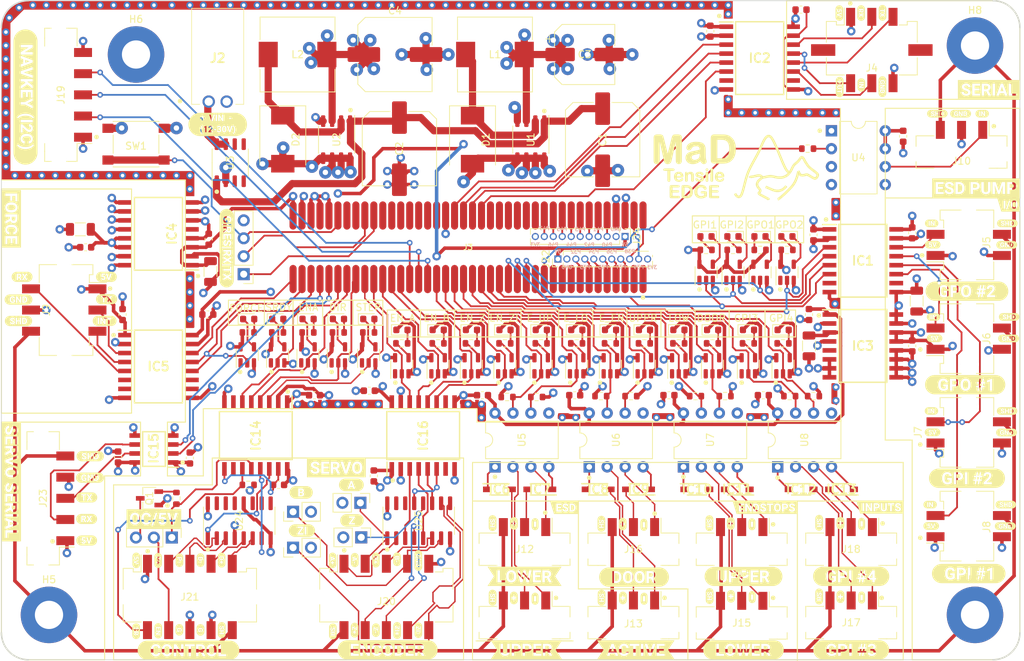
<source format=kicad_pcb>
(kicad_pcb (version 20221018) (generator pcbnew)
  (layers (0 "F.Cu" signal) (1 "In1.Cu" signal) (2 "In2.Cu" signal) (31 "B.Cu" signal) (34 "B.Paste" user) (35 "F.Paste" user) (36 "B.SilkS" user "B.Silkscreen") (37 "F.SilkS" user "F.Silkscreen") (38 "B.Mask" user) (39 "F.Mask" user) (44 "Edge.Cuts" user))
  (net 0 "")
  (net 1 "Net-(J2-Pad1)")
  (net 2 "GND")
  (net 3 "P1")
  (net 4 "P3")
  (net 5 "P5")
  (net 6 "P7")
  (net 7 "P9")
  (net 8 "P11")
  (net 9 "P13")
  (net 10 "P15")
  (net 11 "P17")
  (net 12 "P19")
  (net 13 "P21")
  (net 14 "P23")
  (net 15 "P25")
  (net 16 "P27")
  (net 17 "P29")
  (net 18 "P31")
  (net 19 "P33")
  (net 20 "P35")
  (net 21 "P37")
  (net 24 "P36")
  (net 25 "P34")
  (net 26 "P32")
  (net 27 "P30")
  (net 28 "P28")
  (net 29 "P26")
  (net 30 "P24")
  (net 31 "P22")
  (net 32 "P20")
  (net 33 "P18")
  (net 34 "P16")
  (net 35 "P14")
  (net 36 "P12")
  (net 37 "P10")
  (net 38 "P8")
  (net 39 "P6")
  (net 40 "P4")
  (net 41 "P2")
  (net 42 "P0")
  (net 43 "+5V")
  (net 44 "RESn")
  (net 45 "VIO_08_15")
  (net 46 "P62")
  (net 47 "P60")
  (net 48 "P58")
  (net 49 "P56")
  (net 50 "VIO_16_23")
  (net 51 "P54")
  (net 52 "P52")
  (net 53 "P50")
  (net 54 "P48")
  (net 55 "VIO_24_31")
  (net 56 "P46")
  (net 57 "P44")
  (net 58 "P42")
  (net 59 "P40")
  (net 60 "VIO_32_39")
  (net 61 "P38")
  (net 62 "P39")
  (net 63 "VIO_40_47")
  (net 64 "P41")
  (net 65 "P43")
  (net 66 "P45")
  (net 67 "P47")
  (net 68 "VIO_48_55")
  (net 69 "P49")
  (net 70 "P51")
  (net 71 "P53")
  (net 72 "P55")
  (net 73 "VIO_56_63")
  (net 74 "P57")
  (net 75 "P59")
  (net 76 "P61")
  (net 77 "P63")
  (net 78 "VIO_00_07")
  (net 79 "Net-(Q1-Pad2)")
  (net 80 "Net-(JP1-Pad3)")
  (net 81 "V_IN")
  (net 83 "/MaD_Edge_Sheet2/GND_IO")
  (net 84 "Net-(J10-Pad1)")
  (net 85 "/MaD_Edge_Sheet2/5V_IO")
  (net 86 "Net-(IC6-Pad1)")
  (net 87 "/MaD_Edge_Sheet2/IESD_U-")
  (net 88 "/MaD_Edge_Sheet2/IESD_L-")
  (net 89 "Net-(IC7-Pad1)")
  (net 90 "Net-(IC8-Pad1)")
  (net 91 "/MaD_Edge_Sheet2/IESD_A-")
  (net 92 "/MaD_Edge_Sheet2/IEND_U-")
  (net 93 "Net-(IC9-Pad1)")
  (net 94 "Net-(IC10-Pad1)")
  (net 95 "/MaD_Edge_Sheet2/IEND_L-")
  (net 96 "/MaD_Edge_Sheet2/IDOOR-")
  (net 97 "Net-(IC11-Pad1)")
  (net 98 "Net-(IC12-Pad1)")
  (net 99 "Net-(IC13-Pad1)")
  (net 101 "Net-(R9-Pad1)")
  (net 102 "+3.3V")
  (net 104 "Net-(R10-Pad1)")
  (net 106 "Net-(R11-Pad1)")
  (net 108 "Net-(R12-Pad1)")
  (net 110 "Net-(D7-Pad1)")
  (net 112 "Net-(R14-Pad1)")
  (net 114 "Net-(R15-Pad1)")
  (net 116 "Net-(D10-Pad1)")
  (net 118 "Net-(D11-Pad1)")
  (net 120 "Net-(R18-Pad1)")
  (net 122 "Net-(D13-Pad1)")
  (net 124 "Net-(R21-Pad1)")
  (net 126 "Net-(D16-Pad1)")
  (net 127 "Net-(IC14-Pad14)")
  (net 128 "/MaD_Edge_Sheet3/SC_PUL+")
  (net 129 "/MaD_Edge_Sheet3/SC_PUL-")
  (net 130 "/MaD_Edge_Sheet3/SC_5V")
  (net 131 "/MaD_Edge_Sheet3/SC_DIR-")
  (net 132 "/MaD_Edge_Sheet3/SC_DIR+")
  (net 133 "Net-(IC14-Pad13)")
  (net 140 "/MaD_Edge_Sheet3/A-")
  (net 141 "/MaD_Edge_Sheet3/B-")
  (net 142 "/MaD_Edge_Sheet3/Z-")
  (net 143 "/MaD_Edge_Sheet3/ZI-")
  (net 145 "Net-(D18-Pad1)")
  (net 147 "Net-(R31-Pad1)")
  (net 149 "Net-(D20-Pad1)")
  (net 151 "Net-(R33-Pad1)")
  (net 153 "Net-(D22-Pad1)")
  (net 155 "Net-(R35-Pad1)")
  (net 157 "Net-(D24-Pad1)")
  (net 159 "Net-(R37-Pad1)")
  (net 160 "/MaD_Edge_Sheet2/RPI_5V")
  (net 161 "/MaD_Edge_Sheet2/IFG_5V")
  (net 162 "/MaD_Edge_Sheet2/IFG_GND")
  (net 163 "Net-(C26-Pad2)")
  (net 164 "/MaD_Edge_Sheet3/ISS_5V")
  (net 165 "/MaD_Edge_Sheet3/ISS_GND")
  (net 166 "Net-(D1-Pad1)")
  (net 167 "Net-(D2-Pad1)")
  (net 168 "Net-(D3-Pad2)")
  (net 169 "Net-(D4-Pad2)")
  (net 170 "Net-(D5-Pad2)")
  (net 171 "Net-(D6-Pad2)")
  (net 172 "Net-(D7-Pad2)")
  (net 173 "Net-(D8-Pad2)")
  (net 174 "Net-(D9-Pad2)")
  (net 175 "Net-(D10-Pad2)")
  (net 176 "Net-(D11-Pad2)")
  (net 177 "Net-(D12-Pad2)")
  (net 178 "Net-(D13-Pad2)")
  (net 179 "Net-(D15-Pad2)")
  (net 180 "Net-(D16-Pad2)")
  (net 181 "Net-(D18-Pad2)")
  (net 182 "Net-(D19-Pad2)")
  (net 183 "Net-(D20-Pad2)")
  (net 184 "Net-(D21-Pad2)")
  (net 185 "Net-(D22-Pad2)")
  (net 186 "Net-(D23-Pad2)")
  (net 187 "Net-(D24-Pad2)")
  (net 188 "Net-(D25-Pad2)")
  (net 191 "/MaD_Edge_Sheet2/IGPI2")
  (net 192 "/MaD_Edge_Sheet2/IGPI1")
  (net 193 "/MaD_Edge_Sheet2/IGPO2")
  (net 194 "/MaD_Edge_Sheet2/IGPO1")
  (net 197 "/MaD_Edge_Sheet2/RPI_GPI")
  (net 198 "/MaD_Edge_Sheet2/RPI_TX")
  (net 199 "/MaD_Edge_Sheet2/RPI_GPO")
  (net 200 "/MaD_Edge_Sheet2/RPI_RX")
  (net 203 "/MaD_Edge_Sheet2/IFG_TX")
  (net 204 "/MaD_Edge_Sheet2/IFG_INT")
  (net 205 "/MaD_Edge_Sheet2/IFG_RX")
  (net 210 "/MaD_Edge_Sheet2/IESD_U+")
  (net 211 "/MaD_Edge_Sheet2/IESD_A+")
  (net 212 "/MaD_Edge_Sheet2/IEND_U+")
  (net 213 "/MaD_Edge_Sheet2/IEND_L+")
  (net 214 "/MaD_Edge_Sheet2/IDOOR+")
  (net 217 "/MaD_Edge_Sheet3/SC_SRDY")
  (net 218 "Net-(IC14-Pad12)")
  (net 219 "/MaD_Edge_Sheet3/ISS_RX")
  (net 220 "/MaD_Edge_Sheet3/ISS_TX")
  (net 221 "/MaD_Edge_Sheet3/Z+")
  (net 222 "/MaD_Edge_Sheet3/ZI+")
  (net 223 "/MaD_Edge_Sheet3/B+")
  (net 224 "/MaD_Edge_Sheet3/A+")
  (net 225 "/MaD_Edge_Sheet2/RPI_GND")
  (net 226 "SHIELD")
  (net 227 "/MaD_Edge_Sheet3/EN_GND")
  (net 228 "/MaD_Edge_Sheet3/SC_ENA")
  (net 229 "Net-(IC16-Pad3)")
  (net 230 "Net-(IC16-Pad4)")
  (net 231 "Net-(IC16-Pad5)")
  (net 232 "Net-(IC16-Pad6)")
  (net 237 "/MaD_Edge_Sheet2/IESD_L+")
  (net 238 "/MaD_Edge_Sheet2/GPI_3+")
  (net 239 "/MaD_Edge_Sheet2/GPI_4+")
  (net 240 "/MaD_Edge_Sheet2/GPI_3-")
  (net 241 "/MaD_Edge_Sheet2/GPI_4-")
  (net 242 "Net-(R38-Pad2)")
  (footprint "kibuzzard-6474D3C7" (layer "F.Cu") (at -0.5 186.25 -90)
    (fp_text reference "kibuzzard-6474D3C7" hide)
    (fp_text value "G***" hide)
  )
  (footprint "kibuzzard-6477745C" (layer "F.Cu") (at 40.622195 193.163142)
    (fp_text reference "kibuzzard-6477745C" hide)
    (fp_text value "G***" hide)
  )
  (footprint "kibuzzard-64777848" (layer "F.Cu") (at 136.906 134.112)
    (fp_text reference "kibuzzard-64777848" hide)
    (fp_text value "G***" hide)
  )
  (footprint "ISO6742DWR:SOIC127P1030X265-16N" (layer "F.Cu") (at 105.41 126.238)
    (fp_text reference "IC2")
    (fp_text value "ISO6742DWR" hide)
  )
  (footprint "NSI50010YT1G:SOD3716X135N" (layer "F.Cu") (at 102.235 187.325 180)
    (fp_text reference "IC11")
    (fp_text value "NSI50010YT1G" hide)
  )
  (footprint "Resistor_SMD:R_0603_1608Metric" (layer "F.Cu") (at 22.86 188.595 90)
    (fp_text reference "R24" hide)
    (fp_text value "43K" hide)
  )
  (footprint "kibuzzard-64777421" (layer "F.Cu") (at 48.08425 207.263999 -90)
    (fp_text reference "kibuzzard-64777421" hide)
    (fp_text value "G***" hide)
  )
  (footprint "kibuzzard-64777688" (layer "F.Cu") (at 98.302858 192.120433 -90)
    (fp_text reference "kibuzzard-64777688" hide)
    (fp_text value "G***" hide)
  )
  (footprint "kibuzzard-64777654" (layer "F.Cu") (at 101.322709 192.162669 90)
    (fp_text reference "kibuzzard-64777654" hide)
    (fp_text value "G***" hide)
  )
  (footprint "Capacitor_SMD:C_0603_1608Metric" (layer "F.Cu") (at 111.265 119.38)
    (fp_text reference "C12" hide)
    (fp_text value "0.1uF" hide)
  )
  (footprint "Resistor_SMD:R_0603_1608Metric" (layer "F.Cu") (at 33.02 165.1)
    (fp_text reference "R17" hide)
    (fp_text value "220R" hide)
  )
  (footprint "kibuzzard-6474D10F" (layer "F.Cu") (at 87.63 199.75)
    (fp_text reference "kibuzzard-6474D10F" hide)
    (fp_text value "G***" hide)
  )
  (footprint "Package_SO:SOP-8_3.9x4.9mm_P1.27mm" (layer "F.Cu") (at 45.5365 137.795 -90)
    (fp_text reference "U2")
    (fp_text value "XL1509-3.3V" hide)
  )
  (footprint "Package_TO_SOT_SMD:SOT-23-5" (layer "F.Cu") (at 105.474 156.5825 90)
    (fp_text reference "U13" hide)
    (fp_text value "SN74LVC1G14DBV" hide)
  )
  (footprint "kibuzzard-64777688" (layer "F.Cu") (at 83.030336 202.666351 -90)
    (fp_text reference "kibuzzard-64777688" hide)
    (fp_text value "G***" hide)
  )
  (footprint "kibuzzard-64777688" (layer "F.Cu") (at 83.004924 192.196669 -90)
    (fp_text reference "kibuzzard-64777688" hide)
    (fp_text value "G***" hide)
  )
  (footprint "ISO6740FDWR:SOIC127P1030X265-16N" (layer "F.Cu") (at 57.785 179.705 90)
    (fp_text reference "IC16")
    (fp_text value "ISO6740FDWR" hide)
  )
  (footprint "Resistor_SMD:R_0603_1608Metric" (layer "F.Cu") (at 87.185 174.117 180)
    (fp_text reference "R2" hide)
    (fp_text value "1K" hide)
  )
  (footprint "kibuzzard-647777B2" (layer "F.Cu") (at 140.459865 149.641394)
    (fp_text reference "kibuzzard-647777B2" hide)
    (fp_text value "G***" hide)
  )
  (footprint "LED_SMD:LED_0603_1608Metric" (layer "F.Cu") (at 84.3025 164.7365)
    (fp_text reference "D9" hide)
    (fp_text value "LED" hide)
  )
  (footprint "Connector_Molex:Molex_Micro-Fit_3.0_43045-0415_2x02_P3.00mm_Vertical" (layer "F.Cu") (at 135.001 165.977 90)
    (fp_text reference "J6")
    (fp_text value "GPO_1")
  )
  (footprint "Capacitor_SMD:C_1206_3216Metric" (layer "F.Cu") (at 112.395 167.005 -90)
    (fp_text reference "C5" hide)
    (fp_text value "10uF" hide)
  )
  (footprint "kibuzzard-6474CD43" (layer "F.Cu") (at 118.364 199.644)
    (fp_text reference "kibuzzard-6474CD43" hide)
    (fp_text value "G***" hide)
  )
  (footprint "kibuzzard-6477708A" (layer "F.Cu") (at 0.508 163.471735)
    (fp_text reference "kibuzzard-6477708A" hide)
    (fp_text value "G***" hide)
  )
  (footprint "kibuzzard-6474D26F" (layer "F.Cu") (at 135 199.25)
    (fp_text reference "kibuzzard-6474D26F" hide)
    (fp_text value "G***" hide)
  )
  (footprint "kibuzzard-64777629" (layer "F.Cu") (at 73.624819 192.255124 90)
    (fp_text reference "kibuzzard-64777629" hide)
    (fp_text value "G***" hide)
  )
  (footprint "LOGO" (layer "F.Cu") (at 100.210459 141.067446)
    (fp_text reference "G***" hide)
    (fp_text value "LOGO" hide)
  )
  (footprint "Capacitor_SMD:C_0603_1608Metric" (layer "F.Cu") (at 92.57 173.99)
    (fp_text reference "C22" hide)
    (fp_text value "0.1uF" hide)
  )
  (footprint "Package_SO:SOP-8_3.9x4.9mm_P1.27mm" (layer "F.Cu") (at 30.48 141.055 90)
    (fp_text reference "U3")
    (fp_text value "APM4953" hide)
  )
  (footprint "UCC12040DVER:SOIC127P1030X265-16N" (layer "F.Cu") (at 120.015 167.005)
    (fp_text reference "IC3")
    (fp_text value "UCC12040DVER" hide)
  )
  (footprint "kibuzzard-647777A9" (layer "F.Cu") (at 140.351213 179.270939)
    (fp_text reference "kibuzzard-647777A9" hide)
    (fp_text value "G***" hide)
  )
  (footprint "kibuzzard-6474D12A" (layer "F.Cu") (at 103.124 199.663)
    (fp_text reference "kibuzzard-6474D12A" hide)
    (fp_text value "G***" hide)
  )
  (footprint "Package_DIP:DIP-8_W7.62mm" (layer "F.Cu") (at 67.955 184.14 90)
    (fp_text reference "U5")
    (fp_text value "VO2631" hide)
  )
  (footprint "Connector_Molex:Molex_Micro-Fit_3.0_43045-0415_2x02_P3.00mm_Vertical" (layer "F.Cu") (at 135.001 152.6995 90)
    (fp_text reference "J5")
    (fp_text value "GPO_2")
  )
  (footprint "kibuzzard-64777688" (layer "F.Cu") (at 67.606235 192.107299 -90)
    (fp_text reference "kibuzzard-64777688" hide)
    (fp_text value "G***" hide)
  )
  (footprint "Resistor_SMD:R_0603_1608Metric" (layer "F.Cu") (at 69.66 174.244)
    (fp_text reference "R5" hide)
    (fp_text value "1K" hide)
  )
  (footprint "Connector_PinHeader_2.54mm:PinHeader_1x02_P2.54mm_Vertical" (layer "F.Cu") (at 39.37 195.58 90)
    (fp_text reference "JP5" hide)
    (fp_text value "ZI_GND" hide)
  )
  (footprint "Package_DIP:DIP-8_W7.62mm" (layer "F.Cu") (at 94.625 184.14 90)
    (fp_text reference "U7")
    (fp_text value "VO2631" hide)
  )
  (footprint "kibuzzard-6477713B" (layer "F.Cu") (at 10.629266 185.673076)
    (fp_text reference "kibuzzard-6477713B" hide)
    (fp_text value "G***" hide)
  )
  (footprint "LED_SMD:LED_0603_1608Metric" (layer "F.Cu") (at 105.454 151.5025 180)
    (fp_text reference "D7" hide)
    (fp_text value "LED" hide)
  )
  (footprint "kibuzzard-64777917" (layer "F.Cu") (at 119.769992 119.855153 -90)
    (fp_text reference "kibuzzard-64777917" hide)
    (fp_text value "G***" hide)
  )
  (footprint "kibuzzard-647777A9" (layer "F.Cu") (at 140.170398 192.533941)
    (fp_text reference "kibuzzard-647777A9" hide)
    (fp_text value "G***" hide)
  )
  (footprint "kibuzzard-64777279" (layer "F.Cu") (at 26.267519 197.344602 -90)
    (fp_text reference "kibuzzard-64777279" hide)
    (fp_text value "G***" hide)
  )
  (footprint "kibuzzard-647777B2" (layer "F.Cu") (at 140.719173 162.898522)
    (fp_text reference "kibuzzard-647777B2" hide)
    (fp_text value "G***" hide)
  )
  (footprint "kibuzzard-6474D3D9" (layer "F.Cu") (at -0.5 149 -90)
    (fp_text reference "kibuzzard-6474D3D9" hide)
    (fp_text value "G***" hide)
  )
  (footprint "Package_TO_SOT_SMD:SOT-23-5" (layer "F.Cu") (at 64.5975 169.8165 90)
    (fp_text reference "U32" hide)
    (fp_text value "SN74LVC1G14DBV" hide)
  )
  (footprint "kibuzzard-6474CF4E" (layer "F.Cu") (at 106.172 189.902378)
    (fp_text reference "kibuzzard-6474CF4E" hide)
    (fp_text value "G***" hide)
  )
  (footprint "kibuzzard-64777781" (layer "F.Cu") (at 129.905383 152.662542)
    (fp_text reference "kibuzzard-64777781" hide)
    (fp_text value "G***" hide)
  )
  (footprint "kibuzzard-647777B2" (layer "F.Cu") (at 140.427451 176.220477)
    (fp_text reference "kibuzzard-647777B2" hide)
    (fp_text value "G***" hide)
  )
  (footprint "kibuzzard-6474CF37" (layer "F.Cu") (at 122.415243 189.852518)
    (fp_text reference "kibuzzard-6474CF37" hide)
    (fp_text value "G***" hide)
  )
  (footprint "kibuzzard-64777629" (layer "F.Cu") (at 89.04892 202.814176 90)
    (fp_text reference "kibuzzard-64777629" hide)
    (fp_text value "G***" hide)
  )
  (footprint "LED_SMD:LED_0603_1608Metric" (layer "F.Cu") (at 54.778157 164.7365)
    (fp_text reference "D19" hide)
    (fp_text value "LED" hide)
  )
  (footprint "Package_TO_SOT_SMD:SOT-23-5" (layer "F.Cu") (at 109.284 156.5825 90)
    (fp_text reference "U16" hide)
    (fp_text value "SN74LVC1G14DBV" hide)
  )
  (footprint "kibuzzard-64777629" (layer "F.Cu") (at 89.023508 192.344494 90)
    (fp_text reference "kibuzzard-64777629" hide)
    (fp_text value "G***" hide)
  )
  (footprint "LED_SMD:LED_0603_1608Metric" (layer "F.Cu") (at 109.264 151.5025 180)
    (fp_text reference "D10" hide)
    (fp_text value "LED" hide)
  )
  (footprint "Capacitor_SMD:C_0603_1608Metric" (layer "F.Cu") (at 15.24 162.56 90)
    (fp_text reference "C14" hide)
    (fp_text value "0.1uF" hide)
  )
  (footprint "Capacitor_SMD:C_1206_3216Metric" (layer "F.Cu") (at 127.635 160.655 -90)
    (fp_text reference "C17" hide)
    (fp_text value "10uF" hide)
  )
  (footprint "Resistor_SMD:R_0603_1608Metric" (layer "F.Cu") (at 97.834 153.4075)
    (fp_text reference "R19" hide)
    (fp_text value "220R" hide)
  )
  (footprint "NSI50010YT1G:SOD3716X135N" (layer "F.Cu") (at 111.28 187.325)
    (fp_text reference "IC12")
    (fp_text value "NSI50010YT1G" hide)
  )
  (footprint "Capacitor_SMD:C_0603_1608Metric" (layer "F.Cu") (at 66.18 173.99)
    (fp_text reference "C20" hide)
    (fp_text value "0.1uF" hide)
  )
  (footprint "Resistor_SMD:R_0603_1608Metric" (layer "F.Cu") (at 89.09 166.6415)
    (fp_text reference "R18" hide)
    (fp_text value "220R" hide)
  )
  (footprint "Capacitor_SMD:C_0603_1608Metric" (layer "F.Cu") (at 112.395 162.56 -90)
    (fp_text reference "C7" hide)
    (fp_text value "0.1uF" hide)
  )
  (footprint "Connector_Molex:Molex_Micro-Fit_3.0_43650-0321_1x03_P3.00mm_Vertical" (layer "F.Cu") (at 102.87 195.801 180)
    (fp_text reference "J14")
    (fp_text value "ENDUpper")
  )
  (footprint "kibuzzard-6474D298" (layer "F.Cu") (at 140.648872 147.035235)
    (fp_text reference "kibuzzard-6474D298" hide)
    (fp_text value "G***" hide)
  )
  (footprint "LED_SMD:LED_0603_1608Metric" (layer "F.Cu") (at 37.203281 163.195)
    (fp_text reference "D18" hide)
    (fp_text value "LED" hide)
  )
  (footprint "kibuzzard-6477779F" (layer "F.Cu") (at 129.720815 176.220998)
    (fp_text reference "kibuzzard-6477779F" hide)
    (fp_text value "G***" hide)
  )
  (footprint "Resistor_SMD:R_0603_1608Metric" (layer "F.Cu") (at 109.284 153.4075)
    (fp_text reference "R16" hide)
    (fp_text value "220R" hide)
  )
  (footprint "kibuzzard-64777285" (layer "F.Cu") (at 29.257508 197.344602 -90)
    (fp_text reference "kibuzzard-64777285" hide)
    (fp_text value "G***" hide)
  )
  (footprint "kibuzzard-6474D2B0" (layer "F.Cu") (at 134.75 185.75)
    (fp_text reference "kibuzzard-6474D2B0" hide)
    (fp_text value "G***" hide)
  )
  (footprint "Connector_Molex:Molex_Micro-Fit_3.0_43650-0521_1x05_P3.00mm_Vertical" (layer "F.Cu") (at 4 188.595 90)
    (fp_text reference "J23")
    (fp_text value "ServoSerial")
  )
  (footprint "kibuzzard-647778CC" (layer "F.Cu") (at 116.729725 130.336527 -90)
    (fp_text reference "kibuzzard-647778CC" hide)
    (fp_text value "G***" hide)
  )
  (footprint "kibuzzard-64777263" (layer "F.Cu") (at 23.289684 197.356757 -90)
    (fp_text reference "kibuzzard-64777263" hide)
    (fp_text value "G***" hide)
  )
  (footprint "70553-0106:705530106" (layer "F.Cu") (at 27.432 132.4045 180)
    (fp_text reference "J2")
    (fp_text value "Main_Power" hide)
  )
  (footprint "kibuzzard-64777469" (layer "F.Cu") (at 47.625 186.69)
    (fp_text reference "kibuzzard-64777469" hide)
    (fp_text value "G***" hide)
  )
  (footprint "kibuzzard-6477743C" (layer "F.Cu") (at 54.103674 207.307937 -90)
    (fp_text reference "kibuzzard-6477743C" hide)
    (fp_text value "G***" hide)
  )
  (footprint "Package_TO_SOT_SMD:SOT-23-5" (layer "F.Cu") (at 108.7175 169.8165 90)
    (fp_text reference "U14" hide)
    (fp_text value "SN74LVC1G14DBV" hide)
  )
  (footprint "Connector_Molex:Molex_Micro-Fit_3.0_43045-0415_2x02_P3.00mm_Vertical" (layer "F.Cu") (at 135.001 192.532 90)
    (fp_text reference "J8")
    (fp_text value "GPI_1")
  )
  (footprint "kibuzzard-64777365" (layer "F.Cu") (at 29.276733 207.248949 -90)
    (fp_text reference "kibuzzard-64777365" hide)
    (fp_text value "G***" hide)
  )
  (footprint "kibuzzard-64777654" (layer "F.Cu") (at 86.024775 192.238905 90)
    (fp_text reference "kibuzzard-64777654" hide)
    (fp_text value "G***" hide)
  )
  (footprint "kibuzzard-6474D3B5" (layer "F.Cu") (at 24.570511 210.112402)
    (fp_text reference "kibuzzard-6474D3B5" hide)
    (fp_text value "G***" hide)
  )
  (footprint "Package_TO_SOT_SMD:SOT-23-5" (layer "F.Cu") (at 84.2825 169.8165 90)
    (fp_text reference "U15" hide)
    (fp_text value "SN74LVC1G14DBV" hide)
  )
  (footprint "Resistor_SMD:R_0603_1608Metric" (layer "F.Cu") (at 64.5975 166.6415)
    (fp_text reference "R35" hide)
    (fp_text value "220R" hide)
  )
  (footprint "MountingHole:MountingHole_4mm_Pad" (layer "F.Cu") (at 135.89 124.46)
    (fp_text reference "H8")
    (fp_text value "MountingHole_Pad")
  )
  (footprint "kibuzzard-64777654" (layer "F.Cu") (at 86.050187 202.708587 90)
    (fp_text reference "kibuzzard-64777654" hide)
    (fp_text value "G***" hide)
  )
  (footprint "kibuzzard-64777814" (layer "F.Cu") (at 130.556 134.112)
    (fp_text reference "kibuzzard-64777814" hide)
    (fp_text value "G***" hide)
  )
  (footprint "Connector_Molex:Molex_Micro-Fit_3.0_43650-0321_1x03_P3.00mm_Vertical" (layer "F.Cu") (at 133.985 139.54 180)
    (fp_text reference "J10")
    (fp_text value "ChargePump")
  )
  (footprint "kibuzzard-64777588" (layer "F.Cu") (at 54.081798 197.228433 -90)
    (fp_text reference "kibuzzard-64777588" hide)
    (fp_text value "G***" hide)
  )
  (footprint "MountingHole:MountingHole_4mm_Pad" (layer "F.Cu") (at 4.826 205.105)
    (fp_text reference "H5")
    (fp_text value "MountingHole_Pad")
  )
  (footprint "LED_SMD:LED_0603_1608Metric" (layer "F.Cu") (at 33.0875 163.2)
    (fp_text reference "D11" hide)
    (fp_text value "LED" hide)
  )
  (footprint "Connector_PinHeader_1.27mm:PinHeader_1x11_P1.27mm_Vertical" (layer "F.Cu") (at 86.36 151.511 -90)
    (fp_text reference "J24")
    (fp_text value "GPIO_EXT_2")
  )
  (footprint "Connector_Molex:Molex_Micro-Fit_3.0_43650-0321_1x03_P3.00mm_Vertical" (layer "F.Cu") (at 87.545333 195.801 180)
    (fp_text reference "J16")
    (fp_text value "Door")
  )
  (footprint "LED_SMD:LED_0603_1608Metric" (layer "F.Cu") (at 64.6175 164.7365)
    (fp_text reference "D23" hide)
    (fp_text value "LED" hide)
  )
  (footprint "kibuzzard-64777688" (layer "F.Cu") (at 113.825731 202.498575 -90)
    (fp_text reference "kibuzzard-64777688" hide)
    (fp_text value "G***" hide)
  )
  (footprint "Resistor_SMD:R_0603_1608Metric" (layer "F.Cu") (at 101.644 153.4075)
    (fp_text reference "R22" hide)
    (fp_text value "220R" hide)
  )
  (footprint "Capacitor_SMD:C_0603_1608Metric" (layer "F.Cu") (at 14.605 182.74 90)
    (fp_text reference "C29" hide)
    (fp_text value "0.1uF" hide)
  )
  (footprint "kibuzzard-647778DF" (layer "F.Cu") (at 119.802662 130.048 -90)
    (fp_text reference "kibuzzard-647778DF" hide)
    (fp_text value "G***" hide)
  )
  (footprint "Capacitor_SMD:C_0603_1608Metric" (layer "F.Cu") (at 24.765 182.88 90)
    (fp_text reference "C25" hide)
    (fp_text value "0.1uF" hide)
  )
  (footprint "kibuzzard-6477779F" (layer "F.Cu") (at 129.753229 149.641915)
    (fp_text reference "kibuzzard-6477779F" hide)
    (fp_text value "G***" hide)
  )
  (footprint "kibuzzard-64777781" (layer "F.Cu") (at 129.692154 192.504627)
    (fp_text reference "kibuzzard-64777781" hide)
    (fp_text value "G***" hide)
  )
  (footprint "kibuzzard-64777654" (layer "F.Cu") (at 70.626086 192.149535 90)
    (fp_text reference "kibuzzard-64777654" hide)
    (fp_text value "G***" hide)
  )
  (footprint "kibuzzard-64777463" (layer "F.Cu") (at 40.519824 187.757927)
    (fp_text reference "kibuzzard-64777463" hide)
    (fp_text value "G***" hide)
  )
  (footprint "kibuzzard-64777629" (layer "F.Cu") (at 104.321442 192.268258 90)
    (fp_text reference "kibuzzard-64777629" hide)
    (fp_text value "G***" hide)
  )
  (footprint "kibuzzard-6474CEEB" (layer "F.Cu") (at 87.884 210.058)
    (fp_text reference "kibuzzard-6474CEEB" hide)
    (fp_text value "G***" hide)
  )
  (footprint "Connector_Molex:Molex_Micro-Fit_3.0_43650-0321_1x03_P3.00mm_Vertical" (layer "F.Cu") (at 102.87 206.248 180)
    (fp_text reference "J15")
    (fp_text value "ENDLower")
  )
  (footprint "Connector_PinHeader_1.27mm:PinHeader_1x11_P1.27mm_Vertical" (layer "F.Cu") (at 76.854651 154.700261 90)
    (fp_text reference "J22")
    (fp_text value "GPIO_EXT_1")
  )
  (footprint "NSI50010YT1G:SOD3716X135N" (layer "F.Cu") (at 68.58 187.325)
    (fp_text reference "IC6")
    (fp_text value "NSI50010YT1G" hide)
  )
  (footprint "Package_DIP:DIP-8_W7.62mm" (layer "F.Cu") (at 81.29 184.14 90)
    (fp_text reference "U6")
    (fp_text value "VO2631" hide)
  )
  (footprint "kibuzzard-6474CD2A" (layer "F.Cu") (at 118.364 210.058)
    (fp_text reference "kibuzzard-6474CD2A" hide)
    (fp_text value "G***" hide)
  )
  (footprint "Resistor_SMD:R_0603_1608Metric" (layer "F.Cu") (at 74.485 166.6415)
    (fp_text reference "R9" hide)
    (fp_text value "220R" hide)
  )
  (footprint "Connector_Molex:Molex_Micro-Fit_3.0_43650-0321_1x03_P3.00mm_Vertical" (layer "F.Cu") (at 72.136 195.801 180)
    (fp_text reference "J12")
    (fp_text value "ESDLower")
  )
  (footprint "Resistor_SMD:R_0603_1608Metric" (layer "F.Cu") (at 84.2825 166.6415)
    (fp_text reference "R15" hide)
    (fp_text value "220R" hide)
  )
  (footprint "Resistor_SMD:R_0603_1608Metric" (layer "F.Cu") (at 93.96 166.6415)
    (fp_text reference "R21" hide)
    (fp_text value "220R" hide)
  )
  (footprint "LED_SMD:LED_0603_1608Metric" (layer "F.Cu") (at 97.814 151.5025 180)
    (fp_text reference "D13" hide)
    (fp_text value "LED" hide)
  )
  (footprint "Package_TO_SOT_SMD:SOT-23-5" (layer "F.Cu") (at 69.3475 169.8165 90)
    (fp_text reference "U34" hide)
    (fp_text value "SN74LVC1G14DBV" hide)
  )
  (footprint "Connector_PinHeader_2.54mm:PinHeader_1x02_P2.54mm_Vertical" (layer "F.Cu") (at 49.022252 194.125434 -90)
    (fp_text reference "JP4" hide)
    (fp_text value "Z_GND" hide)
  )
  (footprint "Resistor_SMD:R_0603_1608Metric" (layer "F.Cu") (at 112.205 139.065)
    (fp_text reference "R38" hide)
    (fp_text value "390R" hide)
  )
  (footprint "Resistor_SMD:R_0603_1608Metric" (layer "F.Cu") (at 82.931 174.117)
    (fp_text reference "R6" hide)
    (fp_text value "1K" hide)
  )
  (footprint "kibuzzard-647778EA" (layer "F.Cu") (at 122.784944 130.284507 -90)
    (fp_text reference "kibuzzard-647778EA" hide)
    (fp_text value "G***" hide)
  )
  (footprint "kibuzzard-6477779F" (layer "F.Cu") (at 130.012537 162.899043)
    (fp_text reference "kibuzzard-6477779F" hide)
    (fp_text value "G***" hide)
  )
  (footprint "Package_DIP:DIP-8_W7.62mm" (layer "F.Cu") (at 107.96 184.14 90)
    (fp_text reference "U8")
    (fp_text value "VO2631" hide)
  )
  (footprint "Capacitor_SMD:C_1206_3216Metric" (layer "F.Cu") (at 27.686 156.464 -90)
    (fp_text reference "C6" hide)
    (fp_text value "10uF" hide)
  )
  (footprint "Capacitor_SMD:C_0603_1608Metric" (layer "F.Cu") (at 127 167.005 90)
    (fp_text reference "C18" hide)
    (fp_text value "0.1uF" hide)
  )
  (footprint "kibuzzard-6477746F" (layer "F.Cu") (at 47.706303 191.729941)
    (fp_text reference "kibuzzard-6477746F" hide)
    (fp_text value "G***" hide)
  )
  (footprint "kibuzzard-647772E1" (layer "F.Cu") (at 20.291753 207.354301 -90)
    (fp_text reference "kibuzzard-647772E1" hide)
    (fp_text value "G***" hide)
  )
  (footprint "kibuzzard-64777654" (layer "F.Cu") (at 70.626086 202.708454 90)
    (fp_text reference "kibuzzard-64777654" hide)
    (fp_text value "G***" hide)
  )
  (footprint "kibuzzard-647771C1" (layer "F.Cu") (at 28.702 135.636)
    (fp_text reference "kibuzzard-647771C1" hide)
    (fp_text value "G***" hide)
  )
  (footprint "kibuzzard-64777339" (layer "F.Cu") (at 23.271696 207.218849 -90)
    (fp_text reference "kibuzzard-64777339" hide)
    (fp_text value "G***" hide)
  )
  (footprint "Package_TO_SOT_SMD:SOT-23-5" (layer "F.Cu") (at 103.81 169.8165 90)
    (fp_text reference "U11" hide)
    (fp_text value "SN74LVC1G14DBV" hide)
  )
  (footprint "Resistor_SMD:R_0603_1608Metric" (layer "F.Cu") (at 37.183281 165.1)
    (fp_text reference "R30" hide)
    (fp_text value "220R" hide)
  )
  (footprint "kibuzzard-647777A9" (layer "F.Cu") (at 140.642935 165.948984)
    (fp_text reference "kibuzzard-647777A9" hide)
    (fp_text value "G***" hide)
  )
  (footprint "ISO6731DWR:SOIC127P1030X265-16N" (layer "F.Cu") (at 20.32 169.92)
    (fp_text reference "IC5")
    (fp_text value "ISO6731DWR" hide)
  )
  (footprint "ISO6741DWR:SOIC127P1030X265-16N" (layer "F.Cu") (at 34.1 179.705 -90)
    (fp_text reference "IC14")
    (fp_text value "ISO6741DWR" hide)
  )
  (footprint "Package_TO_SOT_SMD:SOT-23-5" (layer "F.Cu") (at 101.644 156.5825 90)
    (fp_text reference "U22" hide)
    (fp_text value "SN74LVC1G14DBV" hide)
  )
  (footprint "kibuzzard-6474D37E" (layer "F.Cu") (at 136.03252 144.646161)
    (fp_text reference "kibuzzard-6474D37E" hide)
    (fp_text value "G***" hide)
  )
  (footprint "Resistor_SMD:R_0603_1608Metric" (layer "F.Cu") (at 108.7175 166.6415)
    (fp_text reference "R14" hide)
    (fp_text value "220R" hide)
  )
  (footprint "kibuzzard-647777A9" (layer "F.Cu") (at 140.383627 152.691856)
    (fp_text reference "kibuzzard-647777A9" hide)
    (fp_text value "G***" hide)
  )
  (footprint "Capacitor_SMD:C_Elec_10x10.2" (layer "F.Cu") (at 54.4265 139.065 -90)
    (fp_text reference "C2")
    (fp_text value "470uF")
  )
  (footprint "kibuzzard-64777566" (layer "F.Cu") (at 44.958 197.382328 -90)
    (fp_text reference "kibuzzard-64777566" hide)
    (fp_text value "G***" hide)
  )
  (footprint "LED_SMD:LED_0603_1608Metric" (layer "F.Cu") (at 108.7375 164.7365)
    (fp_text reference "D8" hide)
    (fp_text value "LED" hide)
  )
  (footprint "Capacitor_SMD:C_Elec_10x10.2" (layer "F.Cu") (at 53.7915 125.73)
    (fp_text reference "C4")
    (fp_text value "330uF")
  )
  (footprint "kibuzzard-6474D11D" (layer "F.Cu") (at 103.124 210.058)
    (fp_text reference "kibuzzard-6474D11D" hide)
    (fp_text value "G***" hide)
  )
  (footprint "Resistor_SMD:R_0603_1608Metric" (layer "F.Cu") (at 79.5075 166.6415)
    (fp_text reference "R12" hide)
    (fp_text value "220R" hide)
  )
  (footprint "Package_TO_SOT_SMD:SOT-23-5" (layer "F.Cu") (at 97.834 156.5825 90)
    (fp_text reference "U19" hide)
    (fp_text value "SN74LVC1G14DBV" hide)
  )
  (footprint "LED_SMD:LED_0603_1608Metric" (layer "F.Cu") (at 74.505 164.7365)
    (fp_text reference "D3" hide)
    (fp_text value "LED" hide)
  )
  (footprint "kibuzzard-647774DE" (layer "F.Cu") (at 19.67 191.541431)
    (fp_text reference "kibuzzard-647774DE" hide)
    (fp_text value "G***" hide)
  )
  (footprint "kibuzzard-6477723E" (layer "F.Cu") (at 17.176007 197.381065 -90)
    (fp_text reference "kibuzzard-6477723E" hide)
    (fp_text value "G***" hide)
  )
  (footprint "Capacitor_SMD:C_0603_1608Metric" (layer "F.Cu") (at 50.165 173.355 180)
    (fp_text reference "C27" hide)
    (fp_text value "0.1uF" hide)
  )
  (footprint "Connector_Molex:Molex_Micro-Fit_3.0_43045-0415_2x02_P3.00mm_Vertical" (layer "F.Cu") (at 135.001 179.2545 90)
    (fp_text reference "J7")
    (fp_text value "GPI_2")
  )
  (footprint "Connector_Molex:Molex_Micro-Fit_3.0_43650-0521_1x05_P3.00mm_Vertical" (layer "F.Cu") (at 6.51 131.445 90)
    (fp_text reference "J19")
    (fp_text value "NavKey")
  )
  (footprint "kibuzzard-6477707F" (layer "F.Cu") (at 1.016 157.226)
    (fp_text reference "kibuzzard-6477707F" hide)
    (fp_text value "G***" hide)
  )
  (footprint "Package_TO_SOT_SMD:SOT-23-5" (layer "F.Cu") (at 89.09 169.8165 90)
    (fp_text reference "U18" hide)
    (fp_text value "SN74LVC1G14DBV" hide)
  )
  (footprint "LED_SMD:LED_0603_1608Metric" (layer "F.Cu") (at 41.499062 163.195)
    (fp_text reference "D20" hide)
    (fp_text value "LED" hide)
  )
  (footprint "Package_SO:SOP-8_3.9x4.9mm_P1.27mm" (layer "F.Cu") (at 73.025 137.795 -90)
    (fp_text reference "U1")
    (fp_text value "XL1509-5V" hide)
  )
  (footprint "Resistor_SMD:R_0603_1608Metric" (layer "F.Cu") (at 45.774843 165.1)
    (fp_text reference "R36" hide)
    (fp_text value "220R" hide)
  )
  (footprint "Connector_Molex:Molex_Micro-Fit_3.0_43650-0321_1x03_P3.00mm_Vertical" (layer "F.Cu") (at 87.545333 206.196 180)
    (fp_text reference "J13")
    (fp_text value "ESDActive")
  )
  (footprint "kibuzzard-64777781" (layer "F.Cu") (at 130.164691 165.91967)
    (fp_text reference "kibuzzard-64777781" hide)
    (fp_text value "G***" hide)
  )
  (footprint "Resistor_SMD:R_0603_1608Metric" (layer "F.Cu") (at 105.474 153.4075 180)
    (fp_text reference "R13" hide)
    (fp_text value "220R" hide)
  )
  (footprint "Package_TO_SOT_SMD:SOT-23-5" (layer "F.Cu") (at 74.485 169.8165 90)
    (fp_text reference "U9" hide)
    (fp_text value "SN74LVC1G14DBV" hide)
  )
  (footprint "kibuzzard-64777629" (layer "F.Cu") (at 119.844315 192.208383 90)
    (fp_text reference "kibuzzard-64777629" hide)
    (fp_text value "G***" hide)
  )
  (footprint "NSI50010YT1G:SOD3716X135N" (layer "F.Cu") (at 116.995 187.325 180)
    (fp_text reference "IC13")
    (fp_text value "NSI50010YT1G" hide)
  )
  (footprint "kibuzzard-6474CEDF" (layer "F.Cu") (at 72.39 210.058)
    (fp_text reference "kibuzzard-6474CEDF" hide)
    (fp_text value "G***" hide)
  )
  (footprint "Resistor_SMD:R_0603_1608Metric" (layer "F.Cu") (at 113.03 174.117 180)
    (fp_text reference "R4" hide)
    (fp_text value "1K" hide)
  )
  (footprint "LED_SMD:LED_0603_1608Metric" (layer "F.Cu") (at 101.624 151.5025 180)
    (fp_text reference "D16" hide)
    (fp_text value "LED" hide)
  )
  (footprint "kibuzzard-647772FA" (layer "F.Cu") (at 17.161307 207.414502 -90)
    (fp_text reference "kibuzzard-647772FA" hide)
    (fp_text value "G***" hide)
  )
  (footprint "kibuzzard-64777654" (layer "F.Cu") (at 116.845582 192.102794 90)
    (fp_text reference "kibuzzard-64777654" hide)
    (fp_text value "G***" hide)
  )
  (footprint "Package_TO_SOT_SMD:SOT-23-5" (layer "F.Cu") (at 98.73 169.8165 90)
    (fp_text reference "U10" hide)
    (fp_text value "SN74LVC1G14DBV" hide)
  )
  (footprint "LED_SMD:LED_0603_1608Metric" (layer "F.Cu") (at 50.090624 163.195)
    (fp_text reference "D22" hide)
    (fp_text value "LED" hide)
  )
  (footprint "kibuzzard-6477715F" (layer "F.Cu") (at 10.668 182.626)
    (fp_text reference "kibuzzard-6477715F" hide)
    (fp_text value "G***" hide)
  )
  (footprint "LED_SMD:LED_0603_1608Metric" (layer "F.Cu") (at 103.83 164.7365)
    (fp_text reference "D5" hide)
    (fp_text value "LED" hide)
  )
  (footprint "kibuzzard-647770C7" (layer "F.Cu") (at 12.954 157.226)
    (fp_text reference "kibuzzard-647770C7" hide)
    (fp_text value "G***" hide)
  )
  (footprint "Resistor_SMD:R_0603_1608Metric" (layer "F.Cu") (at 98.73 166.6415)
    (fp_text reference "R10" hide)
    (fp_text value "220R" hide)
  )
  (footprint "NSI50010YT1G:SOD3716X135N" (layer "F.Cu") (at 82.55 187.325)
    (fp_text reference "IC8")
    (fp_text value "NSI50010YT1G" hide)
  )
  (footprint "Connector_Molex:Molex_Micro-Fit_3.0_43045-1015_2x05_P3.00mm_Vertical" (layer "F.Cu") (at 24.765 202.565)
    (fp_text reference "J21")
    (fp_text value "ServoCtrl")
  )
  (footprint "Connector_PinHeader_2.54mm:PinHeader_1x02_P2.54mm_Vertical" (layer "F.Cu") (at 48.895 189.23 -90)
    (fp_text reference "JP2" hide)
    (fp_text value "A_GND" hide)
  )
  (footprint "Package_TO_SOT_SMD:SOT-23-5" (layer "F.Cu") (at 45.774843 168.275 90)
    (fp_text reference "U33" hide)
    (fp_text value "SN74LVC1G14DBV" hide)
  )
  (footprint "Resistor_SMD:R_0603_1608Metric" (layer "F.Cu") (at 100.52 174.117 180)
    (fp_text reference "R3" hide)
    (fp_text value "1K" hide)
  )
  (footprint "Connector_PinHeader_2.54mm:PinHeader_1x02_P2.54mm_Vertical" (layer "F.Cu") (at 39.37 190.5 90)
    (fp_text reference "JP3" hide)
    (fp_text value "B_GND" hide)
  )
  (footprint "kibuzzard-64777256" (layer "F.Cu") (at 20.275386 197.39322 -90)
    (fp_text reference "kibuzzard-64777256" hide)
    (fp_text value "G***" hide)
  )
  (footprint "kibuzzard-6474D215" (layer "F.Cu") (at 1.5 131.75 -90)
    (fp_text reference "kibuzzard-6474D215" hide)
    (fp_text value "G***" hide)
  )
  (footprint "kibuzzard-64777339" (layer "F.Cu") (at 26.26669 207.233899 -90)
    (fp_text reference "kibuzzard-64777339" hide)
    (fp_text value "G***" hide)
  )
  (footprint "kibuzzard-6474CE56" (layer "F.Cu") (at 72.136 199.644)
    (fp_text reference "kibuzzard-6474CE56" hide)
    (fp_text value "G***" hide)
  )
  (footprint "kibuzzard-647777B2" (layer "F.Cu") (at 140.246636 189.483479)
    (fp_text reference "kibuzzard-647777B2" hide)
    (fp_text value "G***" hide)
  )
  (footprint "Package_TO_SOT_SMD:SOT-23-5" (layer "F.Cu") (at 32.8875 168.275 90)
    (fp_text reference "U17" hide)
    (fp_text value "SN74LVC1G14DBV" hide)
  )
  (footprint "Diode_SMD:D_SMC" (layer "F.Cu") (at 64.77 137.795 -90)
    (fp_text reference "D1")
    (fp_text value "SS36")
  )
  (footprint "Capacitor_SMD:C_0603_1608Metric" (layer "F.Cu") (at 37.325 186.69 180)
    (fp_text reference "C26" hide)
    (fp_text value "0.1uF" hide)
  )
  (footprint "kibuzzard-647770D0" (layer "F.Cu") (at 12.979139 160.383996)
    (fp_text reference "kibuzzard-647770D0" hide)
    (fp_text value "G***" hide)
  )
  (footprint "kibuzzard-64777131" (layer "F.Cu") (at 10.16 191.516)
    (fp_text reference "kibuzzard-64777131" hide)
    (fp_text value "G***" hide)
  )
  (footprint "kibuzzard-64777629" (layer "F.Cu") (at 73.624819 202.814043 90)
    (fp_text reference "kibuzzard-64777629" hide)
    (fp_text value "G***" hide)
  )
  (footprint "LED_SMD:LED_0603_1608Metric" (layer "F.Cu") (at 93.98 164.7365)
    (fp_text reference "D15" hide)
    (fp_text value "LED" hide)
  )
  (footprint "kibuzzard-64777688" (layer "F.Cu") (at 67.606235 202.666218 -90)
    (fp_text reference "kibuzzard-64777688" hide)
    (fp_text value "G***" hide)
  )
  (footprint "Capacitor_SMD:C_0603_1608Metric" (layer "F.Cu") (at 50.8 185.42 -90)
    (fp_text reference "C28" hide)
    (fp_text value "0.1uF" hide)
  )
  (footprint "Capacitor_SMD:CP_Elec_8x6.9" (layer "F.Cu") (at 80.645 125.73)
    (fp_text reference "C3")
    (fp_text value "180uF")
  )
  (footprint "Package_TO_SOT_SMD:SOT-23-5" (layer "F.Cu") (at 93.96 169.8165 90)
    (fp_text reference "U21" hide)
    (fp_text value "SN74LVC1G14DBV" hide)
  )
  (footprint "kibuzzard-6477779F" (layer "F.Cu") (at 129.54 189.484)
    (fp_text reference "kibuzzard-6477779F" hide)
    (fp_text value "G***" hide)
  )
  (footprint "kibuzzard-64777688" (layer "F.Cu") (at 113.825731 192.060558 -90)
    (fp_text reference "kibuzzard-64777688" hide)
    (fp_text value "G***" hide)
  )
  (footprint "Package_TO_SOT_SMD:SOT-23-5" (layer "F.Cu") (at 59.895 169.8165 90)
    (fp_text reference "U30" hide)
    (fp_text value "SN74LVC1G14DBV" hide)
  )
  (footprint "Connector_Molex:Molex_Micro-Fit_3.0_43045-0615_2x03_P3.00mm_Vertical" (layer "F.Cu") (at 6.985 161.925 -90)
    (fp_text reference "J9")
    (fp_text value "Force")
  )
  (footprint "Package_DIP:DIP-8_W7.62mm" (layer "F.Cu") (at 115.57 136.535)
    (fp_text reference "U4")
    (fp_text value "6N137")
  )
  (footprint "Resistor_SMD:R_0603_1608Metric" (layer "F.Cu") (at 50.070624 165.1)
    (fp_text reference "R34" hide)
    (fp_text value "220R" hide)
  )
  (footprint "kibuzzard-647770C7" (layer "F.Cu") (at 10.16 194.564)
    (fp_text reference "kibuzzard-647770C7" hide)
    (fp_text value "G***" hide)
  )
  (footprint "kibuzzard-64777365" (layer "F.Cu") (at 45.001811 207.445502 -90)
    (fp_text reference "kibuzzard-64777365" hide)
    (fp_text value "G***" hide)
  )
  (footprint "kibuzzard-6477742A" (layer "F.Cu") (at 51.093962 207.263999 -90)
    (fp_text reference "kibuzzard-6477742A" hide)
    (fp_text value "G***" hide)
  )
  (footprint "kibuzzard-6477757D" (layer "F.Cu") (at 51.09183 197.327366 -90)
    (fp_text reference "kibuzzard-6477757D" hide)
    (fp_text value "G***" hide)
  )
  (footprint "Connector_Molex:Molex_Micro-Fit_3.0_43650-0321_1x03_P3.00mm_Vertical" (layer "F.Cu") (at 118.364 195.801 180)
    (fp_text reference "J18")
    (fp_text value "GPI_4")
  )
  (footprint "Package_TO_SOT_SMD:SOT-23-5" (layer "F.Cu") (at 50.070624 168.275 90)
    (fp_text reference "U31" hide)
    (fp_text value "SN74LVC1G14DBV" hide)
  )
  (footprint "kibuzzard-64777136" (layer "F.Cu") (at 10.16 188.468)
    (fp_text reference "kibuzzard-64777136" hide)
    (fp_text value "G***" hide)
  )
  (footprint "Capacitor_SMD:C_0603_1608Metric" (layer "F.Cu") (at 127 150.99 -90)
    (fp_text reference "C13" hide)
    (fp_text value "0.1uF" hide)
  )
  (footprint "UCC12040DVER:SOIC127P1030X265-16N" (layer "F.Cu") (at 20.32 151.13 180)
    (fp_text reference "IC4")
    (fp_text value "UCC12040DVER" hide)
  )
  (footprint "Diode_SMD:D_SMC" (layer "F.Cu") (at 37.9165 137.795 -90)
    (fp_text reference "D2")
    (fp_text value "SS36")
  )
  (footprint "Resistor_SMD:R_0603_1608Metric" (layer "F.Cu") (at 54.758157 166.6415)
    (fp_text reference "R31" hide)
    (fp_text value "220R" hide)
  )
  (footprint "Connector_Molex:Molex_Micro-Fit_3.0_43650-0321_1x03_P3.00mm_Vertical" (layer "F.Cu") (at 72.136 206.196 180)
    (fp_text reference "J11" hide)
    (fp_text value "ESDUpper")
  )
  (footprint "kibuzzard-6474D2DE" (layer "F.Cu") (at 134.75 159.25)
    (fp_text reference "kibuzzard-6474D2DE" hide)
    (fp_text value "G***" hide)
  )
  (footprint "Resistor_SMD:R_0603_1608Metric" (layer "F.Cu") (at 96.33 174.117)
    (fp_text reference "R7" hide)
    (fp_text value "1K" hide)
  )
  (footprint "kibuzzard-647775A2" (layer "F.Cu") (at 57.093751 197.404313 -90)
    (fp_text reference "kibuzzard-647775A2" hide)
    (fp_text value "G***" hide)
  )
  (footprint "Resistor_SMD:R_0603_1608Metric" (layer "F.Cu") (at 41.479062 165.1)
    (fp_text reference "R32" hide)
    (fp_text value "220R" hide)
  )
  (footprint "Package_SO:SOIC-16_3.9x9.9mm_P1.27mm" (layer "F.Cu") (at 57.15 191.77 90)
    (fp_text reference "U25")
    (fp_text value "AM26LV32xD")
  )
  (footprint "Package_TO_SOT_SMD:SOT-23-5" (layer "F.Cu") (at 37.183281 168.275 90)
    (fp_text reference "U27" hide)
    (fp_text value "SN74LVC1G14DBV" hide)
  )
  (footprint "Capacitor_SMD:C_0603_1608Metric" (layer "F.Cu") (at 42.405 173.99)
    (fp_text reference "C24" hide)
    (fp_text value "0.1uF" hide)
  )
  (footprint "kibuzzard-64777654" (layer "F.Cu") (at 116.845582 202.540811 90)
    (fp_text reference "kibuzzard-64777654" hide)
    (fp_text value "G***" hide)
  )
  (footprint "Inductor_SMD:L_10.4x10.4_H4.8" (layer "F.Cu") (at 67.945 125.73)
    (fp_text reference "L1")
    (fp_text value "68uH/3A")
  )
  (footprint "Inductor_SMD:L_10.4x10.4_H4.8" (layer "F.Cu") (at 40.005 125.73)
    (fp_text reference "L2")
    (fp_text value "47uH/3A")
  )
  (footprint "kibuzzard-6477790B" (layer "F.Cu") (at 116.686396 119.855153 -90)
    (fp_text reference "kibuzzard-6477790B" hide)
    (fp_text value "G***" hide)
  )
  (footprint "Capacitor_SMD:C_0603_1608Metric" (layer "F.Cu") (at 105.931 173.99)
    (fp_text reference "C23" hide)
    (fp_text value "0.1uF" hide)
  )
  (footprint "MountingHole:MountingHole_4mm_Pad" (layer "F.Cu") (at 17.145 125.73)
    (fp_text reference "H6")
    (fp_text value "MountingHole_Pad")
  )
  (footprint "LED_SMD:LED_0603_1608Metric" (layer "F.Cu") (at 45.794843 163.195)
    (fp_text reference "D24" hide)
    (fp_text value "LED" hide)
  )
  (footprint "kibuzzard-647770D6" (layer "F.Cu") (at 12.7 163.458917)
    (fp_text reference "kibuzzard-647770D6" hide)
    (fp_text value "G***" hide)
  )
  (footprint "NSI50010YT1G:SOD3716X135N" (layer "F.Cu") (at 88.265 187.325 180)
    (fp_text reference "IC9")
    (fp_text value "NSI50010YT1G" hide)
  )
  (footprint "NSI50010YT1G:SOD3716X135N" (layer "F.Cu") (at 96.52 187.325)
    (fp_text reference "IC10")
    (fp_text value "NSI50010YT1G" hide)
  )
  (footprint "kibuzzard-64777629" (layer "F.Cu") (at 119.844315 202.6464 90)
    (fp_text reference "kibuzzard-64777629" hide)
    (fp_text value "G***" hide)
  )
  (footprint "kibuzzard-64777822" (layer "F.Cu") (at 133.858 134.112)
    (fp_text reference "kibuzzard-64777822" hide)
    (fp_text value "G***" hide)
  )
  (footprint "Capacitor_SMD:C_0603_1608Metric" (layer "F.Cu") (at 27.432 151.892 90)
    (fp_text reference "C8" hide)
    (fp_text value "0.1uF" hide)
  )
  (footprint "Resistor_SMD:R_0603_1608Metric" (layer "F.Cu") (at 59.895 166.6415)
    (fp_text reference "R33" hide)
    (fp_text value "220R" hide)
  )
  (footprint "Resistor_SMD:R_0603_1608Metric" (layer "F.Cu") (at 73.85 174.244 180)
    (fp_text reference "R1" hide)
    (fp_text value "1K" hide)
  )
  (footprint "Capacitor_SMD:C_0603_1608Metric" (layer "F.Cu") (at 125.72 137.31 -90)
    (fp_text reference "C19" hide)
    (fp_text value "0.1uF" hide)
  )
  (footprint "kibuzzard-6474CEBE" (layer "F.Cu") (at 77.722862 189.905503)
    (fp_text reference "kibuzzard-6474CEBE" hide)
    (fp_text value "G***" hide)
  )
  (footprint "LED_SMD:LED_0603_1608Metric" (layer "F.Cu") (at 98.75 164.7365)
    (fp_text reference "D4" hide)
    (fp_text value "LED" hide)
  )
  (footprint "Capacitor_SMD:C_0603_1608Metric" (layer "F.Cu") (at 10.02 153.035)
    (fp_text reference "C15" hide)
    (fp_text value "0.1uF" hide)
  )
  (footprint "Connector_Molex:Molex_Micro-Fit_3.0_43045-0618_2x03-1MP_P3.00mm_Vertical" (layer "F.Cu") (at 121.285 125.095)
    (fp_text reference "J4")
    (fp_text value "RPI")
  )
  (footprint "kibuzzard-64777573" (layer "F.Cu") (at 48.101863 197.338358 -90)
    (fp_text reference "kibuzzard-64777573" hide)
    (fp_text value "G***" hide)
  )
  (footprint "LED_SMD:LED_0603_1608Metric" (layer "F.Cu") (at 79.5275 164.7365)
    (fp_text reference "D6" hide)
    (fp_text value "LED" hide)
  )
  (footprint "kibuzzard-64777448" (layer "F.Cu") (at 57.102402 207.274984 -90)
    (fp_text reference "kibuzzard-64777448" hide)
    (fp_text value "G***" hide)
  )
  (footprint "Package_TO_SOT_SMD:SOT-23-5" (layer "F.Cu") (at 54.758157 169.8165 90)
    (fp_text reference "U28" hide)
    (fp_text value "SN74LVC1G14DBV" hide)
  )
  (footprint "kibuzzard-64777922" (layer "F.Cu") (at 122.79622 119.826469 -90)
    (fp_text reference "kibuzzard-64777922" hide)
    (fp_text value "G***" hide)
  )
  (footprint "kibuzzard-64777688" (layer "F.Cu") (at 98.32827 202.437644 -90)
    (fp_text reference "kibuzzard-64777688" hide)
    (fp_text value "G***" hide)
  )
  (footprint "Resistor_SMD:R_0603_1608Metric" (layer "F.Cu") (at 103.81 166.6415)
    (fp_text reference "R11" hide)
    (fp_text value "220R" hide)
  )
  (footprint "MountingHole:MountingHole_4mm_Pad" (layer "F.Cu") (at 135.89 205.105)
    (fp_text reference "H7")
    (fp_text value "MountingHole_Pad")
  )
  (footprint "kibuzzard-64777654" (layer "F.Cu") (at 101.348121 202.47988 90)
    (fp_text reference "kibuzzard-64777654" hide)
    (fp_text value "G***" hide)
  )
  (footprint "kibuzzard-64777781" (layer "F.Cu") (at 129.872969 179.241625)
    (fp_text reference "kibuzzard-64777781" hide)
    (fp_text value "G***" hide)
  )
  (footprint "LED_SMD:LED_0603_1608Metric" (layer "F.Cu") (at 89.11 164.7365)
    (fp_text reference "D12" hide)
    (fp_text value "LED" hide)
  )
  (footprint "kibuzzard-6474D3A4" (layer "F.Cu") (at 45.5 184.25)
    (fp_text reference "kibuzzard-6474D3A4" hide)
    (fp_text value "G***" hide)
  )
  (footprint "Capacitor_SMD:C_0603_1608Metric" (layer "F.Cu") (at 79.235 173.99 180)
    (fp_text reference "C21" hide)
    (fp_text value "0.1uF" hide)
  )
  (footprint "kibuzzard-6474D2C7" (layer "F.Cu") (at 134.5 172.5)
    (fp_text reference "kibuzzard-6474D2C7" hide)
    (fp_text value "G***" hide)
  )
  (footprint "Capacitor_SMD:C_0603_1608Metric" (layer "F.Cu") (at 98.425 122.428 -90)
    (fp_text reference "C10" hide)
    (fp_text value "0.1uF" hide)
  )
  (footprint "Capacitor_SMD:C_0603_1608Metric" (layer "F.Cu") (at 113.03 151.27 -90)
    (fp_text reference "C9" hide)
    (fp_text value "0.1uF" hide)
  )
  (footprint "kibuzzard-64776FD8" (layer "F.Cu") (at 29.972 153.162 -90)
    (fp_text reference "kibuzzard-64776FD8" hide)
    (fp_text value "G***" hide)
  )
  (footprint "Package_TO_SOT_SMD:SOT-23-5" (layer "F.Cu") (at 79.5075 169.8165 90)
    (fp_text reference "U12" hide)
    (fp_text value "SN74LVC1G14DBV" hide)
  )
  (footprint "Package_SO:SOIC-16_3.9x9.9mm_P1.27mm" (layer "F.Cu") (at 31.75 191.77 90)
    (fp_text reference "U24")
    (fp_text value "AM26LS31CD" hide)
  )
  (footprint "Connector_Molex:Molex_Micro-Fit_3.0_43045-1015_2x05_P3.00mm_Vertical" (layer "F.Cu") (at 52.578 202.565)
    (fp_text reference "J20")
    (fp_text value "Encoder")
  )
  (footprint "LED_SMD:LED_0603_1608Metric" (layer "F.Cu") (at 69.3675 164.7365)
    (fp_text reference "D25" hide)
    (fp_text value "LED" hide)
  )
  (footprint "Resistor_SMD:R_0603_1608Metric" (layer "F.Cu") (at 33.02 186.69)
    (fp_text reference "R25" hide)
    (fp_text value "1K" hide)
  )
  (footprint "ISO6721:SOIC127P600X175-8N" (layer "F.Cu") (at 19.685 181.61 180)
    (fp_text reference "IC15")
    (fp_text value "ISO6721BDR" hide)
  )
  (footprint "Package_TO_SOT_SMD:SOT-23-5" (layer "F.Cu") (at 41.479062 168.275 90)
    (fp_text reference "U29" hide)
    (fp_text value "SN74LVC1G14DBV" hide)
  )
  (footprint "Capacitor_SMD:C_1206_3216Metric" (layer "F.Cu") (at 9.271 150.495)
    (fp_text reference "C16" hide)
    (fp_text value "10uF" hide)
  )
  (footprint "Capacitor_SMD:C_Elec_10x10.2" (layer "F.Cu") (at 83.185 137.795 -90)
    (fp_text reference "C1")
    (fp_text value "470uF")
  )
  (footprint "Connector_PinHeader_2.54mm:PinHeader_1x04_P2.54mm_Vertical" (layer "F.Cu") (at 32.385 156.845 180)
    (fp_text reference "J1" hide)
    (fp_text value "Debug")
  )
  (footprint "kibuzzard-6474D36B" (layer "F.Cu") (at 137.853191 130.708255)
    (fp_text reference "kibuzzard-6474D36B" hide)
    (fp_text value "G***" hide)
  )
  (footprint "Resistor_SMD:R_0603_1608Metric" (layer "F.Cu") (at 109.665 174.117)
    (fp_text reference "R8" hide)
    (fp_text value "1K" hide)
  )
  (footprint "NSI50010YT1G:SOD3716X135N" (layer "F.Cu") (at 74.295 187.325 180)
    (fp_text reference "IC7")
    (fp_text value "NSI50010YT1G" hide)
  )
  (footprint "Connector_PinHeader_2.54mm:PinHeader_1x03_P2.54mm_Vertical" (layer "F.Cu") (at 22.209824 194.147696 -90)
    (fp_text reference "JP1" hide)
    (fp_text value "TTL-SINK" hide)
  )
  (footprint "kibuzzard-64777629" (layer "F.Cu") (at 104.346854 202.585469 90)
    (fp_text reference "kibuzzard-64777629" hide)
    (fp_text value "G***" hide)
  )
  (footprint "LED_SMD:LED_0603_1608Metric" (layer "F.Cu") (at 59.915 164.7365)
    (fp_text reference "D21" hide)
    (fp_text value "LED" hide)
  )
  (footprint "Button_Switch_SMD:SW_SPST_PTS645" (layer "F.Cu") (at 17.145 138.43 180)
    (fp_text reference "SW1")
    (fp_text value "RESET")
  )
  (footprint "kibuzzard-6474D1C6" (layer "F.Cu") (at 52.75 210.058)
    (fp_text reference "kibuzzard-6474D1C6" hide)
    (fp_text value "G***" hide)
  )
  (footprint "Resistor_SMD:R_0603_1608Metric" (layer "F.Cu") (at 69.3475 166.6415)
    (fp_text reference "R37" hide)
    (fp_text value "220R" hide)
  )
  (footprint "Capacitor_SMD:C_0603_1608Metric" (layer "F.Cu") (at 27.305 162.56)
    (fp_text reference "C11" hide)
    (fp_text value "0.1uF" hide)
  )
  (footprint "ISO6742DWR:SOIC127P1030X265-16N" (layer "F.Cu") (at 120.015 154.94)
    (fp_text reference "IC1")
    (fp_text value "ISO6742DWR" hide)
  )
  (footprint "Connector_Molex:Molex_Micro-Fit_3.0_43650-0321_1x03_P3.00mm_Vertical" (layer "F.Cu") (at 118.364 206.196 180)
    (fp_text reference "J17")
    (fp_text value "GPI_3")
  )
  (footprint "kibuzzard-64777084" (layer "F.Cu") (at 0.508 160.440657)
    (fp_text reference "kibuzzard-64777084" hide)
    (fp_text value "G***" hide)
  )
  (footprint "Package_TO_SOT_SMD:TSOT-23" (layer "F.Cu") (at 19.05 188.595 180)
    (fp_text reference "Q1")
    (fp_text value "NPN" hide)
  )
  (footprint "P2_EDGE_MODULE_SOCKET:Card_Edge_SMT_VERT_1.27mm_80p" (layer "F.Cu") (at 64.135 153.035)
    (fp_text reference "J3")
    (fp_text value "P2_EDGE_MODULE_SOCKET")
  )
  (gr_line (start 52.07 160.528) (end 52.07 164.084) (stroke (width 0.15)) (layer "F.SilkS"))
  (gr_line (start 65.278 208.788) (end 78.994 208.788) (stroke (width 0.15)) (layer "F.SilkS"))
  (gr_line (start 64.77 211.455) (end 64.77 183.515) (stroke (width 0.15)) (layer "F.SilkS"))
  (gr_line (start 21.59 185.42) (end 21.59 177.8) (stroke (width 0.15)) (layer "F.SilkS"))
  (gr_line (start 125.73 211.455) (end 64.77 211.455) (stroke (width 0.15)) (layer "F.SilkS"))
  (gr_circle (center 88.138 172.212) (end 88.355849 172.212) (stroke (width 0.2)) (fill solid) (layer "F.SilkS"))
  (gr_line (start 64.77 183.515) (end 125.73 183.515) (stroke (width 0.15)) (layer "F.SilkS"))
  (gr_line (start 123.19 133.35) (end 142.24 133.35) (stroke (width 0.15)) (layer "F.SilkS"))
  (gr_circle (center 113.792 162.687) (end 114.009849 162.687) (stroke (width 0.2)) (fill solid) (layer "F.SilkS"))
  (gr_circle (center 128.397 154.178) (end 128.614849 154.178) (stroke (width 0.2)) (fill solid) (layer "F.SilkS"))
  (gr_circle (center 47.498 133.604) (end 47.715849 133.604) (stroke (width 0.2)) (fill solid) (layer "F.SilkS"))
  (gr_line (start 43.561 160.528) (end 43.561 164.084) (stroke (width 0.15)) (layer "F.SilkS"))
  (gr_line (start 99.695 152.4) (end 99.695 148.59) (stroke (width 0.15)) (layer "F.SilkS"))
  (gr_line (start 12.7 185.42) (end 12.7 211.455) (stroke (width 0.15)) (layer "F.SilkS"))
  (gr_circle (center 74.93 133.731) (end 75.147849 133.731) (stroke (width 0.2)) (fill solid) (layer "F.SilkS"))
  (gr_line (start 52.705 161.925) (end 52.705 165.735) (stroke (width 0.15)) (layer "F.SilkS"))
  (gr_line (start -1.905 144.78) (end 16.51 144.78) (stroke (width 0.15)) (layer "F.SilkS"))
  (gr_circle (center 53.848 172.212) (end 54.065849 172.212) (stroke (width 0.2)) (fill solid) (layer "F.SilkS"))
  (gr_line (start 12.7 211.455) (end 1.905 211.455) (stroke (width 0.15)) (layer "F.SilkS"))
  (gr_circle (center 107.315 202.692) (end 107.532849 202.692) (stroke (width 0.2)) (fill solid) (layer "F.SilkS"))
  (gr_line (start 110.744 188.976) (end 125.73 188.976) (stroke (width 0.15)) (layer "F.SilkS"))
  (gr_line (start 103.505 152.4) (end 103.505 148.59) (stroke (width 0.15)) (layer "F.SilkS"))
  (gr_circle (center 138.557 135.89) (end 138.774849 135.89) (stroke (width 0.2)) (fill solid) (layer "F.SilkS"))
  (gr_line (start 110.744 188.976) (end 110.744 211.582) (stroke (width 0.15)) (layer "F.SilkS"))
  (gr_line (start 62.23 165.735) (end 62.23 161.925) (stroke (width 0.15)) (layer "F.SilkS"))
  (gr_line (start 27.94 182.88) (end 63.5 182.88) (stroke (width 0.15)) (layer "F.SilkS"))
  (gr_line (start 16.51 176.53) (end -1.905 176.53) (stroke (width 0.15)) (layer "F.SilkS"))
  (gr_circle (center 114.808 149.098) (end 115.025849 149.098) (stroke (width 0.2)) (fill solid) (layer "F.SilkS"))
  (gr_line (start 35.306 160.528) (end 35.306 164.084) (stroke (width 0.15)) (layer "F.SilkS"))
  (gr_line (start 110.49 161.925) (end 52.705 161.925) (stroke (width 0.15)) (layer "F.SilkS"))
  (gr_line (start 52.07 164.084) (end 47.498 164.084) (stroke (width 0.15)) (layer "F.SilkS"))
  (gr_line (start 24.13 143.51) (end 24.13 177.8) (stroke (width 0.15)) (layer "F.SilkS"))
  (gr_line (start -1.905 177.8) (end 17.78 177.8) (stroke (width 0.15)) (layer "F.SilkS"))
  (gr_circle (center 82.804 172.212) (end 83.021849 172.212) (stroke (width 0.2)) (fill solid) (layer "F.SilkS"))
  (gr_line (start 95.885 148.59) (end 111.633 148.59) (stroke (width 0.15)) (layer "F.SilkS"))
  (gr_line (start 13.97 186.69) (end 27.94 186.69) (stroke (width 0.15)) (layer "F.SilkS"))
  (gr_circle (center 23.749 183.515) (end 23.966849 183.515) (stroke (width 0.2)) (fill solid) (layer "F.SilkS"))
  (gr_circle (center 5.334 194.691) (end 5.551849 194.691) (stroke (width 0.2)) (fill solid) (layer "F.SilkS"))
  (gr_circle (center 40.64 170.688) (end 40.857849 170.688) (stroke (width 0.2)) (fill solid) (layer "F.SilkS"))
  (gr_line (start 17.78 185.42) (end 12.7 185.42) (stroke (width 0.15)) (layer "F.SilkS"))
  (gr_line (start 67.056 165.735) (end 67.056 161.925) (stroke (width 0.15)) (layer "F.SilkS"))
  (gr_circle (center 67.945 185.547) (end 68.162849 185.547) (stroke (width 0.2)) (fill solid) (layer "F.SilkS"))
  (gr_line (start -1.905 143.51) (end 24.13 143.51) (stroke (width 0.15)) (layer "F.SilkS"))
  (gr_line (start 81.788 165.735) (end 81.788 161.925) (stroke (width 0.15)) (layer "F.SilkS"))
  (gr_line (start 17.78 177.8) (end 17.78 185.42) (stroke (width 0.15)) (layer "F.SilkS"))
  (gr_circle (center 18.796 196.088) (end 19.013849 196.088) (stroke (width 0.2)) (fill solid) (layer "F.SilkS"))
  (gr_line (start 95.885 152.4) (end 95.885 148.59) (stroke (width 0.15)) (layer "F.SilkS"))
  (gr_line (start 71.628 165.735) (end 71.628 161.925) (stroke (width 0.15)) (layer "F.SilkS"))
  (gr_line (start 142.24 146.05) (end 142.24 133.35) (stroke (width 0.15)) (layer "F.SilkS"))
  (gr_circle (center 76.581 202.692) (end 76.798849 202.692) (stroke (width 0.2)) (fill solid) (layer "F.SilkS"))
  (gr_line (start 127 180.34) (end 123.19 180.34) (stroke (width 0.15)) (layer "F.SilkS"))
  (gr_line (start 26.67 175.895) (end 26.67 185.42) (stroke (width 0.15)) (layer "F.SilkS"))
  (gr_circle (center 96.901 159.004) (end 97.118849 159.004) (stroke (width 0.2)) (fill solid) (layer "F.SilkS"))
  (gr_line (start 64.77 188.976) (end 79.756 188.976) (stroke (width 0.15)) (layer "F.SilkS"))
  (gr_circle (center 104.521 159.004) (end 104.738849 159.004) (stroke (width 0.2)) (fill solid) (layer "F.SilkS"))
  (gr_line (start 30.226 160.528) (end 35.306 160.528) (stroke (width 0.15)) (layer "F.SilkS"))
  (gr_line (start 47.498 164.084) (end 43.434 164.084) (stroke (width 0.15)) (layer "F.SilkS"))
  (gr_circle (center 100.711 159.004) (end 100.928849 159.004) (stroke (width 0.2)) (fill solid) (layer "F.SilkS"))
  (gr_circle (center 107.315 192.278) (end 107.532849 192.278) (stroke (width 0.2)) (fill solid) (layer "F.SilkS"))
  (gr_line (start 65.405 177.8) (end 65.405 175.895) (stroke (width 0.15)) (layer "F.SilkS"))
  (gr_circle (center 122.682 202.692) (end 122.899849 202.692) (stroke (width 0.2)) (fill solid) (layer "F.SilkS"))
  (gr_line (start 30.226 164.084) (end 30.226 160.528) (stroke (width 0.15)) (layer "F.SilkS"))
  (gr_line (start 47.879 160.528) (end 47.879 164.084) (stroke (width 0.15)) (layer "F.SilkS"))
  (gr_line (start 76.962 165.735) (end 76.962 161.925) (stroke (width 0.15)) (layer "F.SilkS"))
  (gr_circle (center 53.467 186.055) (end 53.684849 186.055) (stroke (width 0.2)) (fill solid) (layer "F.SilkS"))
  (gr_line (start 111.633 152.4) (end 95.885 152.4) (stroke (width 0.15)) (layer "F.SilkS"))
  (gr_arc (start 1.905 211.455) (mid -0.789077 210.339077) (end -1.905 207.645) (stroke (width 0.2)) (layer "F.SilkS"))
  (gr_circle (center 81.28 185.674) (end 81.497849 185.674) (stroke (width 0.2)) (fill solid) (layer "F.SilkS"))
  (gr_line (start 35.306 164.084) (end 30.226 164.084) (stroke (width 0.15)) (layer "F.SilkS"))
  (gr_line (start 39.37 160.528) (end 43.434 160.528) (stroke (width 0.15)) (layer "F.SilkS"))
  (gr_line (start 26.67 185.42) (end 21.59 185.42) (stroke (width 0.15)) (layer "F.SilkS"))
  (gr_arc (start 142.239999 207.644999) (mid 141.124076 210.339076) (end 138.429999 211.454999) (stroke (width 0.2)) (layer "F.SilkS"))
  (gr_line (start 47.498 160.528) (end 52.07 160.528) (stroke (width 0.15)) (layer "F.SilkS"))
  (gr_line (start 123.19 146.05) (end 142.24 146.05) (stroke (width 0.15)) (layer "F.SilkS"))
  (gr_line (start -1.905 176.53) (end -1.905 144.78) (stroke (width 0.15)) (layer "F.SilkS"))
  (gr_line (start 101.092 165.735) (end 101.092 161.925) (stroke (width 0.15)) (layer "F.SilkS"))
  (gr_line (start 79.756 188.976) (end 79.756 201.422) (stroke (width 0.15)) (layer "F.SilkS"))
  (gr_circle (center 107.696 172.212) (end 107.913849 172.212) (stroke (width 0.2)) (fill solid) (layer "F.SilkS"))
  (gr_line (start 96.266 165.735) (end 96.266 161.925) (stroke (width 0.15)) (layer "F.SilkS"))
  (gr_line (start 63.5 211.455) (end 13.97 211.455) (stroke (width 0.15)) (layer "F.SilkS"))
  (gr_circle (center 113.919 136.525) (end 114.136849 136.525) (stroke (width 0.2)) (fill solid) (layer "F.SilkS"))
  (gr_circle (center 94.615 185.547) (end 94.832849 185.547) (stroke (width 0.2)) (fill solid) (layer "F.SilkS"))
  (gr_line (start 39.37 164.084) (end 35.306 164.084) (stroke (width 0.15)) (layer "F.SilkS"))
  (gr_line (start 106.172 165.735) (end 106.172 161.925) (stroke (width 0.15)) (layer "F.SilkS"))
  (gr_circle (center 38.608 173.482) (end 38.825849 173.482) (stroke (width 0.2)) (fill solid) (layer "F.SilkS"))
  (gr_line (start 95.25 201.422) (end 95.25 211.455) (stroke (width 0.15)) (layer "F.SilkS"))
  (gr_circle (center 73.533 172.212) (end 73.750849 172.212) (stroke (width 0.2)) (fill solid) (layer "F.SilkS"))
  (gr_line (start 138.429999 118.110001) (end 109.22 118.11) (stroke (width 0.15)) (layer "F.SilkS"))
  (gr_circle (center 88.9 160.147) (end 89.117849 160.147) (stroke (width 0.2)) (fill solid) (layer "F.SilkS"))
  (gr_line (start 109.22 118.11) (end 109.22 132.08) (stroke (width 0.15)) (layer "F.SilkS"))
  (gr_circle (center 27.305 195.834) (end 27.522849 195.834) (stroke (width 0.2)) (fill solid) (layer "F.SilkS"))
  (gr_circle (center 108.331 159.004) (end 108.548849 159.004) (stroke (width 0.2)) (fill solid) (layer "F.SilkS"))
  (gr_circle (center 63.627 172.212) (end 63.844849 172.212) (stroke (width 0.2)) (fill solid) (layer "F.SilkS"))
  (gr_circle (center 46.609 195.961) (end 46.826849 195.961) (stroke (width 0.2)) (fill solid) (layer "F.SilkS"))
  (gr_line (start 123.19 133.35) (end 123.19 146.05) (stroke (width 0.15)) (layer "F.SilkS"))
  (gr_circle (center 91.948 202.692) (end 92.165849 202.692) (stroke (width 0.2)) (fill solid) (layer "F.SilkS"))
  (gr_line (start 63.5 182.88) (end 63.5 211.455) (stroke (width 0.15)) (layer "F.SilkS"))
  (gr_line (start 91.44 165.735) (end 91.44 161.925) (stroke (width 0.15)) (layer "F.SilkS"))
  (gr_line (start 43.434 164.084) (end 39.37 164.084) (stroke (width 0.15)) (layer "F.SilkS"))
  (gr_line (start 116.84 133.35) (end 116.91 177.68) (stroke (width 0.15)) (layer "F.SilkS"))
  (gr_line (start 142.24 132.08) (end 142.239999 121.920001) (stroke (width 0.15)) (layer "F.SilkS"))
  (gr_circle (center 90.551 190.754) (end 90.768849 190.754) (stroke (width 0.2)) (fill solid) (layer "F.SilkS"))
  (gr_circle (center 92.964 172.212) (end 93.181849 172.212) (stroke (width 0.2)) (fill solid) (layer "F.SilkS"))
  (gr_arc (start 138.429999 118.110001) (mid 141.124076 119.225924) (end 142.239999 121.920001) (stroke (width 0.2)) (layer "F.SilkS"))
  (gr_line (start 142.24 147.32) (end 142.239999 207.644999) (stroke (width 0.15)) (layer "F.SilkS"))
  (gr_line (start 57.404 165.735) (end 57.404 161.925) (stroke (width 0.15)) (layer "F.SilkS"))
  (gr_line (start 79.756 188.976) (end 110.744 188.976) (stroke (width 0.15)) (layer "F.SilkS"))
  (gr_line (start 138.429999 211.454999) (end 127 211.455) (stroke (width 0.15)) (layer "F.SilkS"))
  (gr_circle (center 49.149 170.688) (end 49.366849 170.688) (stroke (width 0.2)) (fill solid) (layer "F.SilkS"))
  (gr_circle (center 118.237 118.491) (end 118.454849 118.491) (stroke (width 0.2)) (fill solid) (layer "F.SilkS"))
  (gr_circle (center 75.057 190.627) (end 75.274849 190.627) (stroke (width 0.2)) (fill solid) (layer "F.SilkS"))
  (gr_line (start 16.51 144.78) (end 16.51 176.53) (stroke (width 0.15)) (layer "F.SilkS"))
  (gr_circle (center 25.908 157.099) (end 26.125849 157.099) (stroke (width 0.2)) (fill solid) (layer "F.SilkS"))
  (gr_circle (center 44.831 170.688) (end 45.048849 170.688) (stroke (width 0.2)) (fill solid) (layer "F.SilkS"))
  (gr_line (start 127 211.455) (end 127 180.34) (stroke (width 0.15)) (layer "F.SilkS"))
  (gr_line (start 52.705 165.735) (end 110.49 165.735) (stroke (width 0.15)) (layer "F.SilkS"))
  (gr_circle (center 28.575 145.161) (end 28.792849 145.161) (stroke (width 0.2)) (fill solid) (layer "F.SilkS"))
  (gr_line (start 107.569 152.4) (end 107.569 148.59) (stroke (width 0.15)) (layer "F.SilkS"))
  (gr_line (start 86.614 165.735) (end 86.614 161.925) (stroke (width 0.15)) (layer "F.SilkS"))
  (gr_circle (center 128.143 180.975) (end 128.360849 180.975) (stroke (width 0.2)) (fill solid) (layer "F.SilkS"))
  (gr_line (start 13.97 211.455) (end 13.97 186.69) (stroke (width 0.15)) (layer "F.SilkS"))
  (gr_line (start 39.37 160.528) (end 39.37 164.084) (stroke (width 0.15)) (layer "F.SilkS"))
  (gr_line (start 116.91 177.68) (end 65.405 177.8) (stroke (width 0.15)) (layer "F.SilkS"))
  (gr_circle (center 13.462 158.877) (end 13.679849 158.877) (stroke (width 0.2)) (fill solid) (layer "F.SilkS"))
  (gr_circle (center 107.95 185.674) (end 108.167849 185.674) (stroke (width 0.2)) (fill solid) (layer "F.SilkS"))
  (gr_line (start 35.306 160.528) (end 39.37 160.528) (stroke (width 0.15)) (layer "F.SilkS"))
  (gr_line (start 65.405 175.895) (end 26.67 175.895) (stroke (width 0.15)) (layer "F.SilkS"))
  (gr_circle (center 128.143 194.183) (end 128.360849 194.183) (stroke (width 0.2)) (fill solid) (layer "F.SilkS"))
  (gr_line (start 27.94 186.69) (end 27.94 182.88) (stroke (width 0.15)) (layer "F.SilkS"))
  (gr_circle (center 97.79 172.212) (end 98.007849 172.212) (stroke (width 0.2)) (fill solid) (layer "F.SilkS"))
  (gr_circle (center 23.368 132.334) (end 23.585849 132.334) (stroke (width 0.2)) (fill solid) (layer "F.SilkS"))
  (gr_line (start 109.22 132.08) (end 142.24 132.08) (stroke (width 0.15)) (layer "F.SilkS"))
  (gr_circle (center 99.695 120.269) (end 99.912849 120.269) (stroke (width 0.2)) (fill solid) (layer "F.SilkS"))
  (gr_circle (center 128.143 167.513) (end 128.360849 167.513) (stroke (width 0.2)) (fill solid) (layer "F.SilkS"))
  (gr_circle (center 36.322 170.688) (end 36.539849 170.688) (stroke (width 0.2)) (fill solid) (layer "F.SilkS"))
  (gr_line (start 43.434 160.528) (end 47.498 160.528) (stroke (width 0.15)) (layer "F.SilkS"))
  (gr_line (start 79.756 201.422) (end 95.25 201.422) (stroke (width 0.15)) (layer "F.SilkS"))
  (gr_line (start 125.73 183.515) (end 125.73 211.455) (stroke (width 0.15)) (layer "F.SilkS"))
  (gr_circle (center 58.928 172.212) (end 59.145849 172.212) (stroke (width 0.2)) (fill solid) (layer "F.SilkS"))
  (gr_circle (center 21.59 189.611) (end 21.807849 189.611) (stroke (width 0.2)) (fill solid) (layer "F.SilkS"))
  (gr_circle (center 31.877 170.688) (end 32.094849 170.688) (stroke (width 0.2)) (fill solid) (layer "F.SilkS"))
  (gr_line (start 111.633 152.4) (end 111.633 148.59) (stroke (width 0.15)) (layer "F.SilkS"))
  (gr_line (start 123.19 180.34) (end 123.19 146.05) (stroke (width 0.15)) (layer "F.SilkS"))
  (gr_line (start -1.905 207.645) (end -1.905 177.8) (stroke (width 0.15)) (layer "F.SilkS"))
  (gr_circle (center 11.557 137.414) (end 11.774849 137.414) (stroke (width 0.2)) (fill solid) (layer "F.SilkS"))
  (gr_line (start 21.59 177.8) (end 24.13 177.8) (stroke (width 0.15)) (layer "F.SilkS"))
  (gr_circle (center 122.809 192.151) (end 123.026849 192.151) (stroke (width 0.2)) (fill solid) (layer "F.SilkS"))
  (gr_circle (center 13.97 165.481) (end 14.187849 165.481) (stroke (width 0.2)) (fill solid) (layer "F.SilkS"))
  (gr_circle (center 68.453 172.212) (end 68.670849 172.212) (stroke (width 0.2)) (fill solid) (layer "F.SilkS"))
  (gr_line (start 110.49 165.735) (end 110.49 161.925) (stroke (width 0.15)) (layer "F.SilkS"))
  (gr_circle (center 78.613 172.212) (end 78.830849 172.212) (stroke (width 0.2)) (fill solid) (layer "F.SilkS"))
  (gr_circle (center 52.705 195.834) (end 52.922849 195.834) (stroke (width 0.2)) (fill solid) (layer "F.SilkS"))
  (gr_circle (center 102.87 172.212) (end 103.087849 172.212) (stroke (width 0.2)) (fill solid) (layer "F.SilkS"))
  (gr_line (start 138.429999 118.110001) (end 1.905 118.11) (stroke (width 0.1)) (layer "Edge.Cuts"))
  (gr_line (start 142.239999 207.644999) (end 142.239999 121.920001) (stroke (width 0.1)) (layer "Edge.Cuts"))
  (gr_line (start -1.905 121.92) (end -1.905 207.645) (stroke (width 0.1)) (layer "Edge.Cuts"))
  (gr_arc (start 1.905 211.455) (mid -0.789077 210.339077) (end -1.905 207.645) (stroke (width 0.2)) (layer "Edge.Cuts"))
  (gr_arc (start 142.239999 207.644999) (mid 141.124076 210.339076) (end 138.429999 211.454999) (stroke (width 0.2)) (layer "Edge.Cuts"))
  (gr_line (start 1.905 211.455) (end 138.429999 211.454999) (stroke (width 0.1)) (layer "Edge.Cuts"))
  (gr_arc (start 138.429999 118.110001) (mid 141.124076 119.225924) (end 142.239999 121.920001) (stroke (width 0.2)) (layer "Edge.Cuts"))
  (gr_arc (start -1.905 121.92) (mid -0.789077 119.225923) (end 1.905 118.11) (stroke (width 0.2)) (layer "Edge.Cuts"))
  (gr_text "P44" (at 78.765767 152.672221) (layer "B.SilkS") (effects (font (size 0.508 0.508) (thickness 0.1016)) (justify mirror)))
  (gr_text "P39" (at 88.291022 155.843062) (layer "B.SilkS") (effects (font (size 0.508 0.508) (thickness 0.1016)) (justify mirror)))
  (gr_text "5V" (at 86.36 152.654) (layer "B.SilkS") (effects (font (size 0.508 0.508) (thickness 0.1016)) (justify mirror)))
  (gr_text "3V3" (at 73.66 152.654) (layer "B.SilkS") (effects (font (size 0.508 0.508) (thickness 0.1016)) (justify mirror)))
  (gr_text "GND" (at 85.069245 150.456454) (layer "B.SilkS") (effects (font (size 0.508 0.508) (thickness 0.1016)) (justify mirror)))
  (gr_text "P37" (at 85.769631 155.830327) (layer "B.SilkS") (effects (font (size 0.508 0.508) (thickness 0.1016)) (justify mirror)))
  (gr_text "P45" (at 77.428666 150.469188) (layer "B.SilkS") (effects (font (size 0.508 0.508) (thickness 0.1016)) (justify mirror)))
  (gr_text "P40" (at 83.821283 152.684956) (layer "B.SilkS") (effects (font (size 0.508 0.508) (thickness 0.1016)) (justify mirror)))
  (gr_text "P47" (at 74.93 150.368) (layer "B.SilkS") (effects (font (size 0.508 0.508) (thickness 0.1016)) (justify mirror)))
  (gr_text "3V3" (at 90.201167 155.86853) (layer "B.SilkS") (effects (font (size 0.508 0.508) (thickness 0.1016)) (justify mirror)))
  (gr_text "GND" (at 78.129052 155.843062) (layer "B.SilkS") (effects (font (size 0.508 0.508) (thickness 0.1016)) (justify mirror)))
  (gr_text "P41" (at 82.573322 150.481922) (layer "B.SilkS") (effects (font (size 0.508 0.508) (thickness 0.1016)) (justify mirror)))
  (gr_text "P35" (at 83.260974 155.843062) (layer "B.SilkS") (effects (font (size 0.508 0.508) (thickness 0.1016)) (justify mirror)))
  (gr_text "P32" (at 79.389748 153.665497) (layer "B.SilkS") (effects (font (size 0.508 0.508) (thickness 0.1016)) (justify mirror)))
  (gr_text "P42" (at 81.299892 152.684956) (layer "B.SilkS") (effects (font (size 0.508 0.508) (thickness 0.1016)) (justify mirror)))
  (gr_text "P43" (at 80.013728 150.494657) (layer "B.SilkS") (effects (font (size 0.508 0.508) (thickness 0.1016)) (justify mirror)))
  (gr_text "P36" (at 84.470733 153.640028) (layer "B.SilkS") (effects (font (size 0.508 0.508) (thickness 0.1016)) (justify mirror)))
  (gr_text "P38" (at 87.030327 153.61456) (layer "B.SilkS") (effects (font (size 0.508 0.508) (thickness 0.1016)) (justify mirror)))
  (gr_text "P34" (at 81.923873 153.640028) (layer "B.SilkS") (effects (font (size 0.508 0.508) (thickness 0.1016)) (justify mirror)))
  (gr_text "P33" (at 80.688646 155.855796) (layer "B.SilkS") (effects (font (size 0.508 0.508) (thickness 0.1016)) (justify mirror)))
  (gr_text "5V" (at 76.855622 153.640028) (layer "B.SilkS") (effects (font (size 0.508 0.508) (thickness 0.1016)) (justify mirror)))
  (gr_text "P46" (at 76.2 152.654) (layer "B.SilkS") (effects (font (size 0.508 0.508) (thickness 0.1016)) (justify mirror)))
  (gr_text "GPI3" (at 103.505 163.068) (layer "F.SilkS") (effects (font (size 1 1))))
  (gr_text "EN_B" (at 59.69 163.068) (layer "F.SilkS") (effects (font (size 1 1))))
  (gr_text "EN_Z" (at 64.77 163.068) (layer "F.SilkS") (effects (font (size 1 1))))
  (gr_text "DOOR" (at 98.552 163.068) (layer "F.SilkS") (effects (font (size 1 1))))
  (gr_text "GPO2" (at 109.601 149.86) (layer "F.SilkS") (effects (font (size 1 1))))
  (gr_text "E_UP" (at 74.295 163.068) (layer "F.SilkS") (effects (font (size 1 1))))
  (gr_text "ENA" (at 41.529 161.544) (layer "F.SilkS") (effects (font (size 1 1))))
  (gr_text "E_EN" (at 84.455 163.068) (layer "F.SilkS") (effects (font (size 1 1))))
  (gr_text "LOW" (at 93.98 163.068) (layer "F.SilkS") (effects (font (size 1 1))))
  (gr_text "UPPR" (at 88.9 163.068) (layer "F.SilkS") (effects (font (size 1 1))))
  (gr_text "STEP" (at 50.038 161.544) (layer "F.SilkS") (effects (font (size 1 1))))
  (gr_text "GPI2" (at 101.473 149.86) (layer "F.SilkS") (effects (font (size 1 1))))
  (gr_text "GPI4" (at 108.458 163.068) (layer "F.SilkS") (effects (font (size 1 1))))
  (gr_text "EN_A" (at 54.864 163.068) (layer "F.SilkS") (effects (font (size 1 1))))
  (gr_text "GPI1" (at 97.663 149.86) (layer "F.SilkS") (effects (font (size 1 1))))
  (gr_text "FORCE" (at 32.766 161.671) (layer "F.SilkS") (effects (font (size 1 1))))
  (gr_text "EN_ZI" (at 69.215 163.068) (layer "F.SilkS") (effects (font (size 1 1))))
  (gr_text "E_LO" (at 79.375 163.068) (layer "F.SilkS") (effects (font (size 1 1))))
  (gr_text "GPO1" (at 105.537 149.86) (layer "F.SilkS") (effects (font (size 1 1))))
  (gr_text "SRDY" (at 37.338 161.544) (layer "F.SilkS") (effects (font (size 1 1))))
  (gr_text "DIR" (at 45.72 161.544) (layer "F.SilkS") (effects (font (size 1 1))))
  (segment (start 27.305 137.16) (end 28.575 138.43) (width 1.016) (layer "F.Cu") (net 1))
  (segment (start 27.432 132.4045) (end 27.305 132.5315) (width 1.016) (layer "F.Cu") (net 1))
  (segment (start 27.305 132.5315) (end 27.305 137.16) (width 1.016) (layer "F.Cu") (net 1))
  (segment (start 28.575 138.43) (end 29.845 138.43) (width 1.016) (layer "F.Cu") (net 1))
  (segment (start 71.12 133.604) (end 70.739 133.223) (width 1.016) (layer "F.Cu") (net 2))
  (segment (start 44.9015 141.466) (end 43.942 142.4255) (width 1.016) (layer "F.Cu") (net 2))
  (segment (start 52.705 142.24) (end 53.2015 142.24) (width 0.5) (layer "F.Cu") (net 2))
  (segment (start 110.4175 170.204) (end 109.6675 170.954) (width 0.5) (layer "F.Cu") (net 2))
  (segment (start 37.9165 138.9945) (end 37.973 138.938) (width 1.016) (layer "F.Cu") (net 2))
  (segment (start 29.845 143.68) (end 29.845 141.732) (width 1.016) (layer "F.Cu") (net 2))
  (segment (start 95.755595 170.954) (end 96.021595 170.688) (width 0.5) (layer "F.Cu") (net 2))
  (segment (start 99.187 130.683) (end 99.06 130.81) (width 0.5) (layer "F.Cu") (net 2))
  (segment (start 76.191719 170.954) (end 76.457719 170.688) (width 0.5) (layer "F.Cu") (net 2))
  (segment (start 55.6515 142.24) (end 54.4265 143.465) (width 0.5) (layer "F.Cu") (net 2))
  (segment (start 80.4575 170.954) (end 81.236438 170.954) (width 0.5) (layer "F.Cu") (net 2))
  (segment (start 26.797 147.955) (end 26.924 147.828) (width 0.5) (layer "F.Cu") (net 2))
  (segment (start 91.795 174.905) (end 91.44 175.26) (width 0.5) (layer "F.Cu") (net 2))
  (segment (start 56.515 144.145) (end 55.1065 144.145) (width 0.5) (layer "F.Cu") (net 2))
  (segment (start 53.990657 164.7365) (end 54.915657 163.8115) (width 0.5) (layer "F.Cu") (net 2))
  (segment (start 44.45 146.304) (end 43.942 145.796) (width 0.5) (layer "F.Cu") (net 2))
  (segment (start 42.429062 170.930938) (end 42.418 170.942) (width 0.5) (layer "F.Cu") (net 2))
  (segment (start 113.03 152.045) (end 115.01 152.045) (width 0.5) (layer "F.Cu") (net 2))
  (segment (start 73.66 140.42) (end 73.66 142.494) (width 1.016) (layer "F.Cu") (net 2))
  (segment (start 85.9825 164.208245) (end 85.9825 170.204) (width 0.5) (layer "F.Cu") (net 2))
  (segment (start 51.020624 170.908624) (end 51.054 170.942) (width 0.5) (layer "F.Cu") (net 2))
  (segment (start 106.424 158.8025) (end 106.744 159.1225) (width 0.5) (layer "F.Cu") (net 2))
  (segment (start 103.9675 163.8115) (end 105.113255 163.8115) (width 0.5) (layer "F.Cu") (net 2))
  (segment (start 56.515 142.24) (end 55.6515 142.24) (width 0.5) (layer "F.Cu") (net 2))
  (segment (start 26.543 146.685) (end 26.924 146.304) (width 0.5) (layer "F.Cu") (net 2))
  (segment (start 22.86 136.144) (end 21.161 136.144) (width 1.016) (layer "F.Cu") (net 2))
  (segment (start 114.155019 163.83) (end 113.642696 164.342323) (width 0.5) (layer "F.Cu") (net 2))
  (segment (start 84.12 125.73) (end 84.12 123.744) (width 1.016) (layer "F.Cu") (net 2))
  (segment (start 74.93 140.42) (end 71.12 140.42) (width 1.016) (layer "F.Cu") (net 2))
  (segment (start 56.061412 163.8115) (end 56.515 164.265088) (width 0.5) (layer "F.Cu") (net 2))
  (segment (start 46.724843 169.4125) (end 46.724843 170.930843) (width 0.5) (layer "F.Cu") (net 2))
  (segment (start 114.194203 166.37) (end 113.593367 166.970836) (width 0.5) (layer "F.Cu") (net 2))
  (segment (start 103.0425 164.7365) (end 103.9675 163.8115) (width 0.5) (layer "F.Cu") (net 2))
  (segment (start 85.262 142.195) (end 85.344 142.113) (width 1.016) (layer "F.Cu") (net 2))
  (segment (start 25.045 151.765) (end 26.784 151.765) (width 0.5) (layer "F.Cu") (net 2))
  (segment (start 90.04 170.954) (end 90.863376 170.954) (width 0.5) (layer "F.Cu") (net 2))
  (segment (start 111.265 163.335) (end 111.125 163.195) (width 0.5) (layer "F.Cu") (net 2))
  (segment (start 54.915657 163.8115) (end 56.061412 163.8115) (width 0.5) (layer "F.Cu") (net 2))
  (segment (start 73.7175 164.7365) (end 74.6425 163.8115) (width 0.5) (layer "F.Cu") (net 2))
  (segment (start 42.418 145.796) (end 43.942 145.796) (width 0.5) (layer "F.Cu") (net 2))
  (segment (start 70.650755 163.8115) (end 71.171 164.331745) (width 0.5) (layer "F.Cu") (net 2))
  (segment (start 89.2475 163.8115) (end 90.393255 163.8115) (width 0.5) (layer "F.Cu") (net 2))
  (segment (start 71.12 135.17) (end 71.12 133.604) (width 1.016) (layer "F.Cu") (net 2))
  (segment (start 100.43 164.208245) (end 100.43 170.204) (width 0.5) (layer "F.Cu") (net 2))
  (segment (start 105.113255 163.8115) (end 105.51 164.208245) (width 0.5) (layer "F.Cu") (net 2))
  (segment (start 41.125406 173.065) (end 42.255 173.065) (width 0.5) (layer "F.Cu") (net 2))
  (segment (start 58.1915 125.73) (end 58.1915 123.4695) (width 1.016) (layer "F.Cu") (net 2))
  (segment (start 47.4415 140.42) (end 47.4415 142.3105) (width 1.016) (layer "F.Cu") (net 2))
  (segment (start 25.045 154.305) (end 25.386 153.964) (width 0.5) (layer "F.Cu") (net 2))
  (segment (start 55.1065 144.145) (end 54.4265 143.465) (width 0.5) (layer "F.Cu") (net 2))
  (segment (start 110.4175 164.208245) (end 110.4175 170.204) (width 0.5) (layer "F.Cu") (net 2))
  (segment (start 25.045 146.685) (end 26.543 146.685) (width 0.5) (layer "F.Cu") (net 2))
  (segment (start 55.708157 170.954) (end 56.63 170.954) (width 0.5) (layer "F.Cu") (net 2))
  (segment (start 95.263255 163.8115) (end 95.66 164.208245) (width 0.5) (layer "F.Cu") (net 2))
  (segment (start 38.5845 172.7405) (end 40.800906 172.7405) (width 0.5) (layer "F.Cu") (net 2))
  (segment (start 27.305 163.335) (end 28.08 162.56) (width 0.5) (layer "F.Cu") (net 2))
  (segment (start 74.6425 163.8115) (end 75.788255 163.8115) (width 0.5) (layer "F.Cu") (net 2))
  (segment (start 29.655 174.98) (end 29.655 173.62059) (width 0.5) (layer "F.Cu") (net 2))
  (segment (start 84.12 125.73) (end 84.12 127.681) (width 1.016) (layer "F.Cu") (net 2))
  (segment (start 63.5 173.99) (end 63.22 173.99) (width 0.5) (layer "F.Cu") (net 2))
  (segment (start 98.565 123.063) (end 98.425 123.203) (width 0.5) (layer "F.Cu") (net 2))
  (segment (start 9.645 123.832) (end 9.652 123.825) (width 0.5) (layer "F.Cu") (net 2))
  (segment (start 98.784 158.7825) (end 99.124 159.1225) (width 0.5) (layer "F.Cu") (net 2))
  (segment (start 56.515 164.265088) (end 56.515 170.147157) (width 0.5) (layer "F.Cu") (net 2))
  (segment (start 90.393255 163.8115) (end 90.79 164.208245) (width 0.5) (layer "F.Cu") (net 2))
  (segment (start 13.165 136.18) (end 15.077 136.18) (width 1.016) (layer "F.Cu") (net 2))
  (segment (start 71.755 142.494) (end 72.39 141.859) (width 1.016) (layer "F.Cu") (net 2))
  (segment (start 61.595 170.204) (end 60.845 170.954) (width 0.5) (layer "F.Cu") (net 2))
  (segment (start 44.9015 140.42) (end 44.9015 141.466) (width 1.016) (layer "F.Cu") (net 2))
  (segment (start 66.2975 170.204) (end 65.5475 170.954) (width 0.5) (layer "F.Cu") (net 2))
  (segment (start 80.01 173.99) (end 80.01 173.355) (width 0.5) (layer "F.Cu") (net 2))
  (segment (start 53.2015 142.24) (end 54.4265 143.465) (width 0.5) (layer "F.Cu") (net 2))
  (segment (start 54.4265 143.465) (end 54.4265 140.5185) (width 0.5) (layer "F.Cu") (net 2))
  (segment (start 61.595 164.208245) (end 61.595 170.204) (width 0.5) (layer "F.Cu") (net 2))
  (segment (start 41.91 146.304) (end 42.418 145.796) (width 0.5) (layer "F.Cu") (net 2))
  (segment (start 76.203719 170.185281) (end 75.435 170.954) (width 0.5) (layer "F.Cu") (net 2))
  (segment (start 83.185 142.195) (end 85.262 142.195) (width 1.016) (layer "F.Cu") (net 2))
  (segment (start 115.01 152.045) (end 115.29 151.765) (width 0.5) (layer "F.Cu") (net 2))
  (segment (start 27.686 158.496) (end 26.67 159.512) (width 0.5) (layer "F.Cu") (net 2))
  (segment (start 100.43 170.204) (end 99.68 170.954) (width 0.5) (layer "F.Cu") (net 2))
  (segment (start 98.784 157.72) (end 98.784 158.7825) (width 0.5) (layer "F.Cu") (net 2))
  (segment (start 95.66 170.204) (end 94.91 170.954) (width 0.5) (layer "F.Cu") (net 2))
  (segment (start 75.435 170.954) (end 76.191719 170.954) (width 0.5) (layer "F.Cu") (net 2))
  (segment (start 64.77 141.195) (end 64.77 142.494) (width 1.016) (layer "F.Cu") (net 2))
  (segment (start 72.39 141.859) (end 72.39 140.42) (width 1.016) (layer "F.Cu") (net 2))
  (segment (start 56.515 170.147157) (end 55.708157 170.954) (width 0.5) (layer "F.Cu") (net 2))
  (segment (start 65.900755 163.8115) (end 66.2975 164.208245) (width 0.5) (layer "F.Cu") (net 2))
  (segment (start 27.305 165.415) (end 27.305 163.335) (width 0.5) (layer "F.Cu") (net 2))
  (segment (start 58.1915 127.7875) (end 58.293 127.889) (width 1.016) (layer "F.Cu") (net 2))
  (segment (start 110.234 158.8025) (end 110.554 159.1225) (width 0.5) (layer "F.Cu") (net 2))
  (segment (start 80.01 173.355) (end 80.645 172.72) (width 0.5) (layer "F.Cu") (net 2))
  (segment (start 109.6675 170.954) (end 110.599748 170.954) (width 0.5) (layer "F.Cu") (net 2))
  (segment (start 105.51 164.208245) (end 105.51 170.204) (width 0.5) (layer "F.Cu") (net 2))
  (segment (start 47.4415 142.3105) (end 47.498 142.367) (width 1.016) (layer "F.Cu") (net 2))
  (segment (start 33.8375 170.6325) (end 33.528 170.942) (width 0.5) (layer "F.Cu") (net 2))
  (segment (start 25.159 182.105) (end 25.908 181.356) (width 0.5) (layer "F.Cu") (net 2))
  (segment (start 26.797 149.225) (end 26.924 149.352) (width 0.5) (layer "F.Cu") (net 2))
  (segment (start 37.275 174.98) (end 37.275 174.05) (width 0.5) (layer "F.Cu") (net 2))
  (segment (start 24.765 182.105) (end 25.159 182.105) (width 0.5) (layer "F.Cu") (net 2))
  (segment (start 71.12 140.843) (end 69.85 142.113) (width 1.016) (layer "F.Cu") (net 2))
  (segment (start 46.724843 170.930843) (end 46.736 170.942) (width 0.5) (layer "F.Cu") (net 2))
  (segment (start 61.789062 170.954) (end 62.055062 170.688) (width 0.5) (layer "F.Cu") (net 2))
  (segment (start 71.12 140.42) (end 65.545 140.42) (width 1.016) (layer "F.Cu") (net 2))
  (segment (start 25.045 147.955) (end 26.797 147.955) (width 0.5) (layer "F.Cu") (net 2))
  (segment (start 75.788255 163.8115) (end 76.203719 164.226964) (width 0.5) (layer "F.Cu") (net 2))
  (segment (start 115.29 159.385) (end 115.29 160.248) (width 0.5) (layer "F.Cu") (net 2))
  (segment (start 90.79 164.208245) (end 90.79 170.204) (width 0.5) (layer "F.Cu") (net 2))
  (segment (start 108.875 163.8115) (end 110.020755 163.8115) (width 0.5) (layer "F.Cu") (net 2))
  (segment (start 15.077 136.18) (end 15.113 136.144) (width 1.016) (layer "F.Cu") (net 2))
  (segment (start 37.9165 141.195) (end 37.9165 138.9945) (width 1.016) (layer "F.Cu") (net 2))
  (segment (start 88.3225 164.7365) (end 89.2475 163.8115) (width 0.5) (layer "F.Cu") (net 2))
  (segment (start 37.9165 141.195) (end 35.081 141.195) (width 1.016) (layer "F.Cu") (net 2))
  (segment (start 28.08 161.785) (end 28.575 161.29) (width 0.5) (layer "F.Cu") (net 2))
  (segment (start 22.396 179.705) (end 22.396 178.772) (width 0.5) (layer "F.Cu") (net 2))
  (segment (start 98.425 123.203) (end 97.168 123.203) (width 0.5) (layer "F.Cu") (net 2))
  (segment (start 95.66 164.208245) (end 95.66 170.204) (width 0.5) (layer "F.Cu") (net 2))
  (segment (start 110.234 157.72) (end 110.234 158.8025) (width 0.5) (layer "F.Cu") (net 2))
  (segment (start 84.44 163.8115) (end 85.585755 163.8115) (width 0.5) (layer "F.Cu") (net 2))
  (segment (start 42.255 173.065) (end 43.18 173.99) (width 0.5) (layer "F.Cu") (net 2))
  (segment (start 22.396 178.772) (end 22.606 178.562) (width 0.5) (layer "F.Cu") (net 2))
  (segment (start 21.161 136.144) (end 21.125 136.18) (width 1.016) (layer "F.Cu") (net 2))
  (segment (start 27.432 151.117) (end 27.432 149.86) (width 0.5) (layer "F.Cu") (net 2))
  (segment (start 58.1915 125.73) (end 61.356498 125.73) (width 1.016) (layer "F.Cu") (net 2))
  (segment (start 46.1715 141.974) (end 45.72 142.4255) (width 1.016) (layer "F.Cu") (net 2))
  (segment (start 29.036 154.374051) (end 29.036 156.589) (width 0.5) (layer "F.Cu") (net 2))
  (segment (start 25.045 174.365) (end 26.295 174.365) (width 0.5) (layer "F.Cu") (net 2))
  (segment (start 65.545 140.42) (end 64.77 141.195) (width 1.016) (layer "F.Cu") (net 2))
  (segment (start 51.020624 169.4125) (end 51.020624 170.908624) (width 0.5) (layer "F.Cu") (net 2))
  (segment (start 60.845 170.954) (end 61.789062 170.954) (width 0.5) (layer "F.Cu") (net 2))
  (segment (start 26.295 174.365) (end 27.94 172.72) (width 0.5) (layer "F.Cu") (net 2))
  (segment (start 28.08 162.56) (end 28.08 161.785) (width 0.5) (layer "F.Cu") (net 2))
  (segment (start 115.29 163.83) (end 114.155019 163.83) (width 0.5) (layer "F.Cu") (net 2))
  (segment (start 25.045 166.745) (end 25.975 166.745) (width 0.5) (layer "F.Cu") (net 2))
  (segment (start 81.236438 170.954) (end 81.502438 170.688) (width 0.5) (layer "F.Cu") (net 2))
  (segment (start 84.12 127.681) (end 84.201 127.762) (width 1.016) (layer "F.Cu") (net 2))
  (segment (start 52.705 144.145) (end 53.7465 144.145) (width 0.5) (layer "F.Cu") (net 2))
  (segment (start 71.171 164.331745) (end 71.171 170.0805) (width 0.5) (layer "F.Cu") (net 2))
  (segment (start 99.68 170.954) (end 100.801814 170.954) (width 0.5) (layer "F.Cu") (net 2))
  (segment (start 63.22 173.99) (end 62.23 174.98) (width 0.5) (layer "F.Cu") (net 2))
  (segment (start 66.2975 164.208245) (end 66.2975 170.204) (width 0.5) (layer "F.Cu") (net 2))
  (segment (start 107.95 164.7365) (end 108.875 163.8115) (width 0.5) (layer "F.Cu") (net 2))
  (segment (start 27.432 149.86) (end 26.924 149.352) (width 0.5) (layer "F.Cu") (net 2))
  (segment (start 115.29 170.18) (end 113.665 170.18) (width 0.5) (layer "F.Cu") (net 2))
  (segment (start 9.645 125.445) (end 9.645 123.832) (width 0.5) (layer "F.Cu") (net 2))
  (segment (start 25.045 149.225) (end 26.797 149.225) (width 0.5) (layer "F.Cu") (net 2))
  (segment (start 66.513781 170.954) (end 66.779781 170.688) (width 0.5) (layer "F.Cu") (net 2))
  (segment (start 71.171 170.0805) (end 70.2975 170.954) (width 0.5) (layer "F.Cu") (net 2))
  (segment (start 71.286 170.954) (end 71.552 170.688) (width 0.5) (layer "F.Cu") (net 2))
  (segment (start 43.095 135.17) (end 42.545 134.62) (width 1.016) (layer "F.Cu") (net 2))
  (segment (start 43.6315 140.42) (end 47.4415 140.42) (width 1.016) (layer "F.Cu") (net 2))
  (segment (start 102.594 157.72) (end 102.594 158.7825) (width 0.5) (layer "F.Cu") (net 2))
  (segment (start 97.9625 164.7365) (end 98.8875 163.8115) (width 0.5) (layer "F.Cu") (net 2))
  (segment (start 113.03 152.045) (end 113.03 153.289) (width 0.5) (layer "F.Cu") (net 2))
  (segment (start 61.198255 163.8115) (end 61.595 164.208245) (width 0.5) (layer "F.Cu") (net 2))
  (segment (start 38.133281 169.4125) (end 39.2375 169.4125) (width 0.5) (layer "F.Cu") (net 2))
  (segment (start 81.071 142.195) (end 81.026 142.24) (width 1.016) (layer "F.Cu") (net 2))
  (segment (start 27.686 157.939) (end 27.686 158.496) (width 0.5) (layer "F.Cu") (net 2))
  (segment (start 105.51 170.204) (end 104.76 170.954) (width 0.5) (layer "F.Cu") (net 2))
  (segment (start 81.248438 164.249183) (end 81.248438 170.163062) (width 0.5) (layer "F.Cu") (net 2))
  (segment (start 76.203719 164.226964) (end 76.203719 170.185281) (width 0.5) (layer "F.Cu") (net 2))
  (segment (start 79.665 163.8115) (end 80.810755 163.8115) (width 0.5) (layer "F.Cu") (net 2))
  (segment (start 83.515 164.7365) (end 84.44 163.8115) (width 0.5) (layer "F.Cu") (net 2))
  (segment (start 94.91 170.954) (end 95.755595 170.954) (width 0.5) (layer "F.Cu") (net 2))
  (segment (start 33.8375 169.4125) (end 33.8375 170.6325) (width 0.5) (layer "F.Cu") (net 2))
  (segment (start 41.91 148.535) (end 41.91 146.304) (width 0.5) (layer "F.Cu") (net 2))
  (segment (start 35.081 141.195) (end 35.052 141.224) (width 1.016) (layer "F.Cu") (net 2))
  (segment (start 100.685 123.063) (end 98.565 123.063) (width 0.5) (layer "F.Cu") (net 2))
  (segment (start 85.2325 170.954) (end 86.033657 170.954) (width 0.5) (layer "F.Cu") (net 2))
  (segment (start 100.685 130.683) (end 99.187 130.683) (width 0.5) (layer "F.Cu") (net 2))
  (segment (start 25.975 166.745) (end 27.305 165.415) (width 0.5) (layer "F.Cu") (net 2))
  (segment (start 43.222 140.42) (end 42.037 141.605) (width 1.016) (layer "F.Cu") (net 2))
  (segment (start 58.1915 125.73) (end 54.737 125.73) (width 1.016) (layer "F.Cu") (net 2))
  (segment (start 54.4265 140.5185) (end 54.61 140.335) (width 0.5) (layer "F.Cu") (net 2))
  (segment (start 90.79 170.204) (end 90.04 170.954) (width 0.5) (layer "F.Cu") (net 2))
  (segment (start 26.784 151.765) (end 27.432 151.117) (width 0.5) (layer "F.Cu") (net 2))
  (segment (start 106.424 157.72) (end 106.424 158.8025) (width 0.5) (layer "F.Cu") (net 2))
  (segment (start 85.585755 163.8115) (end 85.9825 164.208245) (width 0.5) (layer "F.Cu") (net 2))
  (segment (start 85.9825 170.204) (end 85.2325 170.954) (width 0.5) (layer "F.Cu") (net 2))
  (segment (start 83.185 142.195) (end 81.071 142.195) (width 1.016) (layer "F.Cu") (net 2))
  (segment (start 110.020755 163.8115) (end 110.4175 164.208245) (width 0.5) (layer "F.Cu") (net 2))
  (segment (start 37.9165 141.195) (end 42.447 141.195) (width 1.016) (layer "F.Cu") (net 2))
  (segment (start 71.12 140.42) (end 71.12 140.843) (width 1.016) (layer "F.Cu") (net 2))
  (segment (start 93.1925 164.7365) (end 94.1175 163.8115) (width 0.5) (layer "F.Cu") (net 2))
  (segment (start 43.6315 135.17) (end 43.095 135.17) (width 1.016) (layer "F.Cu") (net 2))
  (segment (start 86.033657 170.954) (end 86.299657 170.688) (width 0.5) (layer "F.Cu") (net 2))
  (segment (start 94.1175 163.8115) (end 95.263255 163.8115) (width 0.5) (layer "F.Cu") (net 2))
  (segment (start 42.447 141.195) (end 43.222 140.42) (width 1.016) (layer "F.Cu") (net 2))
  (segment (start 68.58 164.7365) (end 69.505 163.8115) (width 0.5) (layer "F.Cu") (net 2))
  (segment (start 91.795 173.99) (end 91.795 174.905) (width 0.5) (layer "F.Cu") (net 2))
  (segment (start 37.275 174.05) (end 38.5845 172.7405) (width 0.5) (layer "F.Cu") (net 2))
  (segment (start 112.395 163.335) (end 111.265 163.335) (width 0.5) (layer "F.Cu") (net 2))
  (segment (start 60.0525 163.8115) (end 61.198255 163.8115) (width 0.5) (layer "F.Cu") (net 2))
  (segment (start 90.863376 170.954) (end 91.129376 170.688) (width 0.5) (layer "F.Cu") (net 2))
  (segment (start 74.93 141.478) (end 75.692 142.24) (width 1.016) (layer "F.Cu") (net 2))
  (segment (start 40.800906 172.7405) (end 41.125406 173.065) (width 0.5) (layer "F.Cu") (net 2))
  (segment (start 43.18 146.558) (end 42.418 145.796) (width 0.5) (layer "F.Cu") (net 2))
  (segment (start 105.156 173.99) (end 105.156 174.879) (width 0.5) (layer "F.Cu") (net 2))
  (segment (start 63.83 164.7365) (end 64.755 163.8115) (width 0.5) (layer "F.Cu") (net 2))
  (segment (start 112.395 168.48) (end 112.395 170.18) (width 0.5) (layer "F.Cu") (net 2))
  (segment (start 115.29 171.45) (end 115.29 168.91) (width 0.5) (layer "F.Cu") (net 2))
  (segment (start 74.93 140.42) (end 74.93 141.478) (width 1.016) (layer "F.Cu") (net 2))
  (segment (start 69.505 163.8115) (end 70.650755 163.8115) (width 0.5) (layer "F.Cu") (net 2))
  (segment (start 29.036 156.589) (end 27.686 157.939) (width 0.5) (layer "F.Cu") (net 2))
  (segment (start 28.625949 153.964) (end 29.036 154.374051) (width 0.5) (layer "F.Cu") (net 2))
  (segment (start 100.801814 170.954) (end 100.813814 170.942) (width 0.5) (layer "F.Cu") (net 2))
  (segment (start 84.12 125.73) (end 87.376 125.73) (width 1.016) (layer "F.Cu") (net 2))
  (segment (start 54.61 174.98) (end 54.61 173.355) (width 0.5) (layer "F.Cu") (net 2))
  (segment (start 78.74 164.7365) (end 79.665 163.8115) (width 0.5) (layer "F.Cu") (net 2))
  (segment (start 39.2375 169.4125) (end 39.37 169.545) (width 0.5) (layer "F.Cu") (net 2))
  (segment (start 84.12 123.744) (end 84.074 123.698) (width 1.016) (layer "F.Cu") (net 2))
  (segment (start 104.76 170.954) (end 105.904033 170.954) (width 0.5) (layer "F.Cu") (net 2))
  (segment (start 105.904033 170.954) (end 105.916033 170.942) (width 0.5) (layer "F.Cu") (net 2))
  (segment (start 84.12 125.73) (end 81.026 125.73) (width 1.016) (layer "F.Cu") (net 2))
  (segment (start 42.429062 169.4125) (end 42.429062 170.930938) (width 0.5) (layer "F.Cu") (net 2))
  (segment (start 58.1915 123.4695) (end 58.166 123.444) (width 1.016) (layer "F.Cu") (net 2))
  (segment (start 64.755 163.8115) (end 65.900755 163.8115) (width 0.5) (layer "F.Cu") (net 2))
  (segment (start 59.1275 164.7365) (end 60.0525 163.8115) (width 0.5) (layer "F.Cu") (net 2))
  (segment (start 43.6315 140.42) (end 43.222 140.42) (width 1.016) (layer "F.Cu") (net 2))
  (segment (start 97.168 123.203) (end 97.155 123.19) (width 0.5) (layer "F.Cu") (net 2))
  (segment (start 25.386 153.964) (end 28.625949 153.964) (width 0.5) (layer "F.Cu") (net 2))
  (segment (start 100.033255 163.8115) (end 100.43 164.208245) (width 0.5) (layer "F.Cu") (net 2))
  (segment (start 43.18 148.535) (end 43.18 146.558) (width 0.5) (layer "F.Cu") (net 2))
  (segment (start 58.1915 125.73) (end 58.1915 127.7875) (width 1.016) (layer "F.Cu") (net 2))
  (segment (start 49.39 173.355) (end 48.26 173.355) (width 0.5) (layer "F.Cu") (net 2))
  (segment (start 98.8875 163.8115) (end 100.033255 163.8115) (width 0.5) (layer "F.Cu") (net 2))
  (segment (start 81.248438 170.163062) (end 80.4575 170.954) (width 0.5) (layer "F.Cu") (net 2))
  (segment (start 115.29 166.37) (end 114.194203 166.37) (width 0.5) (layer "F.Cu") (net 2))
  (segment (start 53.7465 144.145) (end 54.4265 143.465) (width 0.5) (layer "F.Cu") (net 2))
  (segment (start 70.2975 170.954) (end 71.286 170.954) (width 0.5) (layer "F.Cu") (net 2))
  (segment (start 65.5475 170.954) (end 66.513781 170.954) (width 0.5) (layer "F.Cu") (net 2))
  (segment (start 46.1715 140.42) (end 46.1715 141.974) (width 1.016) (layer "F.Cu") (net 2))
  (segment (start 115.29 160.248) (end 116.078 161.036) (width 0.5) (layer "F.Cu") (net 2))
  (segment (start 105.156 174.879) (end 104.775 175.26) (width 0.5) (layer "F.Cu") (net 2))
  (segment (start 64.77 142.494) (end 63.5 143.764) (width 1.016) (layer "F.Cu") (net 2))
  (segment (start 102.594 158.7825) (end 102.934 159.1225) (width 0.5) (layer "F.Cu") (net 2))
  (segment (start 63.5 173.99) (end 65.405 173.99) (width 0.5) (layer "F.Cu") (net 2))
  (segment (start 110.599748 170.954) (end 110.865748 170.688) (width 0.5) (layer "F.Cu") (net 2))
  (segment (start 44.45 148.535) (end 44.45 146.304) (width 0.5) (layer "F.Cu") (net 2))
  (segment (start 29.655 173.62059) (end 30.200295 173.075295) (width 0.5) (layer "F.Cu") (net 2))
  (segment (start 43.18 173.99) (end 44.45 173.99) (width 0.5) (layer "F.Cu") (net 2))
  (segment (start 80.810755 163.8115) (end 81.248438 164.249183) (width 0.5) (layer "F.Cu") (net 2))
  (segment (start 56.63 170.954) (end 56.896 170.688) (width 0.5) (layer "F.Cu") (net 2))
  (via (at 79.375 177.165) (size 1.016) (drill 0.508) (layers "F.Cu" "B.Cu") (net 2))
  (via (at 93.345 118.745) (size 1.016) (drill 0.508) (layers "F.Cu" "B.Cu") (net 2))
  (via (at 116.205 148.59) (size 1.016) (drill 0.508) (layers "F.Cu" "B.Cu") (net 2))
  (via (at 106.045 177.165) (size 1.016) (drill 0.508) (layers "F.Cu" "B.Cu") (net 2))
  (via (at 113.665 170.18) (size 1.2) (drill 0.6) (layers "F.Cu" "B.Cu") (net 2))
  (via (at 87.376 125.73) (size 1.778) (drill 0.762) (layers "F.Cu" "B.Cu") (net 2))
  (via (at 11.43 142.875) (size 1.016) (drill 0.508) (layers "F.Cu" "B.Cu") (net 2))
  (via (at 104.775 175.26) (size 1.2) (drill 0.6) (layers "F.Cu" "B.Cu") (net 2))
  (via (at 45.72 142.4255) (size 1.778) (drill 0.762) (layers "F.Cu" "B.Cu") (net 2))
  (via (at -1.27 124.46) (size 1.016) (drill 0.508) (layers "F.Cu" "B.Cu") (net 2))
  (via (at 52.705 142.24) (size 1.2) (drill 0.6) (layers "F.Cu" "B.Cu") (net 2))
  (via (at 29.845 141.732) (size 1.778) (drill 0.762) (layers "F.Cu" "B.Cu") (net 2))
  (via (at 100.965 120.015) (size 1.016) (drill 0.508) (layers "F.Cu" "B.Cu") (net 2))
  (via (at -1.27 133.985) (size 1.016) (drill 0.508) (layers "F.Cu" "B.Cu") (net 2))
  (via (at -1.27 132.08) (size 1.016) (drill 0.508) (layers "F.Cu" "B.Cu") (net 2))
  (via (at 47.498 142.367) (size 1.778) (drill 0.762) (layers "F.Cu" "B.Cu") (net 2))
  (via (at 61.356498 125.73) (size 1.778) (drill 0.762) (layers "F.Cu" "B.Cu") (net 2))
  (via (at 24.765 159.385) (size 1.016) (drill 0.508) (layers "F.Cu" "B.Cu") (net 2))
  (via (at 38.1 118.745) (size 1.016) (drill 0.508) (layers "F.Cu" "B.Cu") (net 2))
  (via (at 54.61 173.355) (size 1.2) (drill 0.6) (layers "F.Cu" "B.Cu") (net 2))
  (via (at 104.775 133.985) (size 1.016) (drill 0.508) (layers "F.Cu" "B.Cu") (net 2))
  (via (at 56.896 170.688) (size 1.2) (drill 0.6) (layers "F.Cu" "B.Cu") (net 2))
  (via (at 12.065 118.745) (size 1.016) (drill 0.508) (layers "F.Cu" "B.Cu") (net 2))
  (via (at 15.113 136.144) (size 1.778) (drill 0.762) (layers "F.Cu" "B.Cu") (net 2))
  (via (at 20.955 142.875) (size 1.016) (drill 0.508) (layers "F.Cu" "B.Cu") (net 2))
  (via (at 39.37 169.545) (size 1.2) (drill 0.6) (layers "F.Cu" "B.Cu") (net 2))
  (via (at 1.905 142.875) (size 1.016) (drill 0.508) (layers "F.Cu" "B.Cu") (net 2))
  (via (at -1.27 126.365) (size 1.016) (drill 0.508) (layers "F.Cu" "B.Cu") (net 2))
  (via (at 27.94 172.72) (size 1.2) (drill 0.6) (layers "F.Cu" "B.Cu") (net 2))
  (via (at 41.91 175.26) (size 1.016) (drill 0.508) (layers "F.Cu" "B.Cu") (net 2))
  (via (at 110.554 159.1225) (size 1.2) (drill 0.6) (layers "F.Cu" "B.Cu") (net 2))
  (via (at 58.166 123.444) (size 1.778) (drill 0.762) (layers "F.Cu" "B.Cu") (net 2))
  (via (at 28.575 161.29) (size 1.2) (drill 0.6) (layers "F.Cu" "B.Cu") (net 2))
  (via (at 71.755 142.494) (size 1.778) (drill 0.762) (layers "F.Cu" "B.Cu") (net 2))
  (via (at 76.2 118.745) (size 1.016) (drill 0.508) (layers "F.Cu" "B.Cu") (net 2))
  (via (at 110.49 133.985) (size 1.016) (drill 0.508) (layers "F.Cu" "B.Cu") (net 2))
  (via (at 51.435 175.26) (size 1.016) (drill 0.508) (layers "F.Cu" "B.Cu") (net 2))
  (via (at 87.63 118.745) (size 1.016) (drill 0.508) (layers "F.Cu" "B.Cu") (net 2))
  (via (at 15.875 118.745) (size 1.016) (drill 0.508) (layers "F.Cu" "B.Cu") (net 2))
  (via (at 116.078 161.036) (size 1.016) (drill 0.508) (layers "F.Cu" "B.Cu") (net 2))
  (via (at 24.765 144.78) (size 1.016) (drill 0.508) (layers "F.Cu" "B.Cu") (net 2))
  (via (at 53.34 118.745) (size 1.016) (drill 0.508) (layers "F.Cu" "B.Cu") (net 2))
  (via (at -1.27 137.795) (size 1.016) (drill 0.508) (layers "F.Cu" "B.Cu") (net 2))
  (via (at 64.77 118.745) (size 1.016) (drill 0.508) (layers "F.Cu" "B.Cu") (net 2))
  (via (at 24.765 163.195) (size 1.016) (drill 0.508) (layers "F.Cu" "B.Cu") (net 2))
  (via (at 102.934 159.1225) (size 1.2) (drill 0.6) (layers "F.Cu" "B.Cu") (net 2))
  (via (at 52.705 144.145) (size 1.2) (drill 0.6) (layers "F.Cu" "B.Cu") (net 2))
  (via (at 22.225 118.745) (size 1.016) (drill 0.508) (layers "F.Cu" "B.Cu") (net 2))
  (via (at 84.074 123.698) (size 1.778) (drill 0.762) (layers "F.Cu" "B.Cu") (net 2))
  (via (at 54.737 125.73) (size 1.778) (drill 0.762) (layers "F.Cu" "B.Cu") (net 2))
  (via (at 49.53 175.26) (size 1.016) (drill 0.508) (layers "F.Cu" "B.Cu") (net 2))
  (via (at 90.805 177.165) (size 1.016) (drill 0.508) (layers "F.Cu" "B.Cu") (net 2))
  (via (at 4.445 118.745) (size 1.016) (drill 0.508) (layers "F.Cu" "B.Cu") (net 2))
  (via (at 30.200295 173.075295) (size 1.2) (drill 0.6) (layers "F.Cu" "B.Cu") (net 2))
  (via (at 43.942 142.4255) (size 1.778) (drill 0.762) (layers "F.Cu" "B.Cu") (net 2))
  (via (at -1.27 122.555) (size 1.016) (drill 0.508) (layers "F.Cu" "B.Cu") (net 2))
  (via (at 96.021595 170.688) (size 1.2) (drill 0.6) (layers "F.Cu" "B.Cu") (net 2))
  (via (at 42.418 145.796) (size 1.2) (drill 0.6) (layers "F.Cu" "B.Cu") (net 2))
  (via (at 51.054 170.942) (size 1.2) (drill 0.6) (layers "F.Cu" "B.Cu") (net 2))
  (via (at 5.715 142.875) (size 1.016) (drill 0.508) (layers "F.Cu" "B.Cu") (net 2))
  (via (at 0 142.875) (size 1.016) (drill 0.508) (layers "F.Cu" "B.Cu") (net 2))
  (via (at 85.725 118.745) (size 1.016) (drill 0.508) (layers "F.Cu" "B.Cu") (net 2))
  (via (at 63.5 143.764) (size 1.778) (drill 0.762) (layers "F.Cu" "B.Cu") (net 2))
  (via (at 24.765 161.29) (size 1.016) (drill 0.508) (layers "F.Cu" "B.Cu") (net 2))
  (via (at 66.779781 170.688) (size 1.2) (drill 0.6) (layers "F.Cu" "B.Cu") (net 2))
  (via (at 19.685 118.745) (size 1.016) (drill 0.508) (layers "F.Cu" "B.Cu") (net 2))
  (via (at 68.58 118.745) (size 1.016) (drill 0.508) (layers "F.Cu" "B.Cu") (net 2))
  (via (at 73.66 142.494) (size 1.778) (drill 0.762) (layers "F.Cu" "B.Cu") (net 2))
  (via (at 113.03 153.289) (size 1.2) (drill 0.6) (layers "F.Cu" "B.Cu") (net 2))
  (via (at 74.295 118.745) (size 1.016) (drill 0.508) (layers "F.Cu" "B.Cu") (net 2))
  (via (at 8.255 118.745) (size 1.016) (drill 0.508) (layers "F.Cu" "B.Cu") (net 2))
  (via (at -1.27 130.175) (size 1.016) (drill 0.508) (layers "F.Cu" "B.Cu") (net 2))
  (via (at 33.528 170.942) (size 1.2) (drill 0.6) (layers "F.Cu" "B.Cu") (net 2))
  (via (at 17.145 142.875) (size 1.016) (drill 0.508) (layers "F.Cu" "B.Cu") (net 2))
  (via (at 105.916033 170.942) (size 1.2) (drill 0.6) (layers "F.Cu" "B.Cu") (net 2))
  (via (at 48.26 173.355) (size 1.2) (drill 0.6) (layers "F.Cu" "B.Cu") (net 2))
  (via (at 113.642696 164.342323) (size 1.2) (drill 0.6) (layers "F.Cu" "B.Cu") (net 2))
  (via (at 102.87 133.985) (size 1.016) (drill 0.508) (layers "F.Cu" "B.Cu") (net 2))
  (via (at 106.744 159.1225) (size 1.2) (drill 0.6) (layers "F.Cu" "B.Cu") (net 2))
  (via (at 91.129376 170.688) (size 1.2) (drill 0.6) (layers "F.Cu" "B.Cu") (net 2))
  (via (at -1.27 135.89) (size 1.016) (drill 0.508) (layers "F.Cu" "B.Cu") (net 2))
  (via (at -1.27 128.27) (size 1.016) (drill 0.508) (layers "F.Cu" "B.Cu") (net 2))
  (via (at 89.535 118.745) (size 1.016) (drill 0.508) (layers "F.Cu" "B.Cu") (net 2))
  (via (at 111.125 163.195) (size 1.2) (drill 0.6) (layers "F.Cu" "B.Cu") (net 2))
  (via (at 46.736 170.942) (size 1.2) (drill 0.6) (layers "F.Cu" "B.Cu") (net 2))
  (via (at 10.16 118.745) (size 1.016) (drill 0.508) (layers "F.Cu" "B.Cu") (net 2))
  (via (at 26.67 118.745) (size 1.016) (drill 0.508) (layers "F.Cu" "B.Cu") (net 2))
  (via (at 24.765 157.48) (size 1.016) (drill 0.508) (layers "F.Cu" "B.Cu") (net 2))
  (via (at 51.435 118.745) (size 1.016) (drill 0.508) (layers "F.Cu" "B.Cu") (net 2))
  (via (at 97.155 123.19) (size 1.2) (drill 0.6) (layers "F.Cu" "B.Cu") (net 2))
  (via (at 62.865 118.745) (size 1.016) (drill 0.508) (layers "F.Cu" "B.Cu") (net 2))
  (via (at 100.813814 170.942) (size 1.2) (drill 0.6) (layers "F.Cu" "B.Cu") (net 2))
  (via (at 47.625 175.26) (size 1.016) (drill 0.508) (layers "F.Cu" "B.Cu") (net 2))
  (via (at 22.86 136.144) (size 1.778) (drill 0.762) (layers "F.Cu" "B.Cu") (net 2))
  (via (at 0.590914 119.107317) (size 1.016) (drill 0.508) (layers "F.Cu" "B.Cu") (net 2))
  (via (at 86.299657 170.688) (size 1.2) (drill 0.6) (layers "F.Cu" "B.Cu") (net 2))
  (via (at 114.3 133.985) (size 1.016) (drill 0.508) (layers "F.Cu" "B.Cu") (net 2))
  (via (at 83.82 118.745) (size 1.016) (drill 0.508) (layers "F.Cu" "B.Cu") (net 2))
  (via (at 7.62 142.875) (size 1.016) (drill 0.508) (layers "F.Cu" "B.Cu") (net 2))
  (via (at 54.61 140.335) (size 1.2) (drill 0.6) (layers "F.Cu" "B.Cu") (net 2))
  (via (at 25.908 181.356) (size 1.2) (drill 0.6) (layers "F.Cu" "B.Cu") (net 2))
  (via (at 57.15 118.745) (size 1.016) (drill 0.508) (layers "F.Cu" "B.Cu") (net 2))
  (via (at 41.91 118.745) (size 1.016) (drill 0.508) (layers "F.Cu" "B.Cu") (net 2))
  (via (at 100.965 133.985) (size 1.016) (drill 0.508) (layers "F.Cu" "B.Cu") (net 2))
  (via (at -0.799576 120.536434) (size 1.016) (drill 0.508) (layers "F.Cu" "B.Cu") (net 2))
  (via (at 28.575 118.745) (size 1.016) (drill 0.508) (layers "F.Cu" "B.Cu") (net 2))
  (via (at 24.765 142.875) (size 1.016) (drill 0.508) (layers "F.Cu" "B.Cu") (net 2))
  (via (at 81.026 142.24) (size 1.778) (drill 0.762) (layers "F.Cu" "B.Cu") (net 2))
  (via (at 15.24 142.875) (size 1.016) (drill 0.508) (layers "F.Cu" "B.Cu") (net 2))
  (via (at 35.052 141.224) (size 1.778) (drill 0.762) (layers "F.Cu" "B.Cu") (net 2))
  (via (at 42.037 141.605) (size 1.778) (drill 0.762) (layers "F.Cu" "B.Cu") (net 2))
  (via (at 22.606 178.562) (size 1.2) (drill 0.6) (layers "F.Cu" "B.Cu") (net 2))
  (via (at 58.293 127.889) (size 1.778) (drill 0.762) (layers "F.Cu" "B.Cu") (net 2))
  (via (at 13.97 118.745) (size 1.016) (drill 0.508) (layers "F.Cu" "B.Cu") (net 2))
  (via (at 113.593367 166.970836) (size 1.2) (drill 0.6) (layers "F.Cu" "B.Cu") (net 2))
  (via (at 81.915 118.745) (size 1.016) (drill 0.508) (layers "F.Cu" "B.Cu") (net 2))
  (via (at 92.71 177.165) (size 1.016) (drill 0.508) (layers "F.Cu" "B.Cu") (net 2))
  (via (at 78.105 118.745) (size 1.016) (drill 0.508) (layers "F.Cu" "B.Cu") (net 2))
  (via (at 43.815 175.26) (size 1.016) (drill 0.508) (layers "F.Cu" "B.Cu") (net 2))
  (via (at 42.418 170.942) (size 1.2) (drill 0.6) (layers "F.Cu" "B.Cu") (net 2))
  (via (at 112.395 133.985) (size 1.016) (drill 0.508) (layers "F.Cu" "B.Cu") (net 2))
  (via (at 26.924 147.828) (size 1.2) (drill 0.6) (layers "F.Cu" "B.Cu") (net 2))
  (via (at 62.055062 170.688) (size 1.2) (drill 0.6) (layers "F.Cu" "B.Cu") (net 2))
  (via (at 85.344 142.113) (size 1.778) (drill 0.762) (layers "F.Cu" "B.Cu") (net 2))
  (via (at 63.5 173.99) (size 1.2) (drill 0.6) (layers "F.Cu" "B.Cu") (net 2))
  (via (at 104.14 177.165) (size 1.016) (drill 0.508) (layers "F.Cu" "B.Cu") (net 2))
  (via (at 36.195 118.745) (size 1.016) (drill 0.508) (layers "F.Cu" "B.Cu") (net 2))
  (via (at 116.205 172.847) (size 1.016) (drill 0.508) (layers "F.Cu" "B.Cu") (net 2))
  (via (at -1.27 141.605) (size 1.016) (drill 0.508) (layers "F.Cu" "B.Cu") (net 2))
  (via (at 84.201 127.762) (size 1.778) (drill 0.762) (layers "F.Cu" "B.Cu") (net 2))
  (via (at 43.815 118.745) (size 1.016) (drill 0.508) (layers "F.Cu" "B.Cu") (net 2))
  (via (at 3.81 142.875) (size 1.016) (drill 0.508) (layers "F.Cu" "B.Cu") (net 2))
  (via (at 9.652 123.825) (size 1.2) (drill 0.6) (layers "F.Cu" "B.Cu") (net 2))
  (via (at 66.04 175.26) (size 1.016) (drill 0.508) (layers "F.Cu" "B.Cu") (net 2))
  (via (at 66.675 118.745) (size 1.016) (drill 0.508) (layers "F.Cu" "B.Cu") (net 2))
  (via (at 80.01 118.745) (size 1.016) (drill 0.508) (layers "F.Cu" "B.Cu") (net 2))
  (via (at 49.53 118.745) (size 1.016) (drill 0.508) (layers "F.Cu" "B.Cu") (net 2))
  (via (at 32.385 118.745) (size 1.016) (drill 0.508) (layers "F.Cu" "B.Cu") (net 2))
  (via (at 75.692 142.24) (size 1.778) (drill 0.762) (layers "F.Cu" "B.Cu") (net 2))
  (via (at 80.645 172.72) (size 1.2) (drill 0.6) (layers "F.Cu" "B.Cu") (net 2))
  (via (at 6.35 118.745) (size 1.016) (drill 0.508) (layers "F.Cu" "B.Cu") (net 2))
  (via (at 40.005 175.26) (size 1.016) (drill 0.508) (layers "F.Cu" "B.Cu") (net 2))
  (via (at 19.05 142.875) (size 1.016) (drill 0.508) (layers "F.Cu" "B.Cu") (net 2))
  (via (at 44.45 173.99) (size 1.2) (drill 0.6) (layers "F.Cu" "B.Cu") (net 2))
  (via (at 26.67 159.512) (size 1.2) (drill 0.6) (layers "F.Cu" "B.Cu") (net 2))
  (via (at 40.005 118.745) (size 1.016) (drill 0.508) (layers "F.Cu" "B.Cu") (net 2))
  (via (at 72.39 118.745) (size 1.016) (drill 0.508) (layers "F.Cu" "B.Cu") (net 2))
  (via (at 26.924 149.352) (size 1.2) (drill 0.6) (layers "F.Cu" "B.Cu") (net 2))
  (via (at 22.86 142.875) (size 1.016) (drill 0.508) (layers "F.Cu" "B.Cu") (net 2))
  (via (at 70.485 118.745) (size 1.016) (drill 0.508) (layers "F.Cu" "B.Cu") (net 2))
  (via (at 97.155 118.745) (size 1.016) (drill 0.508) (layers "F.Cu" "B.Cu") (net 2))
  (via (at 116.205 146.685) (size 1.016) (drill 0.508) (layers "F.Cu" "B.Cu") (net 2))
  (via (at 81.502438 170.688) (size 1.2) (drill 0.6) (layers "F.Cu" "B.Cu") (net 2))
  (via (at 91.44 175.26) (size 1.2) (drill 0.6) (layers "F.Cu" "B.Cu") (net 2))
  (via (at 116.205 174.752) (size 1.016) (drill 0.508) (layers "F.Cu" "B.Cu") (net 2))
  (via (at 59.031034 118.744999) (size 1.016) (drill 0.508) (layers "F.Cu" "B.Cu") (net 2))
  (via (at 99.124 159.1225) (size 1.2) (drill 0.6) (layers "F.Cu" "B.Cu") (net 2))
  (via (at 64.135 175.26) (size 1.016) (drill 0.508) (layers "F.Cu" "B.Cu") (net 2))
  (via (at 30.48 118.745) (size 1.016) (drill 0.508) (layers "F.Cu" "B.Cu") (net 2))
  (via (at 45.72 118.745) (size 1.016) (drill 0.508) (layers "F.Cu" "B.Cu") (net 2))
  (via (at 81.026 125.73) (size 1.778) (drill 0.762) (layers "F.Cu" "B.Cu") (net 2))
  (via (at 70.739 133.223) (size 1.778) (drill 0.762) (layers "F.Cu" "B.Cu") (net 2))
  (via (at 9.525 142.875) (size 1.016) (drill 0.508) (layers "F.Cu" "B.Cu") (net 2))
  (via (at 66.04 177.165) (size 1.016) (drill 0.508) (layers "F.Cu" "B.Cu") (net 2))
  (via (at 17.78 118.745) (size 1.016) (drill 0.508) (layers "F.Cu" "B.Cu") (net 2))
  (via (at 34.29 118.745) (size 1.016) (drill 0.508) (layers "F.Cu" "B.Cu") (net 2))
  (via (at 106.68 133.985) (size 1.016) (drill 0.508) (layers "F.Cu" "B.Cu") (net 2))
  (via (at 60.96 118.745) (size 1.016) (drill 0.508) (layers "F.Cu" "B.Cu") (net 2))
  (via (at 26.924 146.304) (size 1.2) (drill 0.6) (layers "F.Cu" "B.Cu") (net 2))
  (via (at 77.47 177.165) (size 1.016) (drill 0.508) (layers "F.Cu" "B.Cu") (net 2))
  (via (at 100.965 132.08) (size 1.016) (drill 0.508) (layers "F.Cu" "B.Cu") (net 2))
  (via (at 2.54 118.745) (size 1.016) (drill 0.508) (layers "F.Cu" "B.Cu") (net 2))
  (via (at 100.965 118.745) (size 1.016) (drill 0.508) (layers "F.Cu" "B.Cu") (net 2))
  (via (at 45.72 175.26) (size 1.016) (drill 0.508) (layers "F.Cu" "B.Cu") (net 2))
  (via (at 69.85 142.113) (size 1.778) (drill 0.762) (layers "F.Cu" "B.Cu") (net 2))
  (via (at 91.44 118.745) (size 1.016) (drill 0.508) (layers "F.Cu" "B.Cu") (net 2))
  (via (at 56.515 142.24) (size 1.2) (drill 0.6) (layers "F.Cu" "B.Cu") (net 2))
  (via (at 71.552 170.688) (size 1.2) (drill 0.6) (layers "F.Cu" "B.Cu") (net 2))
  (via (at 55.245 118.745) (size 1.016) (drill 0.508) (layers "F.Cu" "B.Cu") (net 2))
  (via (at 99.06 118.745) (size 1.016) (drill 0.508) (layers "F.Cu" "B.Cu") (net 2))
  (via (at 56.515 144.145) (size 1.2) (drill 0.6) (layers "F.Cu" "B.Cu") (net 2))
  (via (at 95.25 118.745) (size 1.016) (drill 0.508) (layers "F.Cu" "B.Cu") (net 2))
  (via (at 42.545 134.62) (size 1.2) (drill 0.6) (layers "F.Cu" "B.Cu") (net 2))
  (via (at 110.865748 170.688) (size 1.2) (drill 0.6) (layers "F.Cu" "B.Cu") (net 2))
  (via (at 37.973 138.938) (size 1.778) (drill 0.762) (layers "F.Cu" "B.Cu") (net 2))
  (via (at 47.625 118.745) (size 1.016) (drill 0.508) (layers "F.Cu" "B.Cu") (net 2))
  (via (at 108.585 133.985) (size 1.016) (drill 0.508) (layers "F.Cu" "B.Cu") (net 2))
  (via (at 43.942 145.796) (size 1.2) (drill 0.6) (layers "F.Cu" "B.Cu") (net 2))
  (via (at 99.06 130.81) (size 1.2) (drill 0.6) (layers "F.Cu" "B.Cu") (net 2))
  (via (at 13.335 142.875) (size 1.016) (drill 0.508) (layers "F.Cu" "B.Cu") (net 2))
  (via (at 76.457719 170.688) (size 1.2) (drill 0.6) (layers "F.Cu" "B.Cu") (net 2))
  (via (at -1.27 139.7) (size 1.016) (drill 0.508) (layers "F.Cu" "B.Cu") (net 2))
  (via (at 112.395 170.18) (size 1.2) (drill 0.6) (layers "F.Cu" "B.Cu") (net 2))
  (via (at 24.765 118.745) (size 1.016) (drill 0.508) (layers "F.Cu" "B.Cu") (net 2))
  (via (at 116.205 133.985) (size 1.016) (drill 0.508) (layers "F.Cu" "B.Cu") (net 2))
  (segment (start 27.142701 168.112701) (end 28.575 166.680402) (width 0.25) (layer "F.Cu") (net 3))
  (segment (start 32.258 161.036) (end 38.639 161.036) (width 0.25) (layer "F.Cu") (net 3))
  (segment (start 28.575 166.680402) (end 28.575 164.719) (width 0.25) (layer "F.Cu") (net 3))
  (segment (start 29.868 168.425) (end 32.284251 168.425) (width 0.25) (layer "F.Cu") (net 3))
  (segment (start 29.845 168.402) (end 29.868 168.425) (width 0.25) (layer "F.Cu") (net 3))
  (segment (start 40.64 159.035) (end 40.64 157.535) (width 0.25) (layer "F.Cu") (net 3))
  (segment (start 28.575 164.719) (end 32.258 161.036) (width 0.25) (layer "F.Cu") (net 3))
  (segment (start 32.8875 169.028249) (end 32.8875 169.4125) (width 0.25) (layer "F.Cu") (net 3))
  (segment (start 27.142701 168.112701) (end 25.970402 169.285) (width 0.25) (layer "F.Cu") (net 3))
  (segment (start 32.284251 168.425) (end 32.8875 169.028249) (width 0.25) (layer "F.Cu") (net 3))
  (segment (start 38.639 161.036) (end 40.64 159.035) (width 0.25) (layer "F.Cu") (net 3))
  (segment (start 25.970402 169.285) (end 25.045 169.285) (width 0.25) (layer "F.Cu") (net 3))
  (via (at 27.142701 168.112701) (size 0.8) (drill 0.4) (layers "F.Cu" "B.Cu") (net 3))
  (via (at 29.845 168.402) (size 0.8) (drill 0.4) (layers "F.Cu" "B.Cu") (net 3))
  (segment (start 27.432 168.402) (end 29.845 168.402) (width 0.25) (layer "B.Cu") (net 3))
  (segment (start 27.142701 168.112701) (end 27.432 168.402) (width 0.25) (layer "B.Cu") (net 3))
  (segment (start 24.13 180.34) (end 23.495 180.975) (width 0.25) (layer "F.Cu") (net 4))
  (segment (start 23.495 180.975) (end 22.396 180.975) (width 0.25) (layer "F.Cu") (net 4))
  (segment (start 43.18 157.535) (end 43.18 160.274) (width 0.25) (layer "F.Cu") (net 4))
  (via (at 24.13 180.34) (size 0.8) (drill 0.4) (layers "F.Cu" "B.Cu") (net 4))
  (via (at 43.18 160.274) (size 0.8) (drill 0.4) (layers "F.Cu" "B.Cu") (net 4))
  (segment (start 24.13 180.34) (end 24.421 180.049) (width 0.25) (layer "B.Cu") (net 4))
  (segment (start 24.421 180.049) (end 24.421 179.785695) (width 0.25) (layer "B.Cu") (net 4))
  (segment (start 27.015 172.375) (end 27.015 172.336852) (width 0.25) (layer "B.Cu") (net 4))
  (segment (start 39.077852 160.274) (end 43.18 160.274) (width 0.25) (layer "B.Cu") (net 4))
  (segment (start 24.765 174.625) (end 27.015 172.375) (width 0.25) (layer "B.Cu") (net 4))
  (segment (start 24.765 179.441695) (end 24.765 174.625) (width 0.25) (layer "B.Cu") (net 4))
  (segment (start 24.421 179.785695) (end 24.765 179.441695) (width 0.25) (layer "B.Cu") (net 4))
  (segment (start 27.015 172.336852) (end 39.077852 160.274) (width 0.25) (layer "B.Cu") (net 4))
  (segment (start 32.195 173.799) (end 33.528 172.466) (width 0.25) (layer "F.Cu") (net 5))
  (segment (start 44.704 161.29) (end 45.72 160.274) (width 0.25) (layer "F.Cu") (net 5))
  (segment (start 37.183281 169.796751) (end 37.183281 169.4125) (width 0.25) (layer "F.Cu") (net 5))
  (segment (start 37.183281 169.4125) (end 37.183281 168.810719) (width 0.25) (layer "F.Cu") (net 5))
  (segment (start 33.528 172.466) (end 34.514032 172.466) (width 0.25) (layer "F.Cu") (net 5))
  (segment (start 38.608 168.148) (end 39.37 167.386) (width 0.25) (layer "F.Cu") (net 5))
  (segment (start 39.37 167.386) (end 39.37 162.942396) (width 0.25) (layer "F.Cu") (net 5))
  (segment (start 39.37 162.942396) (end 41.022396 161.29) (width 0.25) (layer "F.Cu") (net 5))
  (segment (start 45.72 160.274) (end 45.72 157.535) (width 0.25) (layer "F.Cu") (net 5))
  (segment (start 37.183281 168.810719) (end 37.846 168.148) (width 0.25) (layer "F.Cu") (net 5))
  (segment (start 41.022396 161.29) (end 44.704 161.29) (width 0.25) (layer "F.Cu") (net 5))
  (segment (start 32.195 174.98) (end 32.195 173.799) (width 0.25) (layer "F.Cu") (net 5))
  (segment (start 34.514032 172.466) (end 37.183281 169.796751) (width 0.25) (layer "F.Cu") (net 5))
  (segment (start 37.846 168.148) (end 38.608 168.148) (width 0.25) (layer "F.Cu") (net 5))
  (segment (start 45.774843 168.601157) (end 46.228 168.148) (width 0.25) (layer "F.Cu") (net 6))
  (segment (start 45.774843 169.4125) (end 45.774843 168.601157) (width 0.25) (layer "F.Cu") (net 6))
  (segment (start 42.034852 171.867) (end 45.557 171.867) (width 0.25) (layer "F.Cu") (net 6))
  (segment (start 47.3075 168.148) (end 47.625 167.8305) (width 0.25) (layer "F.Cu") (net 6))
  (segment (start 45.774843 171.649157) (end 45.774843 169.4125) (width 0.25) (layer "F.Cu") (net 6))
  (segment (start 46.228 168.148) (end 47.3075 168.148) (width 0.25) (layer "F.Cu") (net 6))
  (segment (start 34.735 174.33) (end 37.615 171.45) (width 0.25) (layer "F.Cu") (net 6))
  (segment (start 45.557 171.867) (end 45.774843 171.649157) (width 0.25) (layer "F.Cu") (net 6))
  (segment (start 47.625 159.566726) (end 47.815 159.376726) (width 0.25) (layer "F.Cu") (net 6))
  (segment (start 34.735 174.98) (end 34.735 174.33) (width 0.25) (layer "F.Cu") (net 6))
  (segment (start 41.617852 171.45) (end 42.034852 171.867) (width 0.25) (layer "F.Cu") (net 6))
  (segment (start 47.815 159.376726) (end 47.815 157.98) (width 0.25) (layer "F.Cu") (net 6))
  (segment (start 37.615 171.45) (end 41.617852 171.45) (width 0.25) (layer "F.Cu") (net 6))
  (segment (start 47.625 167.8305) (end 47.625 159.566726) (width 0.25) (layer "F.Cu") (net 6))
  (segment (start 47.815 157.98) (end 48.26 157.535) (width 0.25) (layer "F.Cu") (net 6))
  (segment (start 54.758157 168.294749) (end 54.758157 170.954) (width 0.25) (layer "F.Cu") (net 7))
  (segment (start 54.758157 172.195009) (end 54.758157 170.954) (width 0.25) (layer "F.Cu") (net 7))
  (segment (start 53.765695 167.6915) (end 54.154908 167.6915) (width 0.25) (layer "F.Cu") (net 7))
  (segment (start 52.705 166.630805) (end 53.765695 167.6915) (width 0.25) (layer "F.Cu") (net 7))
  (segment (start 55.88 174.98) (end 55.88 173.316852) (width 0.25) (layer "F.Cu") (net 7))
  (segment (start 54.154908 167.6915) (end 54.758157 168.294749) (width 0.25) (layer "F.Cu") (net 7))
  (segment (start 55.88 173.316852) (end 54.758157 172.195009) (width 0.25) (layer "F.Cu") (net 7))
  (segment (start 50.8 157.535) (end 50.8 160.655) (width 0.25) (layer "F.Cu") (net 7))
  (segment (start 50.8 160.655) (end 52.705 162.56) (width 0.25) (layer "F.Cu") (net 7))
  (segment (start 52.705 162.56) (end 52.705 166.630805) (width 0.25) (layer "F.Cu") (net 7))
  (segment (start 53.34 159.230021) (end 57.346479 163.2365) (width 0.25) (layer "F.Cu") (net 8))
  (segment (start 63.0225 164.822573) (end 63.0225 167.413251) (width 0.25) (layer "F.Cu") (net 8))
  (segment (start 64.339 167.6915) (end 64.5975 167.95) (width 0.25) (layer "F.Cu") (net 8))
  (segment (start 61.436427 163.2365) (end 63.0225 164.822573) (width 0.25) (layer "F.Cu") (net 8))
  (segment (start 57.346479 163.2365) (end 61.436427 163.2365) (width 0.25) (layer "F.Cu") (net 8))
  (segment (start 64.135 172.085) (end 64.5975 171.6225) (width 0.25) (layer "F.Cu") (net 8))
  (segment (start 63.300749 167.6915) (end 64.339 167.6915) (width 0.25) (layer "F.Cu") (net 8))
  (segment (start 63.0225 167.413251) (end 63.300749 167.6915) (width 0.25) (layer "F.Cu") (net 8))
  (segment (start 58.42 174.3) (end 60.635 172.085) (width 0.25) (layer "F.Cu") (net 8))
  (segment (start 58.42 174.98) (end 58.42 174.3) (width 0.25) (layer "F.Cu") (net 8))
  (segment (start 64.5975 171.6225) (end 64.5975 170.954) (width 0.25) (layer "F.Cu") (net 8))
  (segment (start 64.5975 167.95) (end 64.5975 170.954) (width 0.25) (layer "F.Cu") (net 8))
  (segment (start 60.635 172.085) (end 64.135 172.085) (width 0.25) (layer "F.Cu") (net 8))
  (segment (start 53.34 157.535) (end 53.34 159.230021) (width 0.25) (layer "F.Cu") (net 8))
  (segment (start 9.82 128.27) (end 9.645 128.445) (width 0.25) (layer "F.Cu") (net 9))
  (segment (start 55.88 157.535) (end 55.88 152.4) (width 0.25) (layer "F.Cu") (net 9))
  (segment (start 12.065 128.27) (end 9.82 128.27) (width 0.25) (layer "F.Cu") (net 9))
  (via (at 55.88 152.4) (size 0.8) (drill 0.4) (layers "F.Cu" "B.Cu") (net 9))
  (via (at 12.065 128.27) (size 0.8) (drill 0.4) (layers "F.Cu" "B.Cu") (net 9))
  (segment (start 13.85 130.055) (end 12.065 128.27) (width 0.25) (layer "B.Cu") (net 9))
  (segment (start 55.88 152.4) (end 44.019408 152.4) (width 0.25) (layer "B.Cu") (net 9))
  (segment (start 44.019408 152.4) (end 21.674408 130.055) (width 0.25) (layer "B.Cu") (net 9))
  (segment (start 21.674408 130.055) (end 13.85 130.055) (width 0.25) (layer "B.Cu") (net 9))
  (segment (start 9.82 134.62) (end 9.645 134.445) (width 0.25) (layer "F.Cu") (net 10))
  (segment (start 58.42 157.535) (end 58.42 154.94) (width 0.25) (layer "F.Cu") (net 10))
  (segment (start 12.065 134.62) (end 9.82 134.62) (width 0.25) (layer "F.Cu") (net 10))
  (via (at 12.065 134.62) (size 0.8) (drill 0.4) (layers "F.Cu" "B.Cu") (net 10))
  (via (at 58.42 154.94) (size 0.8) (drill 0.4) (layers "F.Cu" "B.Cu") (net 10))
  (segment (start 41.627744 154.94) (end 30.197744 143.51) (width 0.25) (layer "B.Cu") (net 10))
  (segment (start 19.05 134.62) (end 12.065 134.62) (width 0.25) (layer "B.Cu") (net 10))
  (segment (start 58.42 154.94) (end 41.627744 154.94) (width 0.25) (layer "B.Cu") (net 10))
  (segment (start 30.197744 143.51) (end 27.94 143.51) (width 0.25) (layer "B.Cu") (net 10))
  (segment (start 22.225 137.795) (end 19.05 134.62) (width 0.25) (layer "B.Cu") (net 10))
  (segment (start 27.94 143.51) (end 22.225 137.795) (width 0.25) (layer "B.Cu") (net 10))
  (segment (start 78.74 172.72) (end 79.5075 171.9525) (width 0.25) (layer "F.Cu") (net 11))
  (segment (start 73.025 174.244) (end 74.549 172.72) (width 0.25) (layer "F.Cu") (net 11))
  (segment (start 74.549 172.72) (end 78.74 172.72) (width 0.25) (layer "F.Cu") (net 11))
  (segment (start 66.47022 162.295) (end 66.92022 162.745) (width 0.25) (layer "F.Cu") (net 11))
  (segment (start 78.105 167.64) (end 78.852751 167.64) (width 0.25) (layer "F.Cu") (net 11))
  (segment (start 77.47 167.005) (end 78.105 167.64) (width 0.25) (layer "F.Cu") (net 11))
  (segment (start 79.5075 171.9525) (end 79.5075 170.954) (width 0.25) (layer "F.Cu") (net 11))
  (segment (start 75.984927 163.195) (end 77.47 164.680073) (width 0.25) (layer "F.Cu") (net 11))
  (segment (start 73.025 174.244) (end 73.025 176.51) (width 0.25) (layer "F.Cu") (net 11))
  (segment (start 66.92022 162.745) (end 71.236396 162.745) (width 0.25) (layer "F.Cu") (net 11))
  (segment (start 62.6 162.295) (end 66.47022 162.295) (width 0.25) (layer "F.Cu") (net 11))
  (segment (start 77.47 164.680073) (end 77.47 167.005) (width 0.25) (layer "F.Cu") (net 11))
  (segment (start 78.852751 167.64) (end 79.5075 168.294749) (width 0.25) (layer "F.Cu") (net 11))
  (segment (start 71.686396 163.195) (end 75.984927 163.195) (width 0.25) (layer "F.Cu") (net 11))
  (segment (start 73.025 176.51) (end 73.035 176.52) (width 0.25) (layer "F.Cu") (net 11))
  (segment (start 79.5075 168.294749) (end 79.5075 170.954) (width 0.25) (layer "F.Cu") (net 11))
  (segment (start 60.96 157.535) (end 60.96 160.655) (width 0.25) (layer "F.Cu") (net 11))
  (segment (start 71.236396 162.745) (end 71.686396 163.195) (width 0.25) (layer "F.Cu") (net 11))
  (segment (start 60.96 160.655) (end 62.6 162.295) (width 0.25) (layer "F.Cu") (net 11))
  (segment (start 63.5 160.3375) (end 64.5575 161.395) (width 0.25) (layer "F.Cu") (net 12))
  (segment (start 88.667625 167.64) (end 89.09 168.062375) (width 0.25) (layer "F.Cu") (net 12))
  (segment (start 89.09 171.387) (end 89.09 170.954) (width 0.25) (layer "F.Cu") (net 12))
  (segment (start 86.37 174.127) (end 86.36 174.117) (width 0.25) (layer "F.Cu") (net 12))
  (segment (start 63.5 157.535) (end 63.5 160.3375) (width 0.25) (layer "F.Cu") (net 12))
  (segment (start 76.807719 162.745) (end 81.193824 162.745) (width 0.25) (layer "F.Cu") (net 12))
  (segment (start 85.782428 163.195) (end 86.995 164.407572) (width 0.25) (layer "F.Cu") (net 12))
  (segment (start 67.293012 161.845) (end 71.609188 161.845) (width 0.25) (layer "F.Cu") (net 12))
  (segment (start 86.995 167.266625) (end 87.368375 167.64) (width 0.25) (layer "F.Cu") (net 12))
  (segment (start 64.5575 161.395) (end 66.843012 161.395) (width 0.25) (layer "F.Cu") (net 12))
  (segment (start 81.193824 162.745) (end 81.643824 163.195) (width 0.25) (layer "F.Cu") (net 12))
  (segment (start 76.357719 162.295) (end 76.807719 162.745) (width 0.25) (layer "F.Cu") (net 12))
  (segment (start 89.09 168.062375) (end 89.09 170.954) (width 0.25) (layer "F.Cu") (net 12))
  (segment (start 72.059188 162.295) (end 76.357719 162.295) (width 0.25) (layer "F.Cu") (net 12))
  (segment (start 86.36 174.117) (end 89.09 171.387) (width 0.25) (layer "F.Cu") (net 12))
  (segment (start 86.995 164.407572) (end 86.995 167.266625) (width 0.25) (layer "F.Cu") (net 12))
  (segment (start 81.643824 163.195) (end 85.782428 163.195) (width 0.25) (layer "F.Cu") (net 12))
  (segment (start 86.37 176.52) (end 86.37 174.127) (width 0.25) (layer "F.Cu") (net 12))
  (segment (start 87.368375 167.64) (end 88.667625 167.64) (width 0.25) (layer "F.Cu") (net 12))
  (segment (start 71.609188 161.845) (end 72.059188 162.295) (width 0.25) (layer "F.Cu") (net 12))
  (segment (start 66.843012 161.395) (end 67.293012 161.845) (width 0.25) (layer "F.Cu") (net 12))
  (segment (start 96.52 166.778251) (end 97.381749 167.64) (width 0.25) (layer "F.Cu") (net 13))
  (segment (start 97.381749 167.64) (end 98.115 167.64) (width 0.25) (layer "F.Cu") (net 13))
  (segment (start 71.98198 160.945) (end 72.43198 161.395) (width 0.25) (layer "F.Cu") (net 13))
  (segment (start 99.695 176.51) (end 99.705 176.52) (width 0.25) (layer "F.Cu") (net 13))
  (segment (start 86.15522 162.295) (end 86.60522 162.745) (width 0.25) (layer "F.Cu") (net 13))
  (segment (start 67.775 160.945) (end 71.98198 160.945) (width 0.25) (layer "F.Cu") (net 13))
  (segment (start 86.60522 162.745) (end 91.626396 162.745) (width 0.25) (layer "F.Cu") (net 13))
  (segment (start 72.43198 161.395) (end 76.730511 161.395) (width 0.25) (layer "F.Cu") (net 13))
  (segment (start 91.626396 162.745) (end 92.076396 163.195) (width 0.25) (layer "F.Cu") (net 13))
  (segment (start 98.73 173.152) (end 99.695 174.117) (width 0.25) (layer "F.Cu") (net 13))
  (segment (start 66.04 157.535) (end 66.04 159.21) (width 0.25) (layer "F.Cu") (net 13))
  (segment (start 66.04 159.21) (end 67.775 160.945) (width 0.25) (layer "F.Cu") (net 13))
  (segment (start 98.73 168.255) (end 98.73 170.954) (width 0.25) (layer "F.Cu") (net 13))
  (segment (start 96.52 164.255073) (end 96.52 166.778251) (width 0.25) (layer "F.Cu") (net 13))
  (segment (start 82.016616 162.295) (end 86.15522 162.295) (width 0.25) (layer "F.Cu") (net 13))
  (segment (start 92.076396 163.195) (end 95.459927 163.195) (width 0.25) (layer "F.Cu") (net 13))
  (segment (start 98.115 167.64) (end 98.73 168.255) (width 0.25) (layer "F.Cu") (net 13))
  (segment (start 99.695 174.117) (end 99.695 176.51) (width 0.25) (layer "F.Cu") (net 13))
  (segment (start 77.180511 161.845) (end 81.566616 161.845) (width 0.25) (layer "F.Cu") (net 13))
  (segment (start 98.73 170.954) (end 98.73 173.152) (width 0.25) (layer "F.Cu") (net 13))
  (segment (start 76.730511 161.395) (end 77.180511 161.845) (width 0.25) (layer "F.Cu") (net 13))
  (segment (start 81.566616 161.845) (end 82.016616 162.295) (width 0.25) (layer "F.Cu") (net 13))
  (segment (start 95.459927 163.195) (end 96.52 164.255073) (width 0.25) (layer "F.Cu") (net 13))
  (segment (start 72.804772 160.495) (end 77.103303 160.495) (width 0.25) (layer "F.Cu") (net 14))
  (segment (start 112.205 174.117) (end 110.0295 171.9415) (width 0.25) (layer "F.Cu") (net 14))
  (segment (start 110.0295 171.9415) (end 109.320749 171.9415) (width 0.25) (layer "F.Cu") (net 14))
  (segment (start 91.999188 161.845) (end 92.449188 162.295) (width 0.25) (layer "F.Cu") (net 14))
  (segment (start 105.309928 163.195) (end 106.68 164.565072) (width 0.25) (layer "F.Cu") (net 14))
  (segment (start 95.832719 162.295) (end 96.324219 162.7865) (width 0.25) (layer "F.Cu") (net 14))
  (segment (start 106.68 164.565072) (end 106.68 167.005) (width 0.25) (layer "F.Cu") (net 14))
  (segment (start 106.68 167.005) (end 107.315 167.64) (width 0.25) (layer "F.Cu") (net 14))
  (segment (start 107.315 167.64) (end 108.323875 167.64) (width 0.25) (layer "F.Cu") (net 14))
  (segment (start 72.354772 160.045) (end 72.804772 160.495) (width 0.25) (layer "F.Cu") (net 14))
  (segment (start 68.58 159.385) (end 69.24 160.045) (width 0.25) (layer "F.Cu") (net 14))
  (segment (start 108.7175 171.338251) (end 108.7175 170.954) (width 0.25) (layer "F.Cu") (net 14))
  (segment (start 69.24 160.045) (end 72.354772 160.045) (width 0.25) (layer "F.Cu") (net 14))
  (segment (start 77.553303 160.945) (end 81.939408 160.945) (width 0.25) (layer "F.Cu") (net 14))
  (segment (start 108.7175 168.033625) (end 108.7175 170.954) (width 0.25) (layer "F.Cu") (net 14))
  (segment (start 100.457823 162.7865) (end 100.866323 163.195) (width 0.25) (layer "F.Cu") (net 14))
  (segment (start 112.205 174.117) (end 113.04 174.952) (width 0.25) (layer "F.Cu") (net 14))
  (segment (start 100.866323 163.195) (end 105.309928 163.195) (width 0.25) (layer "F.Cu") (net 14))
  (segment (start 82.389408 161.395) (end 86.528012 161.395) (width 0.25) (layer "F.Cu") (net 14))
  (segment (start 92.449188 162.295) (end 95.832719 162.295) (width 0.25) (layer "F.Cu") (net 14))
  (segment (start 108.323875 167.64) (end 108.7175 168.033625) (width 0.25) (layer "F.Cu") (net 14))
  (segment (start 96.324219 162.7865) (end 100.457823 162.7865) (width 0.25) (layer "F.Cu") (net 14))
  (segment (start 86.528012 161.395) (end 86.978012 161.845) (width 0.25) (layer "F.Cu") (net 14))
  (segment (start 81.939408 160.945) (end 82.389408 161.395) (width 0.25) (layer "F.Cu") (net 14))
  (segment (start 86.978012 161.845) (end 91.999188 161.845) (width 0.25) (layer "F.Cu") (net 14))
  (segment (start 77.103303 160.495) (end 77.553303 160.945) (width 0.25) (layer "F.Cu") (net 14))
  (segment (start 109.320749 171.9415) (end 108.7175 171.338251) (width 0.25) (layer "F.Cu") (net 14))
  (segment (start 113.04 174.952) (end 113.04 176.52) (width 0.25) (layer "F.Cu") (net 14))
  (segment (start 68.58 157.535) (end 68.58 159.385) (width 0.25) (layer "F.Cu") (net 14))
  (segment (start 101.664 157.74) (end 101.644 157.72) (width 0.25) (layer "F.Cu") (net 15))
  (segment (start 101.644 159.639) (end 101.644 157.72) (width 0.25) (layer "F.Cu") (net 15))
  (segment (start 101.644 159.639) (end 101.644 159.683) (width 0.25) (layer "F.Cu") (net 15))
  (segment (start 112.522 159.73544) (end 112.522 157.591) (width 0.25) (layer "F.Cu") (net 15))
  (segment (start 111.30994 160.9475) (end 112.522 159.73544) (width 0.25) (layer "F.Cu") (net 15))
  (segment (start 71.12 157.535) (end 71.12 154.94) (width 0.25) (layer "F.Cu") (net 15))
  (segment (start 101.644 159.683) (end 102.9085 160.9475) (width 0.25) (layer "F.Cu") (net 15))
  (segment (start 101.664 159.1225) (end 101.664 157.74) (width 0.25) (layer "F.Cu") (net 15))
  (segment (start 102.9085 160.9475) (end 111.30994 160.9475) (width 0.25) (layer "F.Cu") (net 15))
  (segment (start 112.522 157.591) (end 114.538 155.575) (width 0.25) (layer "F.Cu") (net 15))
  (segment (start 114.538 155.575) (end 115.29 155.575) (width 0.25) (layer "F.Cu") (net 15))
  (via (at 101.644 159.639) (size 0.8) (drill 0.4) (layers "F.Cu" "B.Cu") (net 15))
  (via (at 71.12 154.94) (size 0.8) (drill 0.4) (layers "F.Cu" "B.Cu") (net 15))
  (segment (start 101.644 159.639) (end 101.2355 160.0475) (width 0.25) (layer "B.Cu") (net 15))
  (segment (start 101.2355 160.0475) (end 76.2275 160.0475) (width 0.25) (layer "B.Cu") (net 15))
  (segment (start 76.2275 160.0475) (end 71.12 154.94) (width 0.25) (layer "B.Cu") (net 15))
  (segment (start 96.296115 162.122) (end 109.22 162.122) (width 0.25) (layer "F.Cu") (net 16))
  (segment (start 115.29 153.035) (end 114.64 153.035) (width 0.25) (layer "F.Cu") (net 16))
  (segment (start 95.464115 161.29) (end 96.296115 162.122) (width 0.25) (layer "F.Cu") (net 16))
  (segment (start 87.02 160.045) (end 88.265 161.29) (width 0.25) (layer "F.Cu") (net 16))
  (segment (start 110.170852 160.0475) (end 109.284 159.160648) (width 0.25) (layer "F.Cu") (net 16))
  (segment (start 73.66 157.535) (end 73.66 159.035) (width 0.25) (layer "F.Cu") (net 16))
  (segment (start 110.937148 160.0475) (end 110.170852 160.0475) (width 0.25) (layer "F.Cu") (net 16))
  (segment (start 109.284 159.160648) (end 109.284 157.72) (width 0.25) (layer "F.Cu") (net 16))
  (segment (start 114.64 153.035) (end 111.506 156.169) (width 0.25) (layer "F.Cu") (net 16))
  (segment (start 74.67 160.045) (end 87.02 160.045) (width 0.25) (layer "F.Cu") (net 16))
  (segment (start 88.265 161.29) (end 95.464115 161.29) (width 0.25) (layer "F.Cu") (net 16))
  (segment (start 111.506 159.478648) (end 110.937148 160.0475) (width 0.25) (layer "F.Cu") (net 16))
  (segment (start 73.66 159.035) (end 74.67 160.045) (width 0.25) (layer "F.Cu") (net 16))
  (segment (start 111.506 156.169) (end 111.506 159.478648) (width 0.25) (layer "F.Cu") (net 16))
  (via (at 109.284 159.160648) (size 0.8) (drill 0.4) (layers "F.Cu" "B.Cu") (net 16))
  (via (at 109.22 162.122) (size 0.8) (drill 0.4) (layers "F.Cu" "B.Cu") (net 16))
  (segment (start 109.22 162.122) (end 109.22 159.224648) (width 0.25) (layer "B.Cu") (net 16))
  (segment (start 109.22 159.224648) (end 109.284 159.160648) (width 0.25) (layer "B.Cu") (net 16))
  (segment (start 81.28 155.31561) (end 80.664651 154.700261) (width 0.25) (layer "F.Cu") (net 19))
  (segment (start 81.28 157.535) (end 81.28 155.31561) (width 0.25) (layer "F.Cu") (net 19))
  (segment (start 83.82 155.31561) (end 83.82 157.535) (width 0.25) (layer "F.Cu") (net 20))
  (segment (start 83.204651 154.700261) (end 83.82 155.31561) (width 0.25) (layer "F.Cu") (net 20))
  (segment (start 86.36 155.31561) (end 86.36 157.535) (width 0.25) (layer "F.Cu") (net 21))
  (segment (start 85.744651 154.700261) (end 86.36 155.31561) (width 0.25) (layer "F.Cu") (net 21))
  (segment (start 84.474651 154.700261) (end 85.09 155.31561) (width 0.25) (layer "F.Cu") (net 24))
  (segment (start 85.09 155.31561) (end 85.09 157.535) (width 0.25) (layer "F.Cu") (net 24))
  (segment (start 81.934651 154.700261) (end 81.934651 155.086651) (width 0.25) (layer "F.Cu") (net 25))
  (segment (start 82.55 155.702) (end 82.55 157.535) (width 0.25) (layer "F.Cu") (net 25))
  (segment (start 81.934651 155.086651) (end 82.55 155.702) (width 0.25) (layer "F.Cu") (net 25))
  (segment (start 80.01 155.702) (end 80.01 157.535) (width 0.25) (layer "F.Cu") (net 26))
  (segment (start 79.394651 155.086651) (end 80.01 155.702) (width 0.25) (layer "F.Cu") (net 26))
  (segment (start 79.394651 154.700261) (end 79.394651 155.086651) (width 0.25) (layer "F.Cu") (net 26))
  (segment (start 74.93 157.535) (end 74.93 154.94) (width 0.25) (layer "F.Cu") (net 28))
  (segment (start 90.17 150.495) (end 101.6 139.065) (width 0.25) (layer "F.Cu") (net 28))
  (segment (start 101.6 139.065) (end 111.38 139.065) (width 0.25) (layer "F.Cu") (net 28))
  (via (at 90.17 150.495) (size 0.8) (drill 0.4) (layers "F.Cu" "B.Cu") (net 28))
  (via (at 74.93 154.94) (size 0.8) (drill 0.4) (layers "F.Cu" "B.Cu") (net 28))
  (segment (start 87.595134 151.095133) (end 88.195267 150.495) (width 0.25) (layer "B.Cu") (net 28))
  (segment (start 76.835 153.035) (end 86.36 153.035) (width 0.25) (layer "B.Cu") (net 28))
  (segment (start 87.185 151.505267) (end 87.595134 151.095133) (width 0.25) (layer "B.Cu") (net 28))
  (segment (start 74.93 154.94) (end 76.835 153.035) (width 0.25) (layer "B.Cu") (net 28))
  (segment (start 86.36 153.035) (end 86.486 153.035) (width 0.25) (layer "B.Cu") (net 28))
  (segment (start 87.185 152.336) (end 87.185 151.505267) (width 0.25) (layer "B.Cu") (net 28))
  (segment (start 88.195267 150.495) (end 90.17 150.495) (width 0.25) (layer "B.Cu") (net 28))
  (segment (start 86.486 153.035) (end 87.185 152.336) (width 0.25) (layer "B.Cu") (net 28))
  (segment (start 111.956 159.665044) (end 111.123544 160.4975) (width 0.25) (layer "F.Cu") (net 29))
  (segment (start 111.956 156.989) (end 111.956 159.665044) (width 0.25) (layer "F.Cu") (net 29))
  (segment (start 115.29 154.305) (end 114.64 154.305) (width 0.25) (layer "F.Cu") (net 29))
  (segment (start 106.810852 160.4975) (end 105.474 159.160648) (width 0.25) (layer "F.Cu") (net 29))
  (segment (start 105.474 159.1225) (end 105.474 157.72) (width 0.25) (layer "F.Cu") (net 29))
  (segment (start 105.474 159.160648) (end 105.474 157.72) (width 0.25) (layer "F.Cu") (net 29))
  (segment (start 111.123544 160.4975) (end 106.810852 160.4975) (width 0.25) (layer "F.Cu") (net 29))
  (segment (start 114.64 154.305) (end 111.956 156.989) (width 0.25) (layer "F.Cu") (net 29))
  (segment (start 72.39 157.535) (end 72.39 154.94) (width 0.25) (layer "F.Cu") (net 29))
  (via (at 72.39 154.94) (size 0.8) (drill 0.4) (layers "F.Cu" "B.Cu") (net 29))
  (via (at 105.474 159.1225) (size 0.8) (drill 0.4) (layers "F.Cu" "B.Cu") (net 29))
  (segment (start 75.565 158.115) (end 104.4665 158.115) (width 0.25) (layer "B.Cu") (net 29))
  (segment (start 104.4665 158.115) (end 105.474 159.1225) (width 0.25) (layer "B.Cu") (net 29))
  (segment (start 72.39 154.94) (end 75.565 158.115) (width 0.25) (layer "B.Cu") (net 29))
  (segment (start 114.64 156.845) (end 113.37 158.115) (width 0.25) (layer "F.Cu") (net 30))
  (segment (start 113.37 159.523836) (end 111.496336 161.3975) (width 0.25) (layer "F.Cu") (net 30))
  (segment (start 115.29 156.845) (end 114.64 156.845) (width 0.25) (layer "F.Cu") (net 30))
  (segment (start 111.496336 161.3975) (end 100.090852 161.3975) (width 0.25) (layer "F.Cu") (net 30))
  (segment (start 113.37 158.115) (end 113.37 159.523836) (width 0.25) (layer "F.Cu") (net 30))
  (segment (start 69.85 157.535) (end 69.85 154.94) (width 0.25) (layer "F.Cu") (net 30))
  (segment (start 97.834 159.140648) (end 97.834 157.72) (width 0.25) (layer "F.Cu") (net 30))
  (segment (start 100.090852 161.3975) (end 97.834 159.140648) (width 0.25) (layer "F.Cu") (net 30))
  (via (at 100.090852 161.3975) (size 0.8) (drill 0.4) (layers "F.Cu" "B.Cu") (net 30))
  (via (at 69.85 154.94) (size 0.8) (drill 0.4) (layers "F.Cu" "B.Cu") (net 30))
  (segment (start 69.85 154.94) (end 76.3075 161.3975) (width 0.25) (layer "B.Cu") (net 30))
  (segment (start 76.3075 161.3975) (end 100.090852 161.3975) (width 0.25) (layer "B.Cu") (net 30))
  (segment (start 102.050259 167.64) (end 103.5 167.64) (width 0.25) (layer "F.Cu") (net 31))
  (segment (start 67.31 159.385) (end 68.42 160.495) (width 0.25) (layer "F.Cu") (net 31))
  (segment (start 104.556749 172.085) (end 108.458 172.085) (width 0.25) (layer "F.Cu") (net 31))
  (segment (start 103.81 167.95) (end 103.81 170.954) (width 0.25) (layer "F.Cu") (net 31))
  (segment (start 103.81 170.954) (end 103.81 171.338251) (width 0.25) (layer "F.Cu") (net 31))
  (segment (start 72.168376 160.495) (end 72.618376 160.945) (width 0.25) (layer "F.Cu") (net 31))
  (segment (start 101.6 164.565073) (end 101.6 167.189741) (width 0.25) (layer "F.Cu") (net 31))
  (segment (start 67.31 157.535) (end 67.31 159.385) (width 0.25) (layer "F.Cu") (net 31))
  (segment (start 77.366907 161.395) (end 81.753012 161.395) (width 0.25) (layer "F.Cu") (net 31))
  (segment (start 101.6 167.189741) (end 102.050259 167.64) (width 0.25) (layer "F.Cu") (net 31))
  (segment (start 76.916907 160.945) (end 77.366907 161.395) (width 0.25) (layer "F.Cu") (net 31))
  (segment (start 110.5 176.52) (end 110.5 174.127) (width 0.25) (layer "F.Cu") (net 31))
  (segment (start 72.618376 160.945) (end 76.916907 160.945) (width 0.25) (layer "F.Cu") (net 31))
  (segment (start 103.5 167.64) (end 103.81 167.95) (width 0.25) (layer "F.Cu") (net 31))
  (segment (start 92.262792 162.745) (end 95.646323 162.745) (width 0.25) (layer "F.Cu") (net 31))
  (segment (start 103.81 171.338251) (end 104.556749 172.085) (width 0.25) (layer "F.Cu") (net 31))
  (segment (start 82.203012 161.845) (end 86.341616 161.845) (width 0.25) (layer "F.Cu") (net 31))
  (segment (start 100.271427 163.2365) (end 101.6 164.565073) (width 0.25) (layer "F.Cu") (net 31))
  (segment (start 91.812792 162.295) (end 92.262792 162.745) (width 0.25) (layer "F.Cu") (net 31))
  (segment (start 108.458 172.085) (end 110.49 174.117) (width 0.25) (layer "F.Cu") (net 31))
  (segment (start 86.341616 161.845) (end 86.791616 162.295) (width 0.25) (layer "F.Cu") (net 31))
  (segment (start 96.137823 163.2365) (end 100.271427 163.2365) (width 0.25) (layer "F.Cu") (net 31))
  (segment (start 110.5 174.127) (end 110.49 174.117) (width 0.25) (layer "F.Cu") (net 31))
  (segment (start 68.42 160.495) (end 72.168376 160.495) (width 0.25) (layer "F.Cu") (net 31))
  (segment (start 81.753012 161.395) (end 82.203012 161.845) (width 0.25) (layer "F.Cu") (net 31))
  (segment (start 95.646323 162.745) (end 96.137823 163.2365) (width 0.25) (layer "F.Cu") (net 31))
  (segment (start 86.791616 162.295) (end 91.812792 162.295) (width 0.25) (layer "F.Cu") (net 31))
  (segment (start 67.029408 160.945) (end 67.479408 161.395) (width 0.25) (layer "F.Cu") (net 32))
  (segment (start 97.155 174.117) (end 96.738749 174.117) (width 0.25) (layer "F.Cu") (net 32))
  (segment (start 72.245584 161.845) (end 76.544115 161.845) (width 0.25) (layer "F.Cu") (net 32))
  (segment (start 81.38022 162.295) (end 81.83022 162.745) (width 0.25) (layer "F.Cu") (net 32))
  (segment (start 65.8675 160.945) (end 67.029408 160.945) (width 0.25) (layer "F.Cu") (net 32))
  (segment (start 91.44 163.195) (end 92.075 163.83) (width 0.25) (layer "F.Cu") (net 32))
  (segment (start 97.155 174.117) (end 97.155 176.51) (width 0.25) (layer "F.Cu") (net 32))
  (segment (start 92.075 163.83) (end 92.075 167.29675) (width 0.25) (layer "F.Cu") (net 32))
  (segment (start 85.968824 162.745) (end 86.418824 163.195) (width 0.25) (layer "F.Cu") (net 32))
  (segment (start 67.479408 161.395) (end 71.795584 161.395) (width 0.25) (layer "F.Cu") (net 32))
  (segment (start 93.96 168.294749) (end 93.96 170.954) (width 0.25) (layer "F.Cu") (net 32))
  (segment (start 96.738749 174.117) (end 93.96 171.338251) (width 0.25) (layer "F.Cu") (net 32))
  (segment (start 71.795584 161.395) (end 72.245584 161.845) (width 0.25) (layer "F.Cu") (net 32))
  (segment (start 86.418824 163.195) (end 91.44 163.195) (width 0.25) (layer "F.Cu") (net 32))
  (segment (start 93.305251 167.64) (end 93.96 168.294749) (width 0.25) (layer "F.Cu") (net 32))
  (segment (start 76.544115 161.845) (end 76.994115 162.295) (width 0.25) (layer "F.Cu") (net 32))
  (segment (start 97.155 176.51) (end 97.165 176.52) (width 0.25) (layer "F.Cu") (net 32))
  (segment (start 92.41825 167.64) (end 93.305251 167.64) (width 0.25) (layer "F.Cu") (net 32))
  (segment (start 81.83022 162.745) (end 85.968824 162.745) (width 0.25) (layer "F.Cu") (net 32))
  (segment (start 92.075 167.29675) (end 92.41825 167.64) (width 0.25) (layer "F.Cu") (net 32))
  (segment (start 76.994115 162.295) (end 81.38022 162.295) (width 0.25) (layer "F.Cu") (net 32))
  (segment (start 64.77 157.535) (end 64.77 159.8475) (width 0.25) (layer "F.Cu") (net 32))
  (segment (start 93.96 171.338251) (end 93.96 170.954) (width 0.25) (layer "F.Cu") (net 32))
  (segment (start 64.77 159.8475) (end 65.8675 160.945) (width 0.25) (layer "F.Cu") (net 32))
  (segment (start 71.872792 162.745) (end 76.171323 162.745) (width 0.25) (layer "F.Cu") (net 33))
  (segment (start 81.007428 163.195) (end 81.915 164.102572) (width 0.25) (layer "F.Cu") (net 33))
  (segment (start 66.656616 161.845) (end 67.106616 162.295) (width 0.25) (layer "F.Cu") (net 33))
  (segment (start 81.915 167.005) (end 82.55 167.64) (width 0.25) (layer "F.Cu") (net 33))
  (segment (start 67.106616 162.295) (end 71.422792 162.295) (width 0.25) (layer "F.Cu") (net 33))
  (segment (start 62.23 160.655) (end 63.42 161.845) (width 0.25) (layer "F.Cu") (net 33))
  (segment (start 76.621323 163.195) (end 81.007428 163.195) (width 0.25) (layer "F.Cu") (net 33))
  (segment (start 62.23 157.535) (end 62.23 160.655) (width 0.25) (layer "F.Cu") (net 33))
  (segment (start 83.83 174.191) (end 83.756 174.117) (width 0.25) (layer "F.Cu") (net 33))
  (segment (start 81.915 164.102572) (end 81.915 167.005) (width 0.25) (layer "F.Cu") (net 33))
  (segment (start 84.2825 173.5905) (end 84.2825 170.954) (width 0.25) (layer "F.Cu") (net 33))
  (segment (start 63.42 161.845) (end 66.656616 161.845) (width 0.25) (layer "F.Cu") (net 33))
  (segment (start 82.55 167.64) (end 83.82 167.64) (width 0.25) (layer "F.Cu") (net 33))
  (segment (start 83.756 174.117) (end 84.2825 173.5905) (width 0.25) (layer "F.Cu") (net 33))
  (segment (start 83.82 167.64) (end 84.2825 168.1025) (width 0.25) (layer "F.Cu") (net 33))
  (segment (start 84.2825 168.1025) (end 84.2825 170.954) (width 0.25) (layer "F.Cu") (net 33))
  (segment (start 76.171323 162.745) (end 76.621323 163.195) (width 0.25) (layer "F.Cu") (net 33))
  (segment (start 71.422792 162.295) (end 71.872792 162.745) (width 0.25) (layer "F.Cu") (net 33))
  (segment (start 83.83 176.52) (end 83.83 174.191) (width 0.25) (layer "F.Cu") (net 33))
  (segment (start 66.733824 163.195) (end 71.05 163.195) (width 0.25) (layer "F.Cu") (net 34))
  (segment (start 61.370802 162.3365) (end 61.809219 162.3365) (width 0.25) (layer "F.Cu") (net 34))
  (segment (start 61.809219 162.3365) (end 62.217719 162.745) (width 0.25) (layer "F.Cu") (net 34))
  (segment (start 71.05 163.195) (end 72.39 164.535) (width 0.25) (layer "F.Cu") (net 34))
  (segment (start 74.485 171.338251) (end 74.485 170.954) (width 0.25) (layer "F.Cu") (net 34))
  (segment (start 59.69 160.655698) (end 61.370802 162.3365) (width 0.25) (layer "F.Cu") (net 34))
  (segment (start 71.579251 174.244) (end 74.485 171.338251) (width 0.25) (layer "F.Cu") (net 34))
  (segment (start 70.485 176.51) (end 70.495 176.52) (width 0.25) (layer "F.Cu") (net 34))
  (segment (start 62.217719 162.745) (end 66.283824 162.745) (width 0.25) (layer "F.Cu") (net 34))
  (segment (start 66.283824 162.745) (end 66.733824 163.195) (width 0.25) (layer "F.Cu") (net 34))
  (segment (start 73.830251 167.64) (end 74.485 168.294749) (width 0.25) (layer "F.Cu") (net 34))
  (segment (start 72.39 166.893251) (end 73.136749 167.64) (width 0.25) (layer "F.Cu") (net 34))
  (segment (start 72.39 164.535) (end 72.39 166.893251) (width 0.25) (layer "F.Cu") (net 34))
  (segment (start 74.485 168.294749) (end 74.485 170.954) (width 0.25) (layer "F.Cu") (net 34))
  (segment (start 73.136749 167.64) (end 73.830251 167.64) (width 0.25) (layer "F.Cu") (net 34))
  (segment (start 70.485 174.244) (end 70.485 176.51) (width 0.25) (layer "F.Cu") (net 34))
  (segment (start 70.485 174.244) (end 71.579251 174.244) (width 0.25) (layer "F.Cu") (net 34))
  (segment (start 59.69 157.535) (end 59.69 160.655698) (width 0.25) (layer "F.Cu") (net 34))
  (segment (start 12.065 131.445) (end 9.645 131.445) (width 0.25) (layer "F.Cu") (net 35))
  (segment (start 57.15 157.535) (end 57.15 153.67) (width 0.25) (layer "F.Cu") (net 35))
  (via (at 12.065 131.445) (size 0.8) (drill 0.4) (layers "F.Cu" "B.Cu") (net 35))
  (via (at 57.15 153.67) (size 0.8) (drill 0.4) (layers "F.Cu" "B.Cu") (net 35))
  (segment (start 43.499856 153.67) (end 57.15 153.67) (width 0.25) (layer "B.Cu") (net 35))
  (segment (start 21.274856 131.445) (end 43.499856 153.67) (width 0.25) (layer "B.Cu") (net 35))
  (segment (start 12.065 131.445) (end 21.274856 131.445) (width 0.25) (layer "B.Cu") (net 35))
  (segment (start 59.69 174.98) (end 59.69 174.3) (width 0.25) (layer "F.Cu") (net 36))
  (segment (start 66.097428 163.195) (end 62.031323 163.195) (width 0.25) (layer "F.Cu") (net 36))
  (segment (start 69.3475 168.294749) (end 68.744251 167.6915) (width 0.25) (layer "F.Cu") (net 36))
  (segment (start 58.0115 162.7865) (end 54.61 159.385) (width 0.25) (layer "F.Cu") (net 36))
  (segment (start 69.3475 171.338251) (end 69.3475 170.954) (width 0.25) (layer "F.Cu") (net 36))
  (segment (start 68.744251 167.6915) (end 68.194 167.6915) (width 0.25) (layer "F.Cu") (net 36))
  (segment (start 62.031323 163.195) (end 61.622823 162.7865) (width 0.25) (layer "F.Cu") (net 36))
  (segment (start 68.194 167.6915) (end 66.8725 166.37) (width 0.25) (layer "F.Cu") (net 36))
  (segment (start 66.8725 166.37) (end 66.8725 163.970072) (width 0.25) (layer "F.Cu") (net 36))
  (segment (start 59.69 174.3) (end 61.455 172.535) (width 0.25) (layer "F.Cu") (net 36))
  (segment (start 69.3475 170.954) (end 69.3475 168.294749) (width 0.25) (layer "F.Cu") (net 36))
  (segment (start 68.150751 172.535) (end 69.3475 171.338251) (width 0.25) (layer "F.Cu") (net 36))
  (segment (start 66.8725 163.970072) (end 66.097428 163.195) (width 0.25) (layer "F.Cu") (net 36))
  (segment (start 61.455 172.535) (end 68.150751 172.535) (width 0.25) (layer "F.Cu") (net 36))
  (segment (start 54.61 159.385) (end 54.61 157.535) (width 0.25) (layer "F.Cu") (net 36))
  (segment (start 61.622823 162.7865) (end 58.0115 162.7865) (width 0.25) (layer "F.Cu") (net 36))
  (segment (start 55.2865 163.2365) (end 52.07 160.02) (width 0.25) (layer "F.Cu") (net 37))
  (segment (start 56.299584 163.2365) (end 55.2865 163.2365) (width 0.25) (layer "F.Cu") (net 37))
  (segment (start 59.895 170.954) (end 59.895 168.294749) (width 0.25) (layer "F.Cu") (net 37))
  (segment (start 57.09 164.026915) (end 56.299584 163.2365) (width 0.25) (layer "F.Cu") (net 37))
  (segment (start 57.785 172.72) (end 58.513251 172.72) (width 0.25) (layer "F.Cu") (net 37))
  (segment (start 59.895 168.294749) (end 59.291751 167.6915) (width 0.25) (layer "F.Cu") (net 37))
  (segment (start 52.07 160.02) (end 52.07 157.535) (width 0.25) (layer "F.Cu") (net 37))
  (segment (start 58.513251 172.72) (end 59.895 171.338251) (width 0.25) (layer "F.Cu") (net 37))
  (segment (start 59.291751 167.6915) (end 58.4115 167.6915) (width 0.25) (layer "F.Cu") (net 37))
  (segment (start 57.15 173.355) (end 57.785 172.72) (width 0.25) (layer "F.Cu") (net 37))
  (segment (start 57.09 166.37) (end 57.09 164.026915) (width 0.25) (layer "F.Cu") (net 37))
  (segment (start 59.895 171.338251) (end 59.895 170.954) (width 0.25) (layer "F.Cu") (net 37))
  (segment (start 58.4115 167.6915) (end 57.09 166.37) (width 0.25) (layer "F.Cu") (net 37))
  (segment (start 57.15 174.98) (end 57.15 173.355) (width 0.25) (layer "F.Cu") (net 37))
  (segment (start 50.070624 169.4125) (end 50.070624 168.877376) (width 0.2) (layer "F.Cu") (net 38))
  (segment (start 41.858812 172.292) (end 47.54002 172.292) (width 0.2) (layer "F.Cu") (net 38))
  (segment (start 36.005 174.98) (end 36.005 174.33) (width 0.2) (layer "F.Cu") (net 38))
  (segment (start 51.562 168.148) (end 52.07 167.64) (width 0.2) (layer "F.Cu") (net 38))
  (segment (start 50.8 168.148) (end 51.562 168.148) (width 0.2) (layer "F.Cu") (net 38))
  (segment (start 47.54002 172.292) (end 50.070624 169.761396) (width 0.2) (layer "F.Cu") (net 38))
  (segment (start 38.46 171.875) (end 41.441812 171.875) (width 0.2) (layer "F.Cu") (net 38))
  (segment (start 49.53 160.274) (end 49.53 157.535) (width 0.2) (layer "F.Cu") (net 38))
  (segment (start 36.005 174.33) (end 38.46 171.875) (width 0.2) (layer "F.Cu") (net 38))
  (segment (start 41.441812 171.875) (end 41.858812 172.292) (width 0.2) (layer "F.Cu") (net 38))
  (segment (start 52.07 162.814) (end 49.53 160.274) (width 0.2) (layer "F.Cu") (net 38))
  (segment (start 50.070624 169.761396) (end 50.070624 169.4125) (width 0.2) (layer "F.Cu") (net 38))
  (segment (start 50.070624 168.877376) (end 50.8 168.148) (width 0.2) (layer "F.Cu") (net 38))
  (segment (start 52.07 167.64) (end 52.07 162.814) (width 0.2) (layer "F.Cu") (net 38))
  (segment (start 40.805813 170.47) (end 41.479062 169.796751) (width 0.25) (layer "F.Cu") (net 39))
  (segment (start 43.815 162.941) (end 46.99 159.766) (width 0.25) (layer "F.Cu") (net 39))
  (segment (start 33.465 174.33) (end 37.395 170.4) (width 0.25) (layer "F.Cu") (net 39))
  (segment (start 38.916852 170.4) (end 38.986852 170.47) (width 0.25) (layer "F.Cu") (net 39))
  (segment (start 42.926 168.148) (end 43.815 167.259) (width 0.25) (layer "F.Cu") (net 39))
  (segment (start 41.479062 169.4125) (end 41.479062 168.832938) (width 0.25) (layer "F.Cu") (net 39))
  (segment (start 42.164 168.148) (end 42.926 168.148) (width 0.25) (layer "F.Cu") (net 39))
  (segment (start 46.99 159.766) (end 46.99 157.535) (width 0.25) (layer "F.Cu") (net 39))
  (segment (start 41.479062 168.832938) (end 42.164 168.148) (width 0.25) (layer "F.Cu") (net 39))
  (segment (start 37.395 170.4) (end 38.916852 170.4) (width 0.25) (layer "F.Cu") (net 39))
  (segment (start 43.815 167.259) (end 43.815 162.941) (width 0.25) (layer "F.Cu") (net 39))
  (segment (start 38.986852 170.47) (end 40.805813 170.47) (width 0.25) (layer "F.Cu") (net 39))
  (segment (start 33.465 174.98) (end 33.465 174.33) (width 0.25) (layer "F.Cu") (net 39))
  (segment (start 41.479062 169.796751) (end 41.479062 169.4125) (width 0.25) (layer "F.Cu") (net 39))
  (segment (start 22.396 182.245) (end 23.372183 182.245) (width 0.25) (layer "F.Cu") (net 40))
  (segment (start 23.372183 182.245) (end 25.146 180.471183) (width 0.25) (layer "F.Cu") (net 40))
  (segment (start 25.146 180.471183) (end 25.146 180.086) (width 0.25) (layer "F.Cu") (net 40))
  (segment (start 44.45 160.274) (end 44.45 157.535) (width 0.25) (layer "F.Cu") (net 40))
  (via (at 25.146 180.086) (size 0.8) (drill 0.4) (layers "F.Cu" "B.Cu") (net 40))
  (via (at 44.45 160.274) (size 0.8) (drill 0.4) (layers "F.Cu" "B.Cu") (net 40))
  (segment (start 25.215 176.08) (end 27.65 173.645) (width 0.25) (layer "B.Cu") (net 40))
  (segment (start 43.725 160.999) (end 44.45 160.274) (width 0.25) (layer "B.Cu") (net 40))
  (segment (start 40.969148 160.999) (end 43.725 160.999) (width 0.25) (layer "B.Cu") (net 40))
  (segment (start 28.323148 173.645) (end 40.969148 160.999) (width 0.25) (layer "B.Cu") (net 40))
  (segment (start 25.146 180.086) (end 25.215 180.017) (width 0.25) (layer "B.Cu") (net 40))
  (segment (start 27.65 173.645) (end 28.323148 173.645) (width 0.25) (layer "B.Cu") (net 40))
  (segment (start 25.215 180.017) (end 25.215 176.08) (width 0.25) (layer "B.Cu") (net 40))
  (segment (start 39.624 162.052) (end 41.91 159.766) (width 0.25) (layer "F.Cu") (net 41))
  (segment (start 29.21 167.07) (end 29.21 164.846) (width 0.25) (layer "F.Cu") (net 41))
  (segment (start 29.21 164.846) (end 32.004 162.052) (width 0.25) (layer "F.Cu") (net 41))
  (segment (start 25.045 170.555) (end 25.725 170.555) (width 0.25) (layer "F.Cu") (net 41))
  (segment (start 25.725 170.555) (end 29.21 167.07) (width 0.25) (layer "F.Cu") (net 41))
  (segment (start 32.004 162.052) (end 39.624 162.052) (width 0.25) (layer "F.Cu") (net 41))
  (segment (start 41.91 159.766) (end 41.91 157.535) (width 0.25) (layer "F.Cu") (net 41))
  (segment (start 25.045 168.015) (end 25.725 168.015) (width 0.25) (layer "F.Cu") (net 42))
  (segment (start 32.004 160.274) (end 36.631 160.274) (width 0.25) (layer "F.Cu") (net 42))
  (segment (start 36.631 160.274) (end 39.37 157.535) (width 0.25) (layer "F.Cu") (net 42))
  (segment (start 27.94 165.8) (end 27.94 164.338) (width 0.25) (layer "F.Cu") (net 42))
  (segment (start 25.725 168.015) (end 27.94 165.8) (width 0.25) (layer "F.Cu") (net 42))
  (segment (start 27.94 164.338) (end 32.004 160.274) (width 0.25) (layer "F.Cu") (net 42))
  (segment (start 50.8 143.51) (end 50.8 140.335) (width 0.5) (layer "F.Cu") (net 43))
  (segment (start 116.067767 177.8) (end 117.163 176.704767) (width 0.5) (layer "F.Cu") (net 43))
  (segment (start 77.597 153.162) (end 60.833 153.162) (width 0.5) (layer "F.Cu") (net 43))
  (segment (start 29.718 150.381) (end 29.718 148.59) (width 0.5) (layer "F.Cu") (net 43))
  (segment (start 23.62 155.192) (end 24.003 155.575) (width 0.5) (layer "F.Cu") (net 43))
  (segment (start 78.46 175.615) (end 78.74 175.895) (width 0.5) (layer "F.Cu") (net 43))
  (segment (start 37.612 147.554) (end 39.37 145.796) (width 0.5) (layer "F.Cu") (net 43))
  (segment (start 39.37 145.796) (end 39.37 148.535) (width 0.5) (layer "F.Cu") (net 43))
  (segment (start 27.1 155.575) (end 27.686 154.989) (width 0.5) (layer "F.Cu") (net 43))
  (segment (start 70.612 125.73) (end 69.596 124.714) (width 1.016) (layer "F.Cu") (net 43))
  (segment (start 50.8 140.335) (end 52.07 139.065) (width 0.5) (layer "F.Cu") (net 43))
  (segment (start 107.48837 178.123) (end 107.96 177.65137) (width 0.5) (layer "F.Cu") (net 43))
  (segment (start 72.095 125.73) (end 77.17 125.73) (width 1.016) (layer "F.Cu") (net 43))
  (segment (start 77.17 125.73) (end 77.17 124.668) (width 1.016) (layer "F.Cu") (net 43))
  (segment (start 77.597 153.162) (end 76.854651 153.904349) (width 0.5) (layer "F.Cu") (net 43))
  (segment (start 116.84 167.005) (end 116.84 163.18) (width 0.5) (layer "F.Cu") (net 43))
  (segment (start 52.07 139.065) (end 57.785 139.065) (width 0.5) (layer "F.Cu") (net 43))
  (segment (start 24.003 155.575) (end 25.045 155.575) (width 0.5) (layer "F.Cu") (net 43))
  (segment (start 72.095 125.73) (end 70.612 125.73) (width 1.016) (layer "F.Cu") (net 43))
  (segment (start 77.17 126.7) (end 78.232 127.762) (width 1.016) (layer "F.Cu") (net 43))
  (segment (start 78.74 175.895) (end 80.665 175.895) (width 0.5) (layer "F.Cu") (net 43))
  (segment (start 106.706 173.99) (end 106.706 175.266) (width 0.5) (layer "F.Cu") (net 43))
  (segment (start 117.163 172.450183) (end 116.84 172.127183) (width 0.5) (layer "F.Cu") (net 43))
  (segment (start 112.395 161.785) (end 114.515 161.785) (width 0.5) (layer "F.Cu") (net 43))
  (segment (start 70.866 125.73) (end 69.596 127) (width 1.016) (layer "F.Cu") (net 43))
  (segment (start 67.955 176.52) (end 69.558 178.123) (width 0.5) (layer "F.Cu") (net 43))
  (segment (start 93.345 175.24) (end 94.625 176.52) (width 0.5) (layer "F.Cu") (net 43))
  (segment (start 85.979 153.162) (end 77.597 153.162) (width 0.5) (layer "F.Cu") (net 43))
  (segment (start 66.955 174.27) (end 67.955 175.27) (width 0.5) (layer "F.Cu") (net 43))
  (segment (start 112.395 165.53) (end 114.86 165.53) (width 0.5) (layer "F.Cu") (net 43))
  (segment (start 72.39 135.17) (end 72.39 126.025) (width 1.016) (layer "F.Cu") (net 43))
  (segment (start 93.345 173.99) (end 93.345 175.24) (width 0.5) (layer "F.Cu") (net 43))
  (segment (start 116.84 163.18) (end 116.22 162.56) (width 0.5) (layer "F.Cu") (net 43))
  (segment (start 107.96 177.65137) (end 107.96 176.52) (width 0.5) (layer "F.Cu") (net 43))
  (segment (start 114.515 161.785) (end 115.29 162.56) (width 0.5) (layer "F.Cu") (net 43))
  (segment (start 80.81837 178.123) (end 81.29 177.65137) (width 0.5) (layer "F.Cu") (net 43))
  (segment (start 25.045 153.035) (end 27.064 153.035) (width 0.5) (layer "F.Cu") (net 43))
  (segment (start 77.17 125.73) (end 77.17 126.7) (width 1.016) (layer "F.Cu") (net 43))
  (segment (start 29.718 148.59) (end 30.754 147.554) (width 0.5) (layer "F.Cu") (net 43))
  (segment (start 116.84 172.127183) (end 116.84 166.99) (width 0.5) (layer "F.Cu") (net 43))
  (segment (start 77.17 125.73) (end 77.17 124.76) (width 1.016) (layer "F.Cu") (net 43))
  (segment (start 67.955 175.27) (end 67.955 176.52) (width 0.5) (layer "F.Cu") (net 43))
  (segment (start 57.785 139.065) (end 62.865 139.065) (width 0.5) (layer "F.Cu") (net 43))
  (segment (start 45.72 145.415) (end 48.895 145.415) (width 0.5) (layer "F.Cu") (net 43))
  (segment (start 80.81837 178.123) (end 94.15337 178.123) (width 0.5) (layer "F.Cu") (net 43))
  (segment (start 72.095 125.73) (end 70.866 125.73) (width 1.016) (layer "F.Cu") (net 43))
  (segment (start 60.833 153.162) (end 59.69 154.305) (width 0.5) (layer "F.Cu") (net 43))
  (segment (start 117.163 176.704767) (end 117.163 172.450183) (width 0.5) (layer "F.Cu") (net 43))
  (segment (start 86.36 152.781) (end 85.979 153.162) (width 0.5) (layer "F.Cu") (net 43))
  (segment (start 76.854651 153.904349) (end 76.854651 154.700261) (width 0.5) (layer "F.Cu") (net 43))
  (segment (start 24.115 153.035) (end 23.62 153.53) (width 0.5) (layer "F.Cu") (net 43))
  (segment (start 116.84 165.1) (end 115.29 165.1) (width 0.5) (layer "F.Cu") (net 43))
  (segment (start 27.432 152.667) (end 29.718 150.381) (width 0.5) (layer "F.Cu") (net 43))
  (segment (start 78.46 173.99) (end 78.46 175.615) (width 0.5) (layer "F.Cu") (net 43))
  (segment (start 25.045 153.035) (end 24.115 153.035) (width 0.5) (layer "F.Cu") (net 43))
  (segment (start 27.064 153.035) (end 27.432 152.667) (width 0.5) (layer "F.Cu") (net 43))
  (segment (start 23.62 153.53) (end 23.62 155.192) (width 0.5) (layer "F.Cu") (net 43))
  (segment (start 25.045 155.575) (end 27.1 155.575) (width 0.5) (layer "F.Cu") (net 43))
  (segment (start 80.665 175.895) (end 81.29 176.52) (width 0.5) (layer "F.Cu") (net 43))
  (segment (start 94.625 177.65137) (end 94.625 176.52) (width 0.5) (layer "F.Cu") (net 43))
  (segment (start 66.955 173.99) (end 66.955 174.27) (width 0.5) (layer "F.Cu") (net 43))
  (segment (start 107.48837 178.123) (end 107.81137 177.8) (width 0.5) (layer "F.Cu") (net 43))
  (segment (start 77.17 124.668) (end 76.2 123.698) (width 1.016) (layer "F.Cu") (net 43))
  (segment (start 40.64 148.535) (end 40.64 146.05) (width 0.5) (layer "F.Cu") (net 43))
  (segment (start 77.17 124.76) (end 78.232 123.698) (width 1.016) (layer "F.Cu") (net 43))
  (segment (start 81.29 177.65137) (end 81.29 176.52) (width 0.5) (layer "F.Cu") (net 43))
  (segment (start 116.22 162.56) (end 115.29 162.56) (width 0.5) (layer "F.Cu") (net 43))
  (segment (start 40.64 146.05) (end 40.894 145.796) (width 0.5) (layer "F.Cu") (net 43))
  (segment (start 94.15337 178.123) (end 107.48837 178.123) (width 0.5) (layer "F.Cu") (net 43))
  (segment (start 107.81137 177.8) (end 116.067767 177.8) (width 0.5) (layer "F.Cu") (net 43))
  (segment (start 30.754 147.554) (end 37.612 147.554) (width 0.5) (layer "F.Cu") (net 43))
  (segment (start 72.39 126.025) (end 72.095 125.73) (width 1.016) (layer "F.Cu") (net 43))
  (segment (start 86.36 151.511) (end 86.36 152.781) (width 0.5) (layer "F.Cu") (net 43))
  (segment (start 72.095 125.73) (end 72.095 122.977) (width 1.016) (layer "F.Cu") (net 43))
  (segment (start 106.706 175.266) (end 107.96 176.52) (width 0.5) (layer "F.Cu") (net 43))
  (segment (start 62.865 139.065) (end 63.5 138.43) (width 0.5) (layer "F.Cu") (net 43))
  (segment (start 114.86 165.53) (end 115.29 165.1) (width 0.5) (layer "F.Cu") (net 43))
  (segment (start 48.895 145.415) (end 50.8 143.51) (width 0.5) (layer "F.Cu") (net 43))
  (segment (start 94.15337 178.123) (end 94.625 177.65137) (width 0.5) (layer "F.Cu") (net 43))
  (segment (start 77.17 126.792) (end 76.2 127.762) (width 1.016) (layer "F.Cu") (net 43))
  (segment (start 69.558 178.123) (end 80.81837 178.123) (width 0.5) (layer "F.Cu") (net 43))
  (segment (start 72.095 122.977) (end 72.136 122.936) (width 1.016) (layer "F.Cu") (net 43))
  (segment (start 77.17 125.73) (end 77.17 126.792) (width 1.016) (layer "F.Cu") (net 43))
  (via (at 69.596 124.714) (size 1.778) (drill 0.762) (layers "F.Cu" "B.Cu") (net 43))
  (via (at 76.2 123.698) (size 1.778) (drill 0.762) (layers "F.Cu" "B.Cu") (net 43))
  (via (at 45.72 145.415) (size 1.2) (drill 0.6) (layers "F.Cu" "B.Cu") (net 43))
  (via (at 69.596 127) (size 1.778) (drill 0.762) (layers "F.Cu" "B.Cu") (net 43))
  (via (at 63.5 138.43) (size 1.2) (drill 0.6) (layers "F.Cu" "B.Cu") (net 43))
  (via (at 76.2 127.762) (size 1.778) (drill 0.762) (layers "F.Cu" "B.Cu") (net 43))
  (via (at 78.232 123.698) (size 1.778) (drill 0.762) (layers "F.Cu" "B.Cu") (net 43))
  (via (at 39.37 145.796) (size 1.2) (drill 0.6) (layers "F.Cu" "B.Cu") (net 43))
  (via (at 59.69 154.305) (size 1.2) (drill 0.6) (layers "F.Cu" "B.Cu") (net 43))
  (via (at 40.894 145.796) (size 1.2) (drill 0.6) (layers "F.Cu" "B.Cu") (net 43))
  (via (at 78.232 127.762) (size 1.778) (drill 0.762) (layers "F.Cu" "B.Cu") (net 43))
  (via (at 72.136 122.936) (size 1.778) (drill 0.762) (layers "F.Cu" "B.Cu") (net 43))
  (segment (start 59.69 154.305) (end 59.69 142.24) (width 0.5) (layer "B.Cu") (net 43))
  (segment (start 59.69 142.24) (end 63.5 138.43) (width 0.5) (layer "B.Cu") (net 43))
  (segment (start 22.606 140.716) (end 21.161 140.716) (width 0.25) (layer "F.Cu") (net 44))
  (segment (start 21.161 140.716) (end 21.125 140.68) (width 0.25) (layer "F.Cu") (net 44))
  (segment (start 44.775726 150.876) (end 33.274 150.876) (width 0.25) (layer "F.Cu") (net 44))
  (segment (start 33.274 150.876) (end 32.385 151.765) (width 0.25) (layer "F.Cu") (net 44))
  (segment (start 45.72 148.535) (end 45.72 149.931726) (width 0.25) (layer "F.Cu") (net 44))
  (segment (start 45.72 149.931726) (end 44.775726 150.876) (width 0.25) (layer "F.Cu") (net 44))
  (segment (start 13.165 140.68) (end 21.125 140.68) (width 1.016) (layer "F.Cu") (net 44))
  (via (at 22.606 140.716) (size 0.8) (drill 0.4) (layers "F.Cu" "B.Cu") (net 44))
  (segment (start 27.849 147.229) (end 27.849 144.78096) (width 0.25) (layer "B.Cu") (net 44))
  (segment (start 32.385 151.765) (end 27.849 147.229) (width 0.25) (layer "B.Cu") (net 44))
  (segment (start 27.849 144.78096) (end 23.78404 140.716) (width 0.25) (layer "B.Cu") (net 44))
  (segment (start 23.78404 140.716) (end 22.606 140.716) (width 0.25) (layer "B.Cu") (net 44))
  (segment (start 50.8 150.750396) (end 47.245396 154.305) (width 0.25) (layer "F.Cu") (net 46))
  (segment (start 50.8 148.535) (end 50.8 150.750396) (width 0.25) (layer "F.Cu") (net 46))
  (segment (start 38.735 154.305) (end 36.195 156.845) (width 0.25) (layer "F.Cu") (net 46))
  (segment (start 36.195 156.845) (end 32.385 156.845) (width 0.25) (layer "F.Cu") (net 46))
  (segment (start 47.245396 154.305) (end 38.735 154.305) (width 0.25) (layer "F.Cu") (net 46))
  (segment (start 88.138 174.117) (end 89.535 172.72) (width 0.5) (layer "F.Cu") (net 50))
  (segment (start 68.835 173.735) (end 69.85 172.72) (width 0.5) (layer "F.Cu") (net 50))
  (segment (start 68.835 174.244) (end 68.835 173.735) (width 0.5) (layer "F.Cu") (net 50))
  (segment (start 108.84 174.117) (end 108.84 173.8995) (width 0.5) (layer "F.Cu") (net 50))
  (segment (start 75.6005 174.244) (end 76.2 173.6445) (width 0.5) (layer "F.Cu") (net 50))
  (segment (start 95.377 174.117) (end 93.98 172.72) (width 0.5) (layer "F.Cu") (net 50))
  (segment (start 74.675 174.244) (end 75.6005 174.244) (width 0.5) (layer "F.Cu") (net 50))
  (segment (start 101.345 172.975) (end 101.6 172.72) (width 0.5) (layer "F.Cu") (net 50))
  (segment (start 101.345 174.117) (end 101.345 172.975) (width 0.5) (layer "F.Cu") (net 50))
  (segment (start 88.01 174.117) (end 88.138 174.117) (width 0.5) (layer "F.Cu") (net 50))
  (segment (start 82.106 174.117) (end 82.106 173.799) (width 0.5) (layer "F.Cu") (net 50))
  (segment (start 60.96 151.13) (end 60.96 148.535) (width 0.5) (layer "F.Cu") (net 50))
  (segment (start 108.84 173.8995) (end 107.95 173.0095) (width 0.5) (layer "F.Cu") (net 50))
  (segment (start 95.505 174.117) (end 95.377 174.117) (width 0.5) (layer "F.Cu") (net 50))
  (segment (start 113.855 174.117) (end 113.855 173.545) (width 0.5) (layer "F.Cu") (net 50))
  (segment (start 82.106 173.799) (end 83.185 172.72) (width 0.5) (layer "F.Cu") (net 50))
  (segment (start 113.855 173.545) (end 113.03 172.72) (width 0.5) (layer "F.Cu") (net 50))
  (via (at 89.535 172.72) (size 1.2) (drill 0.6) (layers "F.Cu" "B.Cu") (net 50))
  (via (at 113.03 172.72) (size 1.2) (drill 0.6) (layers "F.Cu" "B.Cu") (net 50))
  (via (at 93.98 172.72) (size 1.2) (drill 0.6) (layers "F.Cu" "B.Cu") (net 50))
  (via (at 60.96 151.13) (size 1.2) (drill 0.6) (layers "F.Cu" "B.Cu") (net 50))
  (via (at 107.95 173.0095) (size 1.2) (drill 0.6) (layers "F.Cu" "B.Cu") (net 50))
  (via (at 69.85 172.72) (size 1.2) (drill 0.6) (layers "F.Cu" "B.Cu") (net 50))
  (via (at 76.2 173.6445) (size 1.2) (drill 0.6) (layers "F.Cu" "B.Cu") (net 50))
  (via (at 101.6 172.72) (size 1.2) (drill 0.6) (layers "F.Cu" "B.Cu") (net 50))
  (via (at 83.185 172.72) (size 1.2) (drill 0.6) (layers "F.Cu" "B.Cu") (net 50))
  (segment (start 65.982 144.584) (end 76.267604 144.584) (width 0.25) (layer "F.Cu") (net 51))
  (segment (start 76.267604 144.584) (end 83.437604 137.414) (width 0.25) (layer "F.Cu") (net 51))
  (segment (start 63.5 147.066) (end 65.982 144.584) (width 0.25) (layer "F.Cu") (net 51))
  (segment (start 86.36 137.414) (end 98.171 125.603) (width 0.25) (layer "F.Cu") (net 51))
  (segment (start 63.5 148.535) (end 63.5 147.066) (width 0.25) (layer "F.Cu") (net 51))
  (segment (start 83.437604 137.414) (end 86.36 137.414) (width 0.25) (layer "F.Cu") (net 51))
  (segment (start 98.171 125.603) (end 100.685 125.603) (width 0.25) (layer "F.Cu") (net 51))
  (segment (start 99.187 128.143) (end 100.685 128.143) (width 0.25) (layer "F.Cu") (net 52))
  (segment (start 97.79 134.62) (end 97.79 129.54) (width 0.25) (layer "F.Cu") (net 52))
  (segment (start 87.59 144.82) (end 97.79 134.62) (width 0.25) (layer "F.Cu") (net 52))
  (segment (start 66.04 147.138274) (end 67.382274 145.796) (width 0.25) (layer "F.Cu") (net 52))
  (segment (start 97.79 129.54) (end 99.187 128.143) (width 0.25) (layer "F.Cu") (net 52))
  (segment (start 82.146828 144.82) (end 87.59 144.82) (width 0.25) (layer "F.Cu") (net 52))
  (segment (start 67.382274 145.796) (end 81.170828 145.796) (width 0.25) (layer "F.Cu") (net 52))
  (segment (start 81.170828 145.796) (end 82.146828 144.82) (width 0.25) (layer "F.Cu") (net 52))
  (segment (start 66.04 148.535) (end 66.04 147.138274) (width 0.25) (layer "F.Cu") (net 52))
  (segment (start 76.2 151.511) (end 76.2 148.535) (width 0.25) (layer "F.Cu") (net 56))
  (segment (start 78.74 151.511) (end 78.74 148.535) (width 0.25) (layer "F.Cu") (net 57))
  (segment (start 81.28 151.511) (end 81.28 148.535) (width 0.25) (layer "F.Cu") (net 58))
  (segment (start 83.82 151.511) (end 83.82 148.535) (width 0.25) (layer "F.Cu") (net 59))
  (segment (start 86.482557 146.037744) (end 86.482557 148.412443) (width 0.5) (layer "F.Cu") (net 60))
  (segment (start 86.482557 148.412443) (end 86.36 148.535) (width 0.5) (layer "F.Cu") (net 60))
  (via (at 86.482557 146.037744) (size 1.2) (drill 0.6) (layers "F.Cu" "B.Cu") (net 60))
  (segment (start 88.9 152.527) (end 88.9 148.535) (width 0.25) (layer "F.Cu") (net 61))
  (segment (start 87.014651 154.412349) (end 88.9 152.527) (width 0.25) (layer "F.Cu") (net 61))
  (segment (start 87.014651 154.700261) (end 87.014651 154.412349) (width 0.25) (layer "F.Cu") (net 61))
  (segment (start 87.63 151.026572) (end 88.1595 151.556072) (width 0.25) (layer "F.Cu") (net 62))
  (segment (start 87.63 148.535) (end 87.63 151.026572) (width 0.25) (layer "F.Cu") (net 62))
  (via (at 88.1595 151.556072) (size 0.8) (drill 0.4) (layers "F.Cu" "B.Cu") (net 62))
  (segment (start 88.284651 151.681223) (end 88.284651 154.700261) (width 0.25) (layer "B.Cu") (net 62))
  (segment (start 88.1595 151.556072) (end 88.284651 151.681223) (width 0.25) (layer "B.Cu") (net 62))
  (segment (start 85.09 148.535) (end 85.09 146.177) (width 0.5) (layer "F.Cu") (net 63))
  (via (at 85.09 146.177) (size 1.2) (drill 0.6) (layers "F.Cu" "B.Cu") (net 63))
  (segment (start 82.55 151.511) (end 82.55 148.535) (width 0.25) (layer "F.Cu") (net 64))
  (segment (start 80.01 151.511) (end 80.01 148.535) (width 0.25) (layer "F.Cu") (net 65))
  (segment (start 77.47 151.511) (end 77.47 148.535) (width 0.25) (layer "F.Cu") (net 66))
  (segment (start 74.93 151.511) (end 74.93 148.535) (width 0.25) (layer "F.Cu") (net 67))
  (segment (start 64.77 148.535) (end 64.77 146.812) (width 0.25) (layer "F.Cu") (net 71))
  (segment (start 77.531144 144.018) (end 82.865144 138.684) (width 0.25) (layer "F.Cu") (net 71))
  (segment (start 76.454 145.034) (end 77.47 144.018) (width 0.25) (layer "F.Cu") (net 71))
  (segment (start 82.865144 138.684) (end 86.614 138.684) (width 0.25) (layer "F.Cu") (net 71))
  (segment (start 66.548 145.034) (end 76.454 145.034) (width 0.25) (layer "F.Cu") (net 71))
  (segment (start 86.614 138.684) (end 98.425 126.873) (width 0.25) (layer "F.Cu") (net 71))
  (segment (start 77.47 144.018) (end 77.531144 144.018) (width 0.25) (layer "F.Cu") (net 71))
  (segment (start 64.77 146.812) (end 66.548 145.034) (width 0.25) (layer "F.Cu") (net 71))
  (segment (start 98.425 126.873) (end 100.685 126.873) (width 0.25) (layer "F.Cu") (net 71))
  (segment (start 76.507208 143.708) (end 84.195208 136.02) (width 0.25) (layer "F.Cu") (net 72))
  (segment (start 97.409 124.333) (end 100.685 124.333) (width 0.25) (layer "F.Cu") (net 72))
  (segment (start 84.195208 136.02) (end 85.722 136.02) (width 0.25) (layer "F.Cu") (net 72))
  (segment (start 85.722 136.02) (end 97.409 124.333) (width 0.25) (layer "F.Cu") (net 72))
  (segment (start 62.23 147.138274) (end 65.660274 143.708) (width 0.25) (layer "F.Cu") (net 72))
  (segment (start 62.23 148.535) (end 62.23 147.138274) (width 0.25) (layer "F.Cu") (net 72))
  (segment (start 65.660274 143.708) (end 76.507208 143.708) (width 0.25) (layer "F.Cu") (net 72))
  (segment (start 49.53 148.535) (end 49.53 151.384) (width 0.25) (layer "F.Cu") (net 77))
  (segment (start 35.306 151.384) (end 32.385 154.305) (width 0.25) (layer "F.Cu") (net 77))
  (segment (start 39.722744 153.035) (end 38.071744 151.384) (width 0.25) (layer "F.Cu") (net 77))
  (segment (start 49.53 151.384) (end 47.879 153.035) (width 0.25) (layer "F.Cu") (net 77))
  (segment (start 38.071744 151.384) (end 35.306 151.384) (width 0.25) (layer "F.Cu") (net 77))
  (segment (start 47.879 153.035) (end 39.722744 153.035) (width 0.25) (layer "F.Cu") (net 77))
  (segment (start 22.86 187.77) (end 22.735 187.645) (width 0.25) (layer "F.Cu") (net 79))
  (segment (start 22.735 187.645) (end 20.36 187.645) (width 0.25) (layer "F.Cu") (net 79))
  (segment (start 17.74 188.595) (end 17.74 193.7) (width 0.25) (layer "F.Cu") (net 80))
  (segment (start 17.74 193.7) (end 17.13 194.31) (width 0.25) (layer "F.Cu") (net 80))
  (segment (start 28.575 143.68) (end 28.537 143.718) (width 1.016) (layer "F.Cu") (net 81))
  (segment (start 53.9215 135.17) (end 54.4265 134.665) (width 1.016) (layer "F.Cu") (net 81))
  (segment (start 29.303208 146.596) (end 36.665 146.596) (width 1.016) (layer "F.Cu") (net 81))
  (segment (start 57.449 134.665) (end 54.4265 134.665) (width 1.016) (layer "F.Cu") (net 81))
  (segment (start 39.2385 144.0225) (end 48.1285 144.0225) (width 1.016) (layer "F.Cu") (net 81))
  (segment (start 67.031316 138.376) (end 65.180316 136.525) (width 1.016) (layer "F.Cu") (net 81))
  (segment (start 65.180316 136.525) (end 59.309 136.525) (width 1.016) (layer "F.Cu") (net 81))
  (segment (start 73.968 138.376) (end 67.031316 138.376) (width 1.016) (layer "F.Cu") (net 81))
  (segment (start 47.4415 135.17) (end 53.9215 135.17) (width 1.016) (layer "F.Cu") (net 81))
  (segment (start 74.93 135.17) (end 74.93 137.414) (width 1.016) (layer "F.Cu") (net 81))
  (segment (start 28.537 143.718) (end 28.537 145.829792) (width 1.016) (layer "F.Cu") (net 81))
  (segment (start 47.498 135.2265) (end 47.4415 135.17) (width 1.016) (layer "F.Cu") (net 81))
  (segment (start 80.219 133.395) (end 83.185 133.395) (width 1.016) (layer "F.Cu") (net 81))
  (segment (start 49.095 139.773) (end 47.498 138.176) (width 1.016) (layer "F.Cu") (net 81))
  (segment (start 47.498 138.176) (end 47.498 135.2265) (width 1.016) (layer "F.Cu") (net 81))
  (segment (start 78.444 135.17) (end 80.219 133.395) (width 1.016) (layer "F.Cu") (net 81))
  (segment (start 59.309 136.525) (end 57.449 134.665) (width 1.016) (layer "F.Cu") (net 81))
  (segment (start 74.93 137.414) (end 73.968 138.376) (width 1.016) (layer "F.Cu") (net 81))
  (segment (start 28.537 145.829792) (end 29.303208 146.596) (width 1.016) (layer "F.Cu") (net 81))
  (segment (start 48.1285 144.0225) (end 49.095 143.056) (width 1.016) (layer "F.Cu") (net 81))
  (segment (start 74.93 135.17) (end 78.444 135.17) (width 1.016) (layer "F.Cu") (net 81))
  (segment (start 36.665 146.596) (end 39.2385 144.0225) (width 1.016) (layer "F.Cu") (net 81))
  (segment (start 49.095 143.056) (end 49.095 139.773) (width 1.016) (layer "F.Cu") (net 81))
  (segment (start 126.365 171.45) (end 127 172.085) (width 0.5) (layer "F.Cu") (net 83))
  (segment (start 125.72 138.085) (end 125.72 139.69) (width 0.5) (layer "F.Cu") (net 83))
  (segment (start 124.74 167.64) (end 126.86 167.64) (width 0.5) (layer "F.Cu") (net 83))
  (segment (start 124.74 160.935) (end 125.095 161.29) (width 0.5) (layer "F.Cu") (net 83))
  (segment (start 124.74 170.18) (end 126.365 170.18) (width 0.5) (layer "F.Cu") (net 83))
  (segment (start 127 167.78) (end 127 169.545) (width 0.5) (layer "F.Cu") (net 83))
  (segment (start 127.635 159.18) (end 127.635 157.48) (width 0.5) (layer "F.Cu") (net 83))
  (segment (start 127 151.765) (end 127.596498 151.765) (width 0.5) (layer "F.Cu") (net 83))
  (segment (start 126.86 167.64) (end 127 167.78) (width 0.5) (layer "F.Cu") (net 83))
  (segment (start 124.74 159.385) (end 124.74 160.935) (width 0.5) (layer "F.Cu") (net 83))
  (segment (start 125.72 139.69) (end 125.73 139.7) (width 0.5) (layer "F.Cu") (net 83))
  (segment (start 124.74 171.45) (end 124.74 167.64) (width 0.5) (layer "F.Cu") (net 83))
  (segment (start 124.74 163.83) (end 124.74 162.56) (width 0.5) (layer "F.Cu") (net 83))
  (segment (start 124.74 168.91) (end 126.365 168.91) (width 0.5) (layer "F.Cu") (net 83))
  (segment (start 124.74 159.385) (end 127.43 159.385) (width 0.5) (layer "F.Cu") (net 83))
  (segment (start 139.701 167.477) (end 137.958 167.477) (width 0.5) (layer "F.Cu") (net 83))
  (segment (start 126.365 170.18) (end 127 170.815) (width 0.5) (layer "F.Cu") (net 83))
  (segment (start 139.701 154.1995) (end 137.6895 154.1995) (width 0.5) (layer "F.Cu") (net 83))
  (segment (start 133.985 136.405) (end 133.985 138.43) (width 0.5) (layer "F.Cu") (net 83))
  (segment (start 137.6895 154.1995) (end 137.16 153.67) (width 0.5) (layer "F.Cu") (net 83))
  (segment (start 124.74 171.45) (end 126.365 171.45) (width 0.5) (layer "F.Cu") (net 83))
  (segment (start 127.43 159.385) (end 127.635 159.18) (width 0.5) (layer "F.Cu") (net 83))
  (segment (start 124.74 161.645) (end 125.095 161.29) (width 0.5) (layer "F.Cu") (net 83))
  (segment (start 124.74 162.56) (end 124.74 161.645) (width 0.5) (layer "F.Cu") (net 83))
  (segment (start 126.365 168.91) (end 127 169.545) (width 0.5) (layer "F.Cu") (net 83))
  (segment (start 139.701 180.7545) (end 139.701 182.244) (width 0.5) (layer "F.Cu") (net 83))
  (segment (start 139.701 195.579) (end 139.7 195.58) (width 0.5) (layer "F.Cu") (net 83))
  (segment (start 137.958 167.477) (end 137.795 167.64) (width 0.5) (layer "F.Cu") (net 83))
  (segment (start 124.74 151.765) (end 127 151.765) (width 0.5) (layer "F.Cu") (net 83))
  (segment (start 127.596498 151.765) (end 128.231498 151.13) (width 0.5) (layer "F.Cu") (net 83))
  (segment (start 124.74 163.83) (end 127 163.83) (width 0.5) (layer "F.Cu") (net 83))
  (segment (start 139.701 194.032) (end 139.701 195.579) (width 0.5) (layer "F.Cu") (net 83))
  (segment (start 139.701 182.244) (end 139.7 182.245) (width 0.5) (layer "F.Cu") (net 83))
  (via (at 137.16 153.67) (size 1.2) (drill 0.6) (layers "F.Cu" "B.Cu") (net 83))
  (via (at 137.795 167.64) (size 1.2) (drill 0.6) (layers "F.Cu" "B.Cu") (net 83))
  (via (at 127.635 157.48) (size 1.2) (drill 0.6) (layers "F.Cu" "B.Cu") (net 83))
  (via (at 127 169.545) (size 1.2) (drill 0.6) (layers "F.Cu" "B.Cu") (net 83))
  (via (at 139.7 182.245) (size 1.2) (drill 0.6) (layers "F.Cu" "B.Cu") (net 83))
  (via (at 125.095 161.29) (size 1.2) (drill 0.6) (layers "F.Cu" "B.Cu") (net 83))
  (via (at 127 172.085) (size 1.2) (drill 0.6) (layers "F.Cu" "B.Cu") (net 83))
  (via (at 127 163.83) (size 1.2) (drill 0.6) (layers "F.Cu" "B.Cu") (net 83))
  (via (at 139.7 195.58) (size 1.2) (drill 0.6) (layers "F.Cu" "B.Cu") (net 83))
  (via (at 125.73 139.7) (size 1.2) (drill 0.6) (layers "F.Cu" "B.Cu") (net 83))
  (via (at 127 170.815) (size 1.2) (drill 0.6) (layers "F.Cu" "B.Cu") (net 83))
  (via (at 133.985 138.43) (size 1.2) (drill 0.6) (layers "F.Cu" "B.Cu") (net 83))
  (via (at 128.231498 151.13) (size 1.2) (drill 0.6) (layers "F.Cu" "B.Cu") (net 83))
  (segment (start 136.985 136.405) (end 136.985 137.04) (width 0.25) (layer "F.Cu") (net 84))
  (segment (start 132.41 141.615) (end 123.19 141.615) (width 0.25) (layer "F.Cu") (net 84))
  (segment (start 136.985 137.04) (end 132.41 141.615) (width 0.25) (layer "F.Cu") (net 84))
  (segment (start 129.335 162.13) (end 129.54 161.925) (width 0.5) (layer "F.Cu") (net 85))
  (segment (start 130.301 180.7545) (end 130.301 181.736) (width 0.5) (layer "F.Cu") (net 85))
  (segment (start 132.6095 154.1995) (end 132.715 154.305) (width 0.5) (layer "F.Cu") (net 85))
  (segment (start 127 166.23) (end 129.054 166.23) (width 0.5) (layer "F.Cu") (net 85))
  (segment (start 129.054 166.23) (end 130.301 167.477) (width 0.5) (layer "F.Cu") (net 85))
  (segment (start 130.301 195.454) (end 130.175 195.58) (width 0.5) (layer "F.Cu") (net 85))
  (segment (start 127.635 162.13) (end 129.335 162.13) (width 0.5) (layer "F.Cu") (net 85))
  (segment (start 126.72 150.495) (end 127 150.215) (width 0.5) (layer "F.Cu") (net 85))
  (segment (start 124.74 165.1) (end 127 165.1) (width 0.5) (layer "F.Cu") (net 85))
  (segment (start 130.301 181.736) (end 130.81 182.245) (width 0.5) (layer "F.Cu") (net 85))
  (segment (start 130.301 154.1995) (end 132.6095 154.1995) (width 0.5) (layer "F.Cu") (net 85))
  (segment (start 123.19 139.075) (end 123.19 136.535) (width 0.5) (layer "F.Cu") (net 85))
  (segment (start 124.74 166.37) (end 126.86 166.37) (width 0.5) (layer "F.Cu") (net 85))
  (segment (start 124.74 165.1) (end 124.74 166.37) (width 0.5) (layer "F.Cu") (net 85))
  (segment (start 130.301 167.477) (end 132.243 167.477) (width 0.5) (layer "F.Cu") (net 85))
  (segment (start 127 150.215) (end 127 148.59) (width 0.5) (layer "F.Cu") (net 85))
  (segment (start 123.19 136.535) (end 125.72 136.535) (width 0.5) (layer "F.Cu") (net 85))
  (segment (start 127 166.23) (end 127 165.1) (width 0.5) (layer "F.Cu") (net 85))
  (segment (start 132.243 167.477) (end 132.715 167.005) (width 0.5) (layer "F.Cu") (net 85))
  (segment (start 130.301 194.032) (end 130.301 195.454) (width 0.5) (layer "F.Cu") (net 85))
  (segment (start 127 165.1) (end 128.231498 165.1) (width 0.5) (layer "F.Cu") (net 85))
  (segment (start 124.74 150.495) (end 126.72 150.495) (width 0.5) (layer "F.Cu") (net 85))
  (segment (start 126.86 166.37) (end 127 166.23) (width 0.5) (layer "F.Cu") (net 85))
  (via (at 130.175 195.58) (size 1.2) (drill 0.6) (layers "F.Cu" "B.Cu") (net 85))
  (via (at 128.231498 165.1) (size 1.2) (drill 0.6) (layers "F.Cu" "B.Cu") (net 85))
  (via (at 132.715 167.005) (size 1.2) (drill 0.6) (layers "F.Cu" "B.Cu") (net 85))
  (via (at 132.715 154.305) (size 1.2) (drill 0.6) (layers "F.Cu" "B.Cu") (net 85))
  (via (at 130.81 182.245) (size 1.2) (drill 0.6) (layers "F.Cu" "B.Cu") (net 85))
  (via (at 127 148.59) (size 1.2) (drill 0.6) (layers "F.Cu" "B.Cu") (net 85))
  (via (at 129.54 161.925) (size 1.2) (drill 0.6) (layers "F.Cu" "B.Cu") (net 85))
  (segment (start 67.955 184.14) (end 66.929 185.166) (width 0.25) (layer "F.Cu") (net 86))
  (segment (start 66.929 185.166) (end 66.929 187.226) (width 0.25) (layer "F.Cu") (net 86))
  (segment (start 66.929 187.226) (end 66.83 187.325) (width 0.25) (layer "F.Cu") (net 86))
  (segment (start 71.205 184.85) (end 70.495 184.14) (width 0.2) (layer "F.Cu") (net 87))
  (segment (start 70.73 198.02) (end 70.73 188.5) (width 0.2) (layer "F.Cu") (net 87))
  (segment (start 75.136 203.061) (end 75.136 202.426) (width 0.2) (layer "F.Cu") (net 87))
  (segment (start 71.205 188.025) (end 71.205 184.85) (width 0.2) (layer "F.Cu") (net 87))
  (segment (start 70.73 188.5) (end 71.205 188.025) (width 0.2) (layer "F.Cu") (net 87))
  (segment (start 75.136 202.426) (end 70.73 198.02) (width 0.2) (layer "F.Cu") (net 87))
  (segment (start 75.136 186.241) (end 75.136 192.666) (width 0.2) (layer "F.Cu") (net 88))
  (segment (start 73.035 184.14) (end 75.136 186.241) (width 0.2) (layer "F.Cu") (net 88))
  (segment (start 76.045 185.773) (end 76.045 187.325) (width 0.25) (layer "F.Cu") (net 89))
  (segment (start 75.575 185.303) (end 76.045 185.773) (width 0.25) (layer "F.Cu") (net 89))
  (segment (start 75.575 184.14) (end 75.575 185.303) (width 0.25) (layer "F.Cu") (net 89))
  (segment (start 81.29 184.14) (end 81.29 186.835) (width 0.25) (layer "F.Cu") (net 90))
  (segment (start 81.29 186.835) (end 80.8 187.325) (width 0.25) (layer "F.Cu") (net 90))
  (segment (start 83.83 184.14) (end 85.344 185.654) (width 0.2) (layer "F.Cu") (net 91))
  (segment (start 85.344 185.654) (end 85.344 188.976) (width 0.2) (layer "F.Cu") (net 91))
  (segment (start 85.344 188.976) (end 85.998 189.630001) (width 0.2) (layer "F.Cu") (net 91))
  (segment (start 90.545333 198.171) (end 90.545333 203.061) (width 0.2) (layer "F.Cu") (net 91))
  (segment (start 85.998 189.630001) (end 85.998 193.623667) (width 0.2) (layer "F.Cu") (net 91))
  (segment (start 85.998 193.623667) (end 90.545333 198.171) (width 0.2) (layer "F.Cu") (net 91))
  (segment (start 105.954666 191.298666) (end 105.954666 192.666) (width 0.2) (layer "F.Cu") (net 92))
  (segment (start 99.705 184.14) (end 99.705 185.049) (width 0.2) (layer "F.Cu") (net 92))
  (segment (start 99.705 185.049) (end 105.954666 191.298666) (width 0.2) (layer "F.Cu") (net 92))
  (segment (start 90.015 185.245) (end 88.91 184.14) (width 0.25) (layer "F.Cu") (net 93))
  (segment (start 90.015 187.325) (end 90.015 185.245) (width 0.25) (layer "F.Cu") (net 93))
  (segment (start 94.625 187.18) (end 94.77 187.325) (width 0.25) (layer "F.Cu") (net 94))
  (segment (start 94.625 184.14) (end 94.625 187.18) (width 0.25) (layer "F.Cu") (net 94))
  (segment (start 101.492 198.462314) (end 105.87 202.840314) (width 0.2) (layer "F.Cu") (net 95))
  (segment (start 105.87 202.840314) (end 105.87 203.113) (width 0.2) (layer "F.Cu") (net 95))
  (segment (start 97.165 184.14) (end 99.61 186.585) (width 0.2) (layer "F.Cu") (net 95))
  (segment (start 101.492 190.969315) (end 101.492 198.462314) (width 0.2) (layer "F.Cu") (net 95))
  (segment (start 99.61 186.585) (end 99.61 189.087314) (width 0.2) (layer "F.Cu") (net 95))
  (segment (start 99.61 189.087314) (end 101.492 190.969315) (width 0.2) (layer "F.Cu") (net 95))
  (segment (start 86.37 185.27137) (end 90.545333 189.446703) (width 0.2) (layer "F.Cu") (net 96))
  (segment (start 90.545333 189.446703) (end 90.545333 192.666) (width 0.2) (layer "F.Cu") (net 96))
  (segment (start 86.37 184.14) (end 86.37 185.27137) (width 0.2) (layer "F.Cu") (net 96))
  (segment (start 102.245 185.585) (end 103.985 187.325) (width 0.25) (layer "F.Cu") (net 97))
  (segment (start 102.245 184.14) (end 102.245 185.585) (width 0.25) (layer "F.Cu") (net 97))
  (segment (start 107.96 184.14) (end 107.96 185.755) (width 0.25) (layer "F.Cu") (net 98))
  (segment (start 107.96 185.755) (end 109.53 187.325) (width 0.25) (layer "F.Cu") (net 98))
  (segment (start 118.745 187.305) (end 118.745 187.325) (width 0.25) (layer "F.Cu") (net 99))
  (segment (start 115.58 184.14) (end 118.745 187.305) (width 0.25) (layer "F.Cu") (net 99))
  (segment (start 73.66 166.6415) (end 73.982 166.6415) (width 0.25) (layer "F.Cu") (net 101))
  (segment (start 75.435 168.0945) (end 75.435 168.679) (width 0.25) (layer "F.Cu") (net 101))
  (segment (start 73.982 166.6415) (end 75.435 168.0945) (width 0.25) (layer "F.Cu") (net 101))
  (segment (start 40.654062 167.0125) (end 40.529062 167.1375) (width 0.5) (layer "F.Cu") (net 102))
  (segment (start 40.529062 167.184268) (end 41.174676 167.829882) (width 0.5) (layer "F.Cu") (net 102))
  (segment (start 38.6885 174.98) (end 38.545 174.98) (width 0.5) (layer "F.Cu") (net 102))
  (segment (start 103.4115 156.5575) (end 104.524 155.445) (width 0.5) (layer "F.Cu") (net 102))
  (segment (start 97.155 121.285) (end 97.523 121.653) (width 0.5) (layer "F.Cu") (net 102))
  (segment (start 44.9015 135.17) (end 44.9015 126.4765) (width 1.016) (layer "F.Cu") (net 102))
  (segment (start 108.370305 155.445) (end 109.183305 156.258) (width 0.5) (layer "F.Cu") (net 102))
  (segment (start 53.785157 168.656) (end 53.808157 168.679) (width 0.5) (layer "F.Cu") (net 102))
  (segment (start 36.233281 167.41244) (end 35.473744 168.171977) (width 0.5) (layer "F.Cu") (net 102))
  (segment (start 49.3915 125.2105) (end 47.879 123.698) (width 1.016) (layer "F.Cu") (net 102))
  (segment (start 106.911 168.679) (end 106.68 168.91) (width 0.5) (layer "F.Cu") (net 102))
  (segment (start 49.3915 124.5985) (end 50.292 123.698) (width 1.016) (layer "F.Cu") (net 102))
  (segment (start 108.459 155.32) (end 108.334 155.445) (width 0.5) (layer "F.Cu") (net 102))
  (segment (start 39.878 173.7905) (end 41.4305 173.7905) (width 0.5) (layer "F.Cu") (net 102))
  (segment (start 44.824843 167.8105) (end 43.725343 168.91) (width 0.5) (layer "F.Cu") (net 102))
  (segment (start 49.3915 126.3535) (end 50.8 127.762) (width 1.016) (layer "F.Cu") (net 102))
  (segment (start 49.245624 167.0125) (end 49.120624 167.1375) (width 0.5) (layer "F.Cu") (net 102))
  (segment (start 96.884 153.5325) (end 97.009 153.4075) (width 0.5) (layer "F.Cu") (net 102))
  (segment (start 9.645 139.058) (end 9.652 139.065) (width 0.5) (layer "F.Cu") (net 102))
  (segment (start 44.9015 126.4765) (end 44.155 125.73) (width 1.016) (layer "F.Cu") (net 102))
  (segment (start 97.523 121.653) (end 98.425 121.653) (width 0.5) (layer "F.Cu") (net 102))
  (segment (start 106.299 153.4075) (end 106.299 153.67) (width 0.5) (layer "F.Cu") (net 102))
  (segment (start 44.155 125.73) (end 44.155 123.104) (width 1.016) (layer "F.Cu") (net 102))
  (segment (start 43.053 125.73) (end 41.91 126.873) (width 1.016) (layer "F.Cu") (net 102))
  (segment (start 67.578 168.679) (end 67.347 168.91) (width 0.5) (layer "F.Cu") (net 102))
  (segment (start 32.195 166.88) (end 31.9375 167.1375) (width 0.5) (layer "F.Cu") (net 102))
  (segment (start 100.685 121.793) (end 98.565 121.793) (width 0.5) (layer "F.Cu") (net 102))
  (segment (start 40.654062 165.1) (end 40.654062 167.0125) (width 0.5) (layer "F.Cu") (net 102))
  (segment (start 44.155 125.73) (end 43.053 125.73) (width 1.016) (layer "F.Cu") (net 102))
  (segment (start 49.3915 125.73) (end 49.3915 124.5985) (width 1.016) (layer "F.Cu") (net 102))
  (segment (start 44.155 125.73) (end 49.3915 125.73) (width 1.016) (layer "F.Cu") (net 102))
  (segment (start 23.495 184.614) (end 22.396 183.515) (width 0.5) (layer "F.Cu") (net 102))
  (segment (start 63.6475 168.679) (end 62.8755 168.679) (width 0.5) (layer "F.Cu") (net 102))
  (segment (start 24.625 183.515) (end 24.765 183.655) (width 0.5) (layer "F.Cu") (net 102))
  (segment (start 107.7675 168.679) (end 106.911 168.679) (width 0.5) (layer "F.Cu") (net 102))
  (segment (start 31.9375 167.1375) (end 30.6125 167.1375) (width 0.5) (layer "F.Cu") (net 102))
  (segment (start 108.334 155.445) (end 108.370305 155.445) (width 0.5) (layer "F.Cu") (net 102))
  (segment (start 44.824843 167.1375) (end 44.824843 167.8105) (width 0.5) (layer "F.Cu") (net 102))
  (segment (start 58.016 168.679) (end 57.785 168.91) (width 0.5) (layer "F.Cu") (net 102))
  (segment (start 9.645 137.445) (end 9.645 139.058) (width 0.5) (layer "F.Cu") (net 102))
  (segment (start 30.6125 167.1375) (end 30.48 167.005) (width 0.5) (layer "F.Cu") (net 102))
  (segment (start 108.459 153.4075) (end 108.459 155.32) (width 0.5) (layer "F.Cu") (net 102))
  (segment (start 97.9965 156.5575) (end 99.5815 156.5575) (width 0.5) (layer "F.Cu") (net 102))
  (segment (start 29.030575 159.3495) (end 26.53 161.850075) (width 0.5) (layer "F.Cu") (net 102))
  (segment (start 102.86 168.679) (end 101.831 168.679) (width 0.5) (layer "F.Cu") (net 102))
  (segment (start 49.120624 167.618935) (end 47.826451 168.913108) (width 0.5) (layer "F.Cu") (net 102))
  (segment (start 78.5575 168.679) (end 77.701 168.679) (width 0.5) (layer "F.Cu") (net 102))
  (segment (start 77.701 168.679) (end 77.47 168.91) (width 0.5) (layer "F.Cu") (net 102))
  (segment (start 51.435 173.355) (end 52.07 172.72) (width 0.5) (layer "F.Cu") (net 102))
  (segment (start 44.949843 167.0125) (end 44.824843 167.1375) (width 0.5) (layer "F.Cu") (net 102))
  (segment (start 100.819 153.4075) (end 100.819 155.32) (width 0.5) (layer "F.Cu") (net 102))
  (segment (start 36.358281 165.1) (end 36.358281 167.0125) (width 0.5) (layer "F.Cu") (net 102))
  (segment (start 62.8755 168.679) (end 62.6445 168.91) (width 0.5) (layer "F.Cu") (net 102))
  (segment (start 72.621 168.679) (end 72.39 168.91) (width 0.5) (layer "F.Cu") (net 102))
  (segment (start 36.233281 167.1375) (end 36.233281 167.41244) (width 0.5) (layer "F.Cu") (net 102))
  (segment (start 97.009 153.4075) (end 95.314 153.4075) (width 0.5) (layer "F.Cu") (net 102))
  (segment (start 41.4305 173.7905) (end 41.63 173.99) (width 0.5) (layer "F.Cu") (net 102))
  (segment (start 101.8065 156.5575) (end 103.4115 156.5575) (width 0.5) (layer "F.Cu") (net 102))
  (segment (start 23.495 184.785) (end 23.495 184.614) (width 0.5) (layer "F.Cu") (net 102))
  (segment (start 49.3915 125.73) (end 49.3915 126.3535) (width 1.016) (layer "F.Cu") (net 102))
  (segment (start 26.53 164.64) (end 26.53 162.56) (width 0.5) (layer "F.Cu") (net 102))
  (segment (start 73.535 168.679) (end 72.621 168.679) (width 0.5) (layer "F.Cu") (net 102))
  (segment (start 36.195 159.3495) (end 29.030575 159.3495) (width 0.5) (layer "F.Cu") (net 102))
  (segment (start 49.3915 125.73) (end 49.3915 126.8845) (width 1.016) (layer "F.Cu") (net 102))
  (segment (start 44.155 123.104) (end 44.196 123.063) (width 1.016) (layer "F.Cu") (net 102))
  (segment (start 100.694 155.445) (end 101.8065 156.5575) (width 0.5) (layer "F.Cu") (net 102))
  (segment (start 42.545 125.73) (end 41.656 124.841) (width 1.016) (layer "F.Cu") (net 102))
  (segment (start 82.528938 168.679) (end 82.297938 168.91) (width 0.5) (layer "F.Cu") (net 102))
  (segment (start 92.0705 168.679) (end 91.8395 168.91) (width 0.5) (layer "F.Cu") (net 102))
  (segment (start 83.3325 168.679) (end 82.528938 168.679) (width 0.5) (layer "F.Cu") (net 102))
  (segment (start 113.03 150.495) (end 113.03 149.225) (width 0.5) (layer "F.Cu") (net 102))
  (segment (start 98.565 121.793) (end 98.425 121.653) (width 0.5) (layer "F.Cu") (net 102))
  (segment (start 96.9405 168.679) (end 96.7095 168.91) (width 0.5) (layer "F.Cu") (net 102))
  (segment (start 25.695 165.475) (end 26.53 164.64) (width 0.5) (layer "F.Cu") (net 102))
  (segment (start 49.245624 165.1) (end 49.245624 167.0125) (width 0.5) (layer "F.Cu") (net 102))
  (segment (start 44.155 125.73) (end 42.545 125.73) (width 1.016) (layer "F.Cu") (net 102))
  (segment (start 100.819 155.32) (end 100.694 155.445) (width 0.5) (layer "F.Cu") (net 102))
  (segment (start 40.529062 167.1375) (end 40.529062 167.184268) (width 0.5) (layer "F.Cu") (net 102))
  (segment (start 49.3915 125.73) (end 49.3915 125.2105) (width 1.016) (layer "F.Cu") (net 102))
  (segment (start 96.884 155.445) (end 97.9965 156.5575) (width 0.5) (layer "F.Cu") (net 102))
  (segment (start 22.396 183.515) (end 24.625 183.515) (width 0.5) (layer "F.Cu") (net 102))
  (segment (start 44.949843 165.1) (end 44.949843 167.0125) (width 0.5) (layer "F.Cu") (net 102))
  (segment (start 36.358281 167.0125) (end 36.233281 167.1375) (width 0.5) (layer "F.Cu") (net 102))
  (segment (start 68.3975 168.679) (end 67.578 168.679) (width 0.5) (layer "F.Cu") (net 102))
  (segment (start 52.578 168.656) (end 53.785157 168.656) (width 0.5) (layer "F.Cu") (net 102))
  (segment (start 32.195 165.1) (end 32.195 166.88) (width 0.5) (layer "F.Cu") (net 102))
  (segment (start 88.14 168.679) (end 87.263 168.679) (width 0.5) (layer "F.Cu") (net 102))
  (segment (start 99.5815 156.5575) (end 100.694 155.445) (width 0.5) (layer "F.Cu") (net 102))
  (segment (start 50.94 173.355) (end 51.715 173.355) (width 0.5) (layer "F.Cu") (net 102))
  (segment (start 113.03 150.495) (end 115.29 150.495) (width 0.5) (layer "F.Cu") (net 102))
  (segment (start 49.3915 126.8845) (end 48.387 127.889) (width 1.016) (layer "F.Cu") (net 102))
  (segment (start 106.299 153.67) (end 104.524 155.445) (width 0.5) (layer "F.Cu") (net 102))
  (segment (start 96.884 155.445) (end 96.884 153.5325) (width 0.5) (layer "F.Cu") (net 102))
  (segment (start 49.120624 167.1375) (end 49.120624 167.618935) (width 0.5) (layer "F.Cu") (net 102))
  (segment (start 101.831 168.679) (end 101.6 168.91) (width 0.5) (layer "F.Cu") (net 102))
  (segment (start 50.94 173.355) (end 51.435 173.355) (width 0.5) (layer "F.Cu") (net 102))
  (segment (start 97.78 168.679) (end 96.9405 168.679) (width 0.5) (layer "F.Cu") (net 102))
  (segment (start 87.263 168.679) (end 87.032 168.91) (width 0.5) (layer "F.Cu") (net 102))
  (segment (start 25.045 165.475) (end 25.695 165.475) (width 0.5) (layer "F.Cu") (net 102))
  (segment (start 93.01 168.679) (end 92.0705 168.679) (width 0.5) (layer "F.Cu") (net 102))
  (segment (start 58.945 168.679) (end 58.016 168.679) (width 0.5) (layer "F.Cu") (net 102))
  (segment (start 39.878 173.7905) (end 38.6885 174.98) (width 0.5) (layer "F.Cu") (net 102))
  (segment (start 26.53 161.850075) (end 26.53 162.56) (width 0.5) (layer "F.Cu") (net 102))
  (segment (start 51.715 173.355) (end 53.34 174.98) (width 0.5) (layer "F.Cu") (net 102))
  (via (at 50.8 127.762) (size 1.778) (drill 0.762) (layers "F.Cu" "B.Cu") (net 102))
  (via (at 52.578 168.656) (size 1.2) (drill 0.6) (layers "F.Cu" "B.Cu") (net 102))
  (via (at 30.48 167.005) (size 1.2) (drill 0.6) (layers "F.Cu" "B.Cu") (net 102))
  (via (at 113.03 149.225) (size 1.2) (drill 0.6) (layers "F.Cu" "B.Cu") (net 102))
  (via (at 95.314 153.4075) (size 1.2) (drill 0.6) (layers "F.Cu" "B.Cu") (net 102))
  (via (at 96.7095 168.91) (size 1.2) (drill 0.6) (layers "F.Cu" "B.Cu") (net 102))
  (via (at 36.195 159.3495) (size 1.2) (drill 0.6) (layers "F.Cu" "B.Cu") (net 102))
  (via (at 57.785 168.91) (size 1.2) (drill 0.6) (layers "F.Cu" "B.Cu") (net 102))
  (via (at 72.39 168.91) (size 1.2) (drill 0.6) (layers "F.Cu" "B.Cu") (net 102))
  (via (at 41.174676 167.829882) (size 1.2) (drill 0.6) (layers "F.Cu" "B.Cu") (net 102))
  (via (at 97.155 121.285) (size 1.2) (drill 0.6) (layers "F.Cu" "B.Cu") (net 102))
  (via (at 35.473744 168.171977) (size 1.2) (drill 0.6) (layers "F.Cu" "B.Cu") (net 102))
  (via (at 9.652 139.065) (size 1.2) (drill 0.6) (layers "F.Cu" "B.Cu") (net 102))
  (via (at 101.6 168.91) (size 1.2) (drill 0.6) (layers "F.Cu" "B.Cu") (net 102))
  (via (at 91.8395 168.91) (size 1.2) (drill 0.6) (layers "F.Cu" "B.Cu") (net 102))
  (via (at 41.656 124.841) (size 1.778) (drill 0.762) (layers "F.Cu" "B.Cu") (net 102))
  (via (at 87.032 168.91) (size 1.2) (drill 0.6) (layers "F.Cu" "B.Cu") (net 102))
  (via (at 62.6445 168.91) (size 1.2) (drill 0.6) (layers "F.Cu" "B.Cu") (net 102))
  (via (at 43.725343 168.91) (size 1.2) (drill 0.6) (layers "F.Cu" "B.Cu") (net 102))
  (via (at 109.183305 156.258) (size 1.2) (drill 0.6) (layers "F.Cu" "B.Cu") (net 102))
  (via (at 52.07 172.72) (size 1.2) (drill 0.6) (layers "F.Cu" "B.Cu") (net 102))
  (via (at 67.347 168.91) (size 1.2) (drill 0.6) (layers "F.Cu" "B.Cu") (net 102))
  (via (at 47.826451 168.913108) (size 1.2) (drill 0.6) (layers "F.Cu" "B.Cu") (net 102))
  (via (at 39.878 173.7905) (size 1.2) (drill 0.6) (layers "F.Cu" "B.Cu") (net 102))
  (via (at 106.68 168.91) (size 1.2) (drill 0.6) (layers "F.Cu" "B.Cu") (net 102))
  (via (at 77.47 168.91) (size 1.2) (drill 0.6) (layers "F.Cu" "B.Cu") (net 102))
  (via (at 50.292 123.698) (size 1.778) (drill 0.762) (layers "F.Cu" "B.Cu") (net 102))
  (via (at 47.879 123.698) (size 1.778) (drill 0.762) (layers "F.Cu" "B.Cu") (net 102))
  (via (at 48.387 127.889) (size 1.778) (drill 0.762) (layers "F.Cu" "B.Cu") (net 102))
  (via (at 82.297938 168.91) (size 1.2) (drill 0.6) (layers "F.Cu" "B.Cu") (net 102))
  (via (at 23.495 184.785) (size 1.2) (drill 0.6) (layers "F.Cu" "B.Cu") (net 102))
  (via (at 44.196 123.063) (size 1.778) (drill 0.762) (layers "F.Cu" "B.Cu") (net 102))
  (via (at 41.91 126.873) (size 1.778) (drill 0.762) (layers "F.Cu" "B.Cu") (net 102))
  (segment (start 97.905 166.6415) (end 98.1695 166.6415) (width 0.25) (layer "F.Cu") (net 104))
  (segment (start 98.1695 166.6415) (end 99.68 168.152) (width 0.25) (layer "F.Cu") (net 104))
  (segment (start 99.68 168.152) (end 99.68 168.679) (width 0.25) (layer "F.Cu") (net 104))
  (segment (start 102.985 166.6415) (end 103.2495 166.6415) (width 0.25) (layer "F.Cu") (net 106))
  (segment (start 104.76 168.152) (end 104.76 168.679) (width 0.25) (layer "F.Cu") (net 106))
  (segment (start 103.2495 166.6415) (end 104.76 168.152) (width 0.25) (layer "F.Cu") (net 106))
  (segment (start 78.6825 166.6415) (end 79.063269 166.6415) (width 0.25) (layer "F.Cu") (net 108))
  (segment (start 80.4575 168.035731) (end 80.4575 168.679) (width 0.25) (layer "F.Cu") (net 108))
  (segment (start 79.063269 166.6415) (end 80.4575 168.035731) (width 0.25) (layer "F.Cu") (net 108))
  (segment (start 107.024 154.845) (end 106.424 155.445) (width 0.25) (layer "F.Cu") (net 110))
  (segment (start 107.024 152.285) (end 107.024 154.845) (width 0.25) (layer "F.Cu") (net 110))
  (segment (start 106.2415 151.5025) (end 107.024 152.285) (width 0.25) (layer "F.Cu") (net 110))
  (segment (start 108.24325 166.6415) (end 109.6675 168.06575) (width 0.25) (layer "F.Cu") (net 112))
  (segment (start 109.6675 168.06575) (end 109.6675 168.679) (width 0.25) (layer "F.Cu") (net 112))
  (segment (start 107.8925 166.6415) (end 108.24325 166.6415) (width 0.25) (layer "F.Cu") (net 112))
  (segment (start 83.64325 166.6415) (end 85.2325 168.23075) (width 0.25) (layer "F.Cu") (net 114))
  (segment (start 83.4575 166.6415) (end 83.64325 166.6415) (width 0.25) (layer "F.Cu") (net 114))
  (segment (start 85.2325 168.23075) (end 85.2325 168.679) (width 0.25) (layer "F.Cu") (net 114))
  (segment (start 111.189 154.49) (end 110.234 155.445) (width 0.25) (layer "F.Cu") (net 116))
  (segment (start 110.0515 151.5025) (end 111.189 152.64) (width 0.25) (layer "F.Cu") (net 116))
  (segment (start 111.189 152.64) (end 111.189 154.49) (width 0.25) (layer "F.Cu") (net 116))
  (segment (start 32.92 163.82) (end 32.92 166.22) (width 0.25) (layer "F.Cu") (net 118))
  (segment (start 32.3 163.2) (end 32.92 163.82) (width 0.25) (layer "F.Cu") (net 118))
  (segment (start 32.92 166.22) (end 33.8375 167.1375) (width 0.25) (layer "F.Cu") (net 118))
  (segment (start 88.265 166.6415) (end 88.40075 166.6415) (width 0.25) (layer "F.Cu") (net 120))
  (segment (start 90.04 168.28075) (end 90.04 168.679) (width 0.25) (layer "F.Cu") (net 120))
  (segment (start 88.40075 166.6415) (end 90.04 168.28075) (width 0.25) (layer "F.Cu") (net 120))
  (segment (start 99.759 152.66) (end 99.759 154.47) (width 0.25) (layer "F.Cu") (net 122))
  (segment (start 98.6015 151.5025) (end 99.759 152.66) (width 0.25) (layer "F.Cu") (net 122))
  (segment (start 99.759 154.47) (end 98.784 155.445) (width 0.25) (layer "F.Cu") (net 122))
  (segment (start 93.135 166.6415) (end 93.6165 166.6415) (width 0.25) (layer "F.Cu") (net 124))
  (segment (start 94.06 167.085) (end 94.06 167.133962) (width 0.25) (layer "F.Cu") (net 124))
  (segment (start 94.91 167.983962) (end 94.91 168.679) (width 0.25) (layer "F.Cu") (net 124))
  (segment (start 93.6165 166.6415) (end 94.06 167.085) (width 0.25) (layer "F.Cu") (net 124))
  (segment (start 94.06 167.133962) (end 94.91 167.983962) (width 0.25) (layer "F.Cu") (net 124))
  (segment (start 103.569 154.47) (end 103.569 152.66) (width 0.25) (layer "F.Cu") (net 126))
  (segment (start 102.594 155.445) (end 103.569 154.47) (width 0.25) (layer "F.Cu") (net 126))
  (segment (start 103.569 152.66) (end 102.4115 151.5025) (width 0.25) (layer "F.Cu") (net 126))
  (segment (start 34.28 190.677156) (end 34.28 187.97) (width 0.25) (layer "F.Cu") (net 127))
  (segment (start 35.65 186.6) (end 35.65 186.055) (width 0.25) (layer "F.Cu") (net 127))
  (segment (start 36.005 185.7) (end 36.005 184.43) (width 0.25) (layer "F.Cu") (net 127))
  (segment (start 34.2005 190.756656) (end 34.28 190.677156) (width 0.25) (layer "F.Cu") (net 127))
  (segment (start 27.305 194.245) (end 27.305 193.04) (width 0.25) (layer "F.Cu") (net 127))
  (segment (start 34.28 187.97) (end 35.65 186.6) (width 0.25) (layer "F.Cu") (net 127))
  (segment (start 35.65 186.055) (end 36.005 185.7) (width 0.25) (layer "F.Cu") (net 127))
  (via (at 34.2005 190.756656) (size 0.8) (drill 0.4) (layers "F.Cu" "B.Cu") (net 127))
  (via (at 27.305 193.04) (size 0.8) (drill 0.4) (layers "F.Cu" "B.Cu") (net 127))
  (segment (start 29.588344 190.756656) (end 34.2005 190.756656) (width 0.25) (layer "B.Cu") (net 127))
  (segment (start 27.305 193.04) (end 29.588344 190.756656) (width 0.25) (layer "B.Cu") (net 127))
  (segment (start 26.968604 195.52) (end 25.693604 194.245) (width 0.2) (layer "F.Cu") (net 128))
  (segment (start 25.693604 194.245) (end 25.385 194.245) (width 0.2) (layer "F.Cu") (net 128))
  (segment (start 27.905 194.245) (end 27.905 195.256396) (width 0.2) (layer "F.Cu") (net 128))
  (segment (start 28.575 194.245) (end 27.905 194.245) (width 0.2) (layer "F.Cu") (net 128))
  (segment (start 27.905 195.256396) (end 27.641396 195.52) (width 0.2) (layer "F.Cu") (net 128))
  (segment (start 27.641396 195.52) (end 26.968604 195.52) (width 0.2) (layer "F.Cu") (net 128))
  (segment (start 25.385 194.245) (end 21.765 197.865) (width 0.2) (layer "F.Cu") (net 128))
  (segment (start 29.845 194.245) (end 29.395 194.695) (width 0.2) (layer "F.Cu") (net 129))
  (segment (start 29.395 195.036396) (end 28.461415 195.969981) (width 0.2) (layer "F.Cu") (net 129))
  (segment (start 25.757234 194.945) (end 25.4 194.945) (width 0.2) (layer "F.Cu") (net 129))
  (segment (start 26.782215 195.969981) (end 25.757234 194.945) (width 0.2) (layer "F.Cu") (net 129))
  (segment (start 24.765 195.58) (end 24.765 197.865) (width 0.2) (layer "F.Cu") (net 129))
  (segment (start 29.395 194.695) (end 29.395 195.036396) (width 0.2) (layer "F.Cu") (net 129))
  (segment (start 25.4 194.945) (end 24.765 195.58) (width 0.2) (layer "F.Cu") (net 129))
  (segment (start 28.461415 195.969981) (end 26.782215 195.969981) (width 0.2) (layer "F.Cu") (net 129))
  (segment (start 18.765 197.865) (end 18.765 199.675) (width 0.5) (layer "F.Cu") (net 130))
  (segment (start 38.1 186.69) (end 38.735 186.055) (width 0.5) (layer "F.Cu") (net 130))
  (segment (start 38.735 186.055) (end 38.735 184.62) (width 0.5) (layer "F.Cu") (net 130))
  (segment (start 18.765 199.675) (end 18.415 200.025) (width 0.5) (layer "F.Cu") (net 130))
  (segment (start 50.8 184.645) (end 53.125 184.645) (width 0.5) (layer "F.Cu") (net 130))
  (segment (start 33.845 186.69) (end 33.845 186.879972) (width 0.5) (layer "F.Cu") (net 130))
  (segment (start 38.735 186.055) (end 39.37 186.055) (width 0.5) (layer "F.Cu") (net 130))
  (segment (start 52.705 189.295) (end 52.705 191.135) (width 0.5) (layer "F.Cu") (net 130))
  (segment (start 33.845 186.879972) (end 33.261099 187.463873) (width 0.5) (layer "F.Cu") (net 130))
  (segment (start 38.735 184.62) (end 38.545 184.43) (width 0.5) (layer "F.Cu") (net 130))
  (segment (start 31.115 194.245) (end 31.115 192.405) (width 0.5) (layer "F.Cu") (net 130))
  (segment (start 53.34 184.43) (end 53.34 185.42) (width 0.5) (layer "F.Cu") (net 130))
  (segment (start 53.125 184.645) (end 53.34 184.43) (width 0.5) (layer "F.Cu") (net 130))
  (segment (start 27.305 189.295) (end 27.305 191.135) (width 0.5) (layer "F.Cu") (net 130))
  (segment (start 53.34 185.42) (end 52.705 186.055) (width 0.5) (layer "F.Cu") (net 130))
  (via (at 18.415 200.025) (size 1.2) (drill 0.6) (layers "F.Cu" "B.Cu") (net 130))
  (via (at 31.115 192.405) (size 1.2) (drill 0.6) (layers "F.Cu" "B.Cu") (net 130))
  (via (at 52.705 186.055) (size 1.2) (drill 0.6) (layers "F.Cu" "B.Cu") (net 130))
  (via (at 39.37 186.055) (size 1.2) (drill 0.6) (layers "F.Cu" "B.Cu") (net 130))
  (via (at 52.705 191.135) (size 1.2) (drill 0.6) (layers "F.Cu" "B.Cu") (net 130))
  (via (at 27.305 191.135) (size 1.2) (drill 0.6) (layers "F.Cu" "B.Cu") (net 130))
  (via (at 33.261099 187.463873) (size 1.2) (drill 0.6) (layers "F.Cu" "B.Cu") (net 130))
  (segment (start 30.11 195.52) (end 27.765 197.865) (width 0.2) (layer "F.Cu") (net 131))
  (segment (start 31.451396 195.52) (end 30.11 195.52) (width 0.2) (layer "F.Cu") (net 131))
  (segment (start 32.385 194.245) (end 32.385 194.586396) (width 0.2) (layer "F.Cu") (net 131))
  (segment (start 32.385 194.586396) (end 31.451396 195.52) (width 0.2) (layer "F.Cu") (net 131))
  (segment (start 33.205 195.036396) (end 32.721396 195.52) (width 0.2) (layer "F.Cu") (net 132))
  (segment (start 30.765 196.565) (end 30.765 197.865) (width 0.2) (layer "F.Cu") (net 132))
  (segment (start 33.655 194.245) (end 33.205 194.695) (width 0.2) (layer "F.Cu") (net 132))
  (segment (start 32.721396 195.52) (end 32.087766 195.52) (width 0.2) (layer "F.Cu") (net 132))
  (segment (start 32.087766 195.52) (end 31.392766 196.215) (width 0.2) (layer "F.Cu") (net 132))
  (segment (start 31.392766 196.215) (end 31.115 196.215) (width 0.2) (layer "F.Cu") (net 132))
  (segment (start 31.115 196.215) (end 30.765 196.565) (width 0.2) (layer "F.Cu") (net 132))
  (segment (start 33.205 194.695) (end 33.205 195.036396) (width 0.2) (layer "F.Cu") (net 132))
  (segment (start 34.735 185.865) (end 34.925 186.055) (width 0.25) (layer "F.Cu") (net 133))
  (segment (start 34.735 184.43) (end 34.735 185.865) (width 0.25) (layer "F.Cu") (net 133))
  (segment (start 34.925 196.215) (end 34.925 194.245) (width 0.25) (layer "F.Cu") (net 133))
  (via (at 34.925 186.055) (size 0.8) (drill 0.4) (layers "F.Cu" "B.Cu") (net 133))
  (via (at 34.925 196.215) (size 0.8) (drill 0.4) (layers "F.Cu" "B.Cu") (net 133))
  (segment (start 34.925 186.055) (end 34.925 196.215) (width 0.25) (layer "B.Cu") (net 133))
  (segment (start 48.895 189.23) (end 48.895 190.435) (width 0.2) (layer "F.Cu") (net 140))
  (segment (start 48.895 190.435) (end 52.705 194.245) (width 0.2) (layer "F.Cu") (net 140))
  (segment (start 49.578 197.372) (end 49.578 197.865) (width 0.2) (layer "F.Cu") (net 140))
  (segment (start 52.705 194.245) (end 49.578 197.372) (width 0.2) (layer "F.Cu") (net 140))
  (segment (start 58.307785 195.969981) (end 55.578 195.969981) (width 0.2) (layer "F.Cu") (net 141))
  (segment (start 46.99 200.914) (end 52.529 200.914) (width 0.2) (layer "F.Cu") (net 141))
  (segment (start 55.578 195.969981) (end 55.578 197.865) (width 0.2) (layer "F.Cu") (net 141))
  (segment (start 59.391396 195.52) (end 58.757766 195.52) (width 0.2) (layer "F.Cu") (net 141))
  (segment (start 44.145434 195.275434) (end 44.145434 198.069434) (width 0.2) (layer "F.Cu") (net 141))
  (segment (start 60.325 194.245) (end 59.875 194.695) (width 0.2) (layer "F.Cu") (net 141))
  (segment (start 39.37 190.5) (end 44.145434 195.275434) (width 0.2) (layer "F.Cu") (net 141))
  (segment (start 59.875 195.036396) (end 59.391396 195.52) (width 0.2) (layer "F.Cu") (net 141))
  (segment (start 44.145434 198.069434) (end 46.99 200.914) (width 0.2) (layer "F.Cu") (net 141))
  (segment (start 52.529 200.914) (end 55.578 197.865) (width 0.2) (layer "F.Cu") (net 141))
  (segment (start 58.757766 195.52) (end 58.307785 195.969981) (width 0.2) (layer "F.Cu") (net 141))
  (segment (start 59.875 194.695) (end 59.875 195.036396) (width 0.2) (layer "F.Cu") (net 141))
  (segment (start 57.785 189.295) (end 57.785 190.119) (width 0.2) (layer "F.Cu") (net 142))
  (segment (start 52.578 205.232) (end 52.578 207.265) (width 0.2) (layer "F.Cu") (net 142))
  (segment (start 57.912 199.898) (end 52.578 205.232) (width 0.2) (layer "F.Cu") (net 142))
  (segment (start 57.785 190.119) (end 57.15 190.754) (width 0.2) (layer "F.Cu") (net 142))
  (via (at 57.15 190.754) (size 0.8) (drill 0.4) (layers "F.Cu" "B.Cu") (net 142))
  (via (at 57.912 199.898) (size 0.8) (drill 0.4) (layers "F.Cu" "B.Cu") (net 142))
  (segment (start 57.15 190.754) (end 57.15 199.136) (width 0.2) (layer "B.Cu") (net 142))
  (segment (start 49.022252 194.125434) (end 53.778566 194.125434) (width 0.2) (layer "B.Cu") (net 142))
  (segment (start 53.778566 194.125434) (end 57.15 190.754) (width 0.2) (layer "B.Cu") (net 142))
  (segment (start 57.15 199.136) (end 57.912 199.898) (width 0.2) (layer "B.Cu") (net 142))
  (segment (start 58.578 208.884) (end 58.578 207.265) (width 0.2) (layer "F.Cu") (net 143))
  (segment (start 48.643 208.835) (end 49.104 209.296) (width 0.2) (layer "F.Cu") (net 143))
  (segment (start 63.471 200.008397) (end 62.283001 201.196396) (width 0.2) (layer "F.Cu") (net 143))
  (segment (start 61.185001 190.914801) (end 63.471 193.2008) (width 0.2) (layer "F.Cu") (net 143))
  (segment (start 58.578 204.901397) (end 58.578 207.265) (width 0.2) (layer "F.Cu") (net 143))
  (segment (start 58.166 209.296) (end 58.578 208.884) (width 0.2) (layer "F.Cu") (net 143))
  (segment (start 59.721646 203.757751) (end 58.578 204.901397) (width 0.2) (layer "F.Cu") (net 143))
  (segment (start 62.283001 201.196396) (end 62.283001 203.209103) (width 0.2) (layer "F.Cu") (net 143))
  (segment (start 61.185001 189.704999) (end 61.185001 190.914801) (width 0.2) (layer "F.Cu") (net 143))
  (segment (start 63.471 193.2008) (end 63.471 200.008397) (width 0.2) (layer "F.Cu") (net 143))
  (segment (start 61.372103 204.120001) (end 60.083897 204.120001) (width 0.2) (layer "F.Cu") (net 143))
  (segment (start 48.643 204.580896) (end 48.643 208.835) (width 0.2) (layer "F.Cu") (net 143))
  (segment (start 61.595 189.295) (end 61.185001 189.704999) (width 0.2) (layer "F.Cu") (net 143))
  (segment (start 39.642104 195.58) (end 48.643 204.580896) (width 0.2) (layer "F.Cu") (net 143))
  (segment (start 62.283001 203.209103) (end 61.372103 204.120001) (width 0.2) (layer "F.Cu") (net 143))
  (segment (start 39.37 195.58) (end 39.642104 195.58) (width 0.2) (layer "F.Cu") (net 143))
  (segment (start 60.083897 204.120001) (end 59.721646 203.757751) (width 0.2) (layer "F.Cu") (net 143))
  (segment (start 49.104 209.296) (end 58.166 209.296) (width 0.2) (layer "F.Cu") (net 143))
  (segment (start 36.415781 163.195) (end 37.283281 164.0625) (width 0.25) (layer "F.Cu") (net 145))
  (segment (start 37.283281 166.2875) (end 38.133281 167.1375) (width 0.25) (layer "F.Cu") (net 145))
  (segment (start 37.283281 164.0625) (end 37.283281 166.2875) (width 0.25) (layer "F.Cu") (net 145))
  (segment (start 53.933157 166.6415) (end 53.988598 166.6415) (width 0.25) (layer "F.Cu") (net 147))
  (segment (start 53.988598 166.6415) (end 55.708157 168.361059) (width 0.25) (layer "F.Cu") (net 147))
  (segment (start 55.708157 168.361059) (end 55.708157 168.679) (width 0.25) (layer "F.Cu") (net 147))
  (segment (start 41.379062 166.0875) (end 42.429062 167.1375) (width 0.25) (layer "F.Cu") (net 149))
  (segment (start 41.379062 163.8625) (end 41.379062 166.0875) (width 0.25) (layer "F.Cu") (net 149))
  (segment (start 40.711562 163.195) (end 41.379062 163.8625) (width 0.25) (layer "F.Cu") (net 149))
  (segment (start 59.07 166.6445) (end 60.845 168.4195) (width 0.25) (layer "F.Cu") (net 151))
  (segment (start 60.845 168.4195) (end 60.845 168.679) (width 0.25) (layer "F.Cu") (net 151))
  (segment (start 59.07 166.6415) (end 59.07 166.6445) (width 0.25) (layer "F.Cu") (net 151))
  (segment (start 49.999124 163.891) (end 49.999124 166.116) (width 0.25) (layer "F.Cu") (net 153))
  (segment (start 49.303124 163.195) (end 49.999124 163.891) (width 0.25) (layer "F.Cu") (net 153))
  (segment (start 49.999124 166.116) (end 51.020624 167.1375) (width 0.25) (layer "F.Cu") (net 153))
  (segment (start 63.7725 166.6415) (end 63.95825 166.6415) (width 0.25) (layer "F.Cu") (net 155))
  (segment (start 65.5475 168.23075) (end 65.5475 168.679) (width 0.25) (layer "F.Cu") (net 155))
  (segment (start 63.95825 166.6415) (end 65.5475 168.23075) (width 0.25) (layer "F.Cu") (net 155))
  (segment (start 45.674843 166.0875) (end 46.724843 167.1375) (width 0.25) (layer "F.Cu") (net 157))
  (segment (start 45.007343 163.195) (end 45.674843 163.8625) (width 0.25) (layer "F.Cu") (net 157))
  (segment (start 45.674843 163.8625) (end 45.674843 166.0875) (width 0.25) (layer "F.Cu") (net 157))
  (segment (start 68.5225 166.6415) (end 68.87325 166.6415) (width 0.25) (layer "F.Cu") (net 159))
  (segment (start 70.2975 168.06575) (end 70.2975 168.679) (width 0.25) (layer "F.Cu") (net 159))
  (segment (start 68.87325 166.6415) (end 70.2975 168.06575) (width 0.25) (layer "F.Cu") (net 159))
  (segment (start 118.364 122.428) (end 118.364 120.474) (width 0.5) (layer "F.Cu") (net 160))
  (segment (start 110.49 119.38) (end 110.49 120.65) (width 0.5) (layer "F.Cu") (net 160))
  (segment (start 118.364 120.474) (end 118.285 120.395) (width 0.5) (layer "F.Cu") (net 160))
  (segment (start 110.135 121.793) (end 110.135 121.005) (width 0.5) (layer "F.Cu") (net 160))
  (segment (start 110.135 121.005) (end 110.49 120.65) (width 0.5) (layer "F.Cu") (net 160))
  (via (at 118.364 122.428) (size 1.2) (drill 0.6) (layers "F.Cu" "B.Cu") (net 160))
  (via (at 110.49 120.65) (size 1.2) (drill 0.6) (layers "F.Cu" "B.Cu") (net 160))
  (segment (start 14.351 151.765) (end 13.716 152.4) (width 0.5) (layer "F.Cu") (net 161))
  (segment (start 11.43 152.4) (end 10.795 153.035) (width 0.5) (layer "F.Cu") (net 161))
  (segment (start 15.595 165.475) (end 15.595 163.69) (width 0.5) (layer "F.Cu") (net 161))
  (segment (start 14.351 153.035) (end 13.716 152.4) (width 0.5) (layer "F.Cu") (net 161))
  (segment (start 13.716 152.4) (end 12.651 152.4) (width 0.5) (layer "F.Cu") (net 161))
  (segment (start 9.477 158.925) (end 9.398 159.004) (width 0.5) (layer "F.Cu") (net 161))
  (segment (start 13.97 161.21) (end 11.685 158.925) (width 0.5) (layer "F.Cu") (net 161))
  (segment (start 13.716 152.4) (end 11.43 152.4) (width 0.5) (layer "F.Cu") (net 161))
  (segment (start 11.685 158.925) (end 9.477 158.925) (width 0.5) (layer "F.Cu") (net 161))
  (segment (start 15.595 151.765) (end 14.351 151.765) (width 0.5) (layer "F.Cu") (net 161))
  (segment (start 12.651 152.4) (end 10.746 150.495) (width 0.5) (layer "F.Cu") (net 161))
  (segment (start 15.595 153.035) (end 14.351 153.035) (width 0.5) (layer "F.Cu") (net 161))
  (segment (start 15.24 163.335) (end 13.97 162.065) (width 0.5) (layer "F.Cu") (net 161))
  (segment (start 15.595 163.69) (end 15.24 163.335) (width 0.5) (layer "F.Cu") (net 161))
  (segment (start 13.97 162.065) (end 13.97 161.21) (width 0.5) (layer "F.Cu") (net 161))
  (via (at 9.398 159.004) (size 1.2) (drill 0.6) (layers "F.Cu" "B.Cu") (net 161))
  (via (at 13.716 152.4) (size 1.2) (drill 0.6) (layers "F.Cu" "B.Cu") (net 161))
  (segment (start 13.716 146.05) (end 14.351 146.685) (width 0.5) (layer "F.Cu") (net 162))
  (segment (start 13.716 147.574) (end 14.097 147.955) (width 0.5) (layer "F.Cu") (net 162))
  (segment (start 13.843 149.225) (end 15.595 149.225) (width 0.5) (layer "F.Cu") (net 162))
  (segment (start 14.097 147.955) (end 15.595 147.955) (width 0.5) (layer "F.Cu") (net 162))
  (segment (start 15.595 154.305) (end 13.843 154.305) (width 0.5) (layer "F.Cu") (net 162))
  (segment (start 13.843 154.305) (end 13.716 154.432) (width 0.5) (layer "F.Cu") (net 162))
  (segment (start 14.351 146.685) (end 15.595 146.685) (width 0.5) (layer "F.Cu") (net 162))
  (segment (start 14.097 155.575) (end 15.595 155.575) (width 0.5) (layer "F.Cu") (net 162))
  (segment (start 15.24 161.785) (end 15.24 160.02) (width 0.5) (layer "F.Cu") (net 162))
  (segment (start 13.716 150.622) (end 13.843 150.495) (width 0.5) (layer "F.Cu") (net 162))
  (segment (start 13.716 149.098) (end 13.843 149.225) (width 0.5) (layer "F.Cu") (net 162))
  (segment (start 13.595 174.365) (end 13.335 174.625) (width 0.5) (layer "F.Cu") (net 162))
  (segment (start 15.595 174.365) (end 13.595 174.365) (width 0.5) (layer "F.Cu") (net 162))
  (segment (start 13.843 150.495) (end 15.595 150.495) (width 0.5) (layer "F.Cu") (net 162))
  (segment (start 15.595 166.745) (end 14.466448 166.745) (width 0.5) (layer "F.Cu") (net 162))
  (segment (start 2.285 161.925) (end 4.445 161.925) (width 0.5) (layer "F.Cu") (net 162))
  (segment (start 9.245 153.035) (end 7.62 153.035) (width 0.5) (layer "F.Cu") (net 162))
  (segment (start 14.466448 166.745) (end 14.2045 166.483052) (width 0.5) (layer "F.Cu") (net 162))
  (segment (start 7.796 150.495) (end 6.35 150.495) (width 0.5) (layer "F.Cu") (net 162))
  (segment (start 13.716 155.956) (end 14.097 155.575) (width 0.5) (layer "F.Cu") (net 162))
  (via (at 4.445 161.925) (size 1.2) (drill 0.6) (layers "F.Cu" "B.Cu") (net 162))
  (via (at 7.62 153.035) (size 1.2) (drill 0.6) (layers "F.Cu" "B.Cu") (net 162))
  (via (at 6.35 150.495) (size 1.2) (drill 0.6) (layers "F.Cu" "B.Cu") (net 162))
  (via (at 13.716 155.956) (size 1.2) (drill 0.6) (layers "F.Cu" "B.Cu") (net 162))
  (via (at 13.335 174.625) (size 1.2) (drill 0.6) (layers "F.Cu" "B.Cu") (net 162))
  (via (at 13.716 147.574) (size 1.2) (drill 0.6) (layers "F.Cu" "B.Cu") (net 162))
  (via (at 13.716 146.05) (size 1.2) (drill 0.6) (layers "F.Cu" "B.Cu") (net 162))
  (via (at 14.2045 166.483052) (size 1.2) (drill 0.6) (layers "F.Cu" "B.Cu") (net 162))
  (via (at 13.716 149.098) (size 1.2) (drill 0.6) (layers "F.Cu" "B.Cu") (net 162))
  (via (at 13.716 150.622) (size 1.2) (drill 0.6) (layers "F.Cu" "B.Cu") (net 162))
  (via (at 13.716 154.432) (size 1.2) (drill 0.6) (layers "F.Cu" "B.Cu") (net 162))
  (via (at 15.24 160.02) (size 1.2) (drill 0.6) (layers "F.Cu" "B.Cu") (net 162))
  (segment (start 36.55 186.69) (end 37.275 185.965) (width 0.25) (layer "F.Cu") (net 163))
  (segment (start 29.655 184.43) (end 29.655 186.119) (width 0.25) (layer "F.Cu") (net 163))
  (segment (start 29.655 186.119) (end 29.718 186.182) (width 0.25) (layer "F.Cu") (net 163))
  (segment (start 36.55 187.3655) (end 36.195 187.7205) (width 0.25) (layer "F.Cu") (net 163))
  (segment (start 37.275 185.965) (end 37.275 184.43) (width 0.25) (layer "F.Cu") (net 163))
  (segment (start 36.55 186.69) (end 36.55 187.3655) (width 0.25) (layer "F.Cu") (net 163))
  (via (at 29.718 186.182) (size 0.8) (drill 0.4) (layers "F.Cu" "B.Cu") (net 163))
  (via (at 36.195 187.7205) (size 0.8) (drill 0.4) (layers "F.Cu" "B.Cu") (net 163))
  (segment (start 30.57 185.33) (end 29.718 186.182) (width 0.25) (layer "B.Cu") (net 163))
  (segment (start 36.195 187.7205) (end 36.195 186.299695) (width 0.25) (layer "B.Cu") (net 163))
  (segment (start 36.195 186.299695) (end 35.225305 185.33) (width 0.25) (layer "B.Cu") (net 163))
  (segment (start 35.225305 185.33) (end 30.57 185.33) (width 0.25) (layer "B.Cu") (net 163))
  (segment (start 16.974 184.614) (end 17.018 184.658) (width 0.5) (layer "F.Cu") (net 164))
  (segment (start 16.974 183.515) (end 14.605 183.515) (width 0.5) (layer "F.Cu") (net 164))
  (segment (start 7.366 194.826) (end 7.135 194.595) (width 0.5) (layer "F.Cu") (net 164))
  (segment (start 14.605 183.515) (end 14.605 184.785) (width 0.5) (layer "F.Cu") (net 164))
  (segment (start 7.366 196.342) (end 7.366 194.826) (width 0.5) (layer "F.Cu") (net 164))
  (segment (start 16.974 183.515) (end 16.974 184.614) (width 0.5) (layer "F.Cu") (net 164))
  (via (at 7.366 196.342) (size 1.2) (drill 0.6) (layers "F.Cu" "B.Cu") (net 164))
  (via (at 14.605 184.785) (size 1.2) (drill 0.6) (layers "F.Cu" "B.Cu") (net 164))
  (via (at 17.018 184.658) (size 1.2) (drill 0.6) (layers "F.Cu" "B.Cu") (net 164))
  (segment (start 13.309 181.965) (end 13.208 181.864) (width 0.5) (layer "F.Cu") (net 165))
  (segment (start 16.974 179.705) (end 16.974 178.772) (width 0.5) (layer "F.Cu") (net 165))
  (segment (start 14.605 181.965) (end 13.309 181.965) (width 0.5) (layer "F.Cu") (net 165))
  (segment (start 16.974 178.772) (end 16.764 178.562) (width 0.5) (layer "F.Cu") (net 165))
  (segment (start 7.62 186.944) (end 7.62 185.635) (width 0.5) (layer "F.Cu") (net 165))
  (segment (start 7.62 185.635) (end 7.58 185.595) (width 0.5) (layer "F.Cu") (net 165))
  (via (at 16.764 178.562) (size 1.2) (drill 0.6) (layers "F.Cu" "B.Cu") (net 165))
  (via (at 13.208 181.864) (size 1.2) (drill 0.6) (layers "F.Cu" "B.Cu") (net 165))
  (via (at 7.62 186.944) (size 1.2) (drill 0.6) (layers "F.Cu" "B.Cu") (net 165))
  (segment (start 64.77 126.705) (end 63.795 125.73) (width 1.016) (layer "F.Cu") (net 166))
  (segment (start 73.152 137.16) (end 67.535 137.16) (width 1.016) (layer "F.Cu") (net 166))
  (segment (start 67.535 137.16) (end 64.77 134.395) (width 1.016) (layer "F.Cu") (net 166))
  (segment (start 64.77 134.395) (end 64.77 126.705) (width 1.016) (layer "F.Cu") (net 166))
  (segment (start 73.66 135.17) (end 73.66 136.652) (width 1.016) (layer "F.Cu") (net 166))
  (segment (start 73.66 136.652) (end 73.152 137.16) (width 1.016) (layer "F.Cu") (net 166))
  (segment (start 35.855 125.73) (end 35.855 132.3335) (width 1.016) (layer "F.Cu") (net 167))
  (segment (start 35.855 132.3335) (end 37.9165 134.395) (width 1.016) (layer "F.Cu") (net 167))
  (segment (start 37.9165 134.395) (end 40.2245 136.703) (width 1.016) (layer "F.Cu") (net 167))
  (segment (start 46.1715 136.3275) (end 46.1715 135.17) (width 1.016) (layer "F.Cu") (net 167))
  (segment (start 45.796 136.703) (end 46.1715 136.3275) (width 1.016) (layer "F.Cu") (net 167))
  (segment (start 40.2245 136.703) (end 45.796 136.703) (width 1.016) (layer "F.Cu") (net 167))
  (segment (start 75.2925 164.7365) (end 75.2925 166.624) (width 0.25) (layer "F.Cu") (net 168))
  (segment (start 75.2925 166.624) (end 75.31 166.6415) (width 0.25) (layer "F.Cu") (net 168))
  (segment (start 99.5375 166.624) (end 99.555 166.6415) (width 0.25) (layer "F.Cu") (net 169))
  (segment (start 99.5375 164.7365) (end 99.5375 166.624) (width 0.25) (layer "F.Cu") (net 169))
  (segment (start 104.6175 164.7365) (end 104.6175 166.624) (width 0.25) (layer "F.Cu") (net 170))
  (segment (start 104.6175 166.624) (end 104.635 166.6415) (width 0.25) (layer "F.Cu") (net 170))
  (segment (start 80.315 164.7365) (end 80.315 166.624) (width 0.25) (layer "F.Cu") (net 171))
  (segment (start 80.315 166.624) (end 80.3325 166.6415) (width 0.25) (layer "F.Cu") (net 171))
  (segment (start 104.6665 153.39) (end 104.649 153.4075) (width 0.25) (layer "F.Cu") (net 172))
  (segment (start 104.6665 151.5025) (end 104.6665 153.39) (width 0.25) (layer "F.Cu") (net 172))
  (segment (start 109.525 164.7365) (end 109.525 166.624) (width 0.25) (layer "F.Cu") (net 173))
  (segment (start 109.525 166.624) (end 109.5425 166.6415) (width 0.25) (layer "F.Cu") (net 173))
  (segment (start 85.09 166.624) (end 85.1075 166.6415) (width 0.25) (layer "F.Cu") (net 174))
  (segment (start 85.09 164.7365) (end 85.09 166.624) (width 0.25) (layer "F.Cu") (net 174))
  (segment (start 108.4765 151.5025) (end 110.109 153.135) (width 0.25) (layer "F.Cu") (net 175))
  (segment (start 110.109 153.135) (end 110.109 153.4075) (width 0.25) (layer "F.Cu") (net 175))
  (segment (start 33.875 163.2) (end 33.875 165.07) (width 0.25) (layer "F.Cu") (net 176))
  (segment (start 33.875 165.07) (end 33.845 165.1) (width 0.25) (layer "F.Cu") (net 176))
  (segment (start 89.8975 164.7365) (end 89.8975 166.624) (width 0.25) (layer "F.Cu") (net 177))
  (segment (start 89.8975 166.624) (end 89.915 166.6415) (width 0.25) (layer "F.Cu") (net 177))
  (segment (start 97.0265 151.5025) (end 97.0265 151.945) (width 0.25) (layer "F.Cu") (net 178))
  (segment (start 97.0265 151.945) (end 98.489 153.4075) (width 0.25) (layer "F.Cu") (net 178))
  (segment (start 98.489 153.4075) (end 98.659 153.4075) (width 0.25) (layer "F.Cu") (net 178))
  (segment (start 94.7675 164.7365) (end 94.7675 166.624) (width 0.25) (layer "F.Cu") (net 179))
  (segment (start 94.7675 166.624) (end 94.785 166.6415) (width 0.25) (layer "F.Cu") (net 179))
  (segment (start 100.8365 151.5025) (end 100.8365 151.775) (width 0.25) (layer "F.Cu") (net 180))
  (segment (start 100.8365 151.775) (end 102.469 153.4075) (width 0.25) (layer "F.Cu") (net 180))
  (segment (start 37.990781 163.195) (end 37.990781 165.0825) (width 0.25) (layer "F.Cu") (net 181))
  (segment (start 37.990781 165.0825) (end 38.008281 165.1) (width 0.25) (layer "F.Cu") (net 181))
  (segment (start 55.565657 164.7365) (end 55.565657 166.624) (width 0.25) (layer "F.Cu") (net 182))
  (segment (start 55.565657 166.624) (end 55.583157 166.6415) (width 0.25) (layer "F.Cu") (net 182))
  (segment (start 42.286562 163.195) (end 42.286562 165.0825) (width 0.25) (layer "F.Cu") (net 183))
  (segment (start 42.286562 165.0825) (end 42.304062 165.1) (width 0.25) (layer "F.Cu") (net 183))
  (segment (start 60.7025 164.7365) (end 60.7025 166.624) (width 0.25) (layer "F.Cu") (net 184))
  (segment (start 60.7025 166.624) (end 60.72 166.6415) (width 0.25) (layer "F.Cu") (net 184))
  (segment (start 50.878124 163.195) (end 50.878124 165.0825) (width 0.25) (layer "F.Cu") (net 185))
  (segment (start 50.878124 165.0825) (end 50.895624 165.1) (width 0.25) (layer "F.Cu") (net 185))
  (segment (start 65.405 166.624) (end 65.4225 166.6415) (width 0.25) (layer "F.Cu") (net 186))
  (segment (start 65.405 164.7365) (end 65.405 166.624) (width 0.25) (layer "F.Cu") (net 186))
  (segment (start 46.582343 165.0825) (end 46.599843 165.1) (width 0.25) (layer "F.Cu") (net 187))
  (segment (start 46.582343 163.195) (end 46.582343 165.0825) (width 0.25) (layer "F.Cu") (net 187))
  (segment (start 70.155 166.624) (end 70.1725 166.6415) (width 0.25) (layer "F.Cu") (net 188))
  (segment (start 70.155 164.7365) (end 70.155 166.624) (width 0.25) (layer "F.Cu") (net 188))
  (segment (start 132.08 177.8) (end 130.3465 177.8) (width 0.25) (layer "F.Cu") (net 191))
  (segment (start 134.0745 177.8) (end 135.039959 177.8) (width 0.25) (layer "F.Cu") (net 191))
  (segment (start 135.039959 177.8) (end 136.581001 176.258958) (width 0.25) (layer "F.Cu") (net 191))
  (segment (start 131.445698 155.575) (end 124.74 155.575) (width 0.25) (layer "F.Cu") (net 191))
  (segment (start 136.581001 166.426001) (end 133.420999 163.265999) (width 0.25) (layer "F.Cu") (net 191))
  (segment (start 130.3465 177.8) (end 130.301 177.7545) (width 0.25) (layer "F.Cu") (net 191))
  (segment (start 136.581001 176.258958) (end 136.581001 166.426001) (width 0.25) (layer "F.Cu") (net 191))
  (segment (start 133.420999 163.265999) (end 133.420999 157.550301) (width 0.25) (layer "F.Cu") (net 191))
  (segment (start 133.420999 157.550301) (end 131.445698 155.575) (width 0.25) (layer "F.Cu") (net 191))
  (via (at 132.08 177.8) (size 0.8) (drill 0.4) (layers "F.Cu" "B.Cu") (net 191))
  (via (at 134.0745 177.8) (size 0.8) (drill 0.4) (layers "F.Cu" "B.Cu") (net 191))
  (segment (start 134.0745 177.8) (end 132.08 177.8) (width 0.25) (layer "B.Cu") (net 191))
  (segment (start 133.35 189.865) (end 132.183 191.032) (width 0.25) (layer "F.Cu") (net 192))
  (segment (start 124.74 156.845) (end 126.365 156.845) (width 0.25) (layer "F.Cu") (net 192))
  (segment (start 132.08 157.48) (end 132.08 163.195) (width 0.25) (layer "F.Cu") (net 192))
  (segment (start 127 156.21) (end 130.81 156.21) (width 0.25) (layer "F.Cu") (net 192))
  (segment (start 132.08 163.195) (end 133.985 165.1) (width 0.25) (layer "F.Cu") (net 192))
  (segment (start 126.365 156.845) (end 127 156.21) (width 0.25) (layer "F.Cu") (net 192))
  (segment (start 133.35 168.275) (end 133.35 189.865) (width 0.25) (layer "F.Cu") (net 192))
  (segment (start 133.985 165.1) (end 133.985 167.64) (width 0.25) (layer "F.Cu") (net 192))
  (segment (start 132.183 191.032) (end 130.301 191.032) (width 0.25) (layer "F.Cu") (net 192))
  (segment (start 133.985 167.64) (end 133.35 168.275) (width 0.25) (layer "F.Cu") (net 192))
  (segment (start 130.81 156.21) (end 132.08 157.48) (width 0.25) (layer "F.Cu") (net 192))
  (segment (start 124.74 153.035) (end 128.4655 153.035) (width 0.25) (layer "F.Cu") (net 193))
  (segment (start 128.4655 153.035) (end 130.301 151.1995) (width 0.25) (layer "F.Cu") (net 193))
  (segment (start 130.81 158.115) (end 130.81 162.56) (width 0.25) (layer "F.Cu") (net 194))
  (segment (start 124.74 154.305) (end 127.635 154.305) (width 0.25) (layer "F.Cu") (net 194))
  (segment (start 130.81 162.56) (end 130.301 163.069) (width 0.25) (layer "F.Cu") (net 194))
  (segment (start 130.301 163.069) (end 130.301 164.477) (width 0.25) (layer "F.Cu") (net 194))
  (via (at 130.81 158.115) (size 0.8) (drill 0.4) (layers "F.Cu" "B.Cu") (net 194))
  (via (at 127.635 154.305) (size 0.8) (drill 0.4) (layers "F.Cu" "B.Cu") (net 194))
  (segment (start 130.81 158.115) (end 130.81 157.48) (width 0.25) (layer "B.Cu") (net 194))
  (segment (start 130.81 157.48) (end 127.635 154.305) (width 0.25) (layer "B.Cu") (net 194))
  (segment (start 114.087 131.445) (end 119.635 131.445) (width 0.25) (layer "F.Cu") (net 197))
  (segment (start 119.635 131.445) (end 121.285 129.795) (width 0.25) (layer "F.Cu") (net 197))
  (segment (start 110.135 128.143) (end 110.785 128.143) (width 0.25) (layer "F.Cu") (net 197))
  (segment (start 110.785 128.143) (end 114.087 131.445) (width 0.25) (layer "F.Cu") (net 197))
  (segment (start 110.135 126.873) (end 117.807 126.873) (width 0.25) (layer "F.Cu") (net 198))
  (segment (start 117.807 126.873) (end 124.285 120.395) (width 0.25) (layer "F.Cu") (net 198))
  (segment (start 113.92 129.795) (end 118.285 129.795) (width 0.25) (layer "F.Cu") (net 199))
  (segment (start 110.135 125.603) (end 111.633 125.603) (width 0.25) (layer "F.Cu") (net 199))
  (segment (start 111.633 125.603) (end 111.76 125.73) (width 0.25) (layer "F.Cu") (net 199))
  (segment (start 111.76 127.635) (end 113.92 129.795) (width 0.25) (layer "F.Cu") (net 199))
  (via (at 111.76 125.73) (size 0.8) (drill 0.4) (layers "F.Cu" "B.Cu") (net 199))
  (via (at 111.76 127.635) (size 0.8) (drill 0.4) (layers "F.Cu" "B.Cu") (net 199))
  (segment (start 111.76 125.73) (end 111.76 127.635) (width 0.25) (layer "B.Cu") (net 199))
  (segment (start 119.888 123.444) (end 121.285 122.047) (width 0.25) (layer "F.Cu") (net 200))
  (segment (start 110.135 124.333) (end 110.785 124.333) (width 0.25) (layer "F.Cu") (net 200))
  (segment (start 111.674 123.444) (end 119.888 123.444) (width 0.25) (layer "F.Cu") (net 200))
  (segment (start 121.285 122.047) (end 121.285 120.395) (width 0.25) (layer "F.Cu") (net 200))
  (segment (start 110.785 124.333) (end 111.674 123.444) (width 0.25) (layer "F.Cu") (net 200))
  (segment (start 13.28 166.9825) (end 13.28 163.52) (width 0.25) (layer "F.Cu") (net 203))
  (segment (start 13.28 163.52) (end 11.685 161.925) (width 0.25) (layer "F.Cu") (net 203))
  (segment (start 15.595 168.015) (end 14.3125 168.015) (width 0.25) (layer "F.Cu") (net 203))
  (segment (start 14.3125 168.015) (end 13.28 166.9825) (width 0.25) (layer "F.Cu") (net 203))
  (segment (start 14.091 169.285) (end 11.685 166.879) (width 0.25) (layer "F.Cu") (net 204))
  (segment (start 15.595 169.285) (end 14.091 169.285) (width 0.25) (layer "F.Cu") (net 204))
  (segment (start 11.685 166.879) (end 11.685 164.925) (width 0.25) (layer "F.Cu") (net 204))
  (segment (start 2.92 158.925) (end 14.55 170.555) (width 0.25) (layer "F.Cu") (net 205))
  (segment (start 2.285 158.925) (end 2.92 158.925) (width 0.25) (layer "F.Cu") (net 205))
  (segment (start 14.55 170.555) (end 15.595 170.555) (width 0.25) (layer "F.Cu") (net 205))
  (segment (start 70.33 187.325) (end 70.33 198.346) (width 0.2) (layer "F.Cu") (net 210))
  (segment (start 72.136 200.152) (end 72.136 203.061) (width 0.2) (layer "F.Cu") (net 210))
  (segment (start 70.33 198.346) (end 72.136 200.152) (width 0.2) (layer "F.Cu") (net 210))
  (segment (start 85.598 189.795686) (end 85.598 193.789353) (width 0.2) (layer "F.Cu") (net 211))
  (segment (start 84.3 187.325) (end 84.3 187.932) (width 0.2) (layer "F.Cu") (net 211))
  (segment (start 84.944 189.141686) (end 85.598 189.795686) (width 0.2) (layer "F.Cu") (net 211))
  (segment (start 84.3 187.932) (end 84.944 188.576) (width 0.2) (layer "F.Cu") (net 211))
  (segment (start 84.944 188.576) (end 84.944 189.141686) (width 0.2) (layer "F.Cu") (net 211))
  (segment (start 87.545333 195.736686) (end 87.545333 203.061) (width 0.2) (layer "F.Cu") (net 211))
  (segment (start 85.598 193.789353) (end 87.545333 195.736686) (width 0.2) (layer "F.Cu") (net 211))
  (segment (start 100.485 187.325) (end 102.616 189.456) (width 0.2) (layer "F.Cu") (net 212))
  (segment (start 102.616 189.484) (end 102.954666 189.822666) (width 0.2) (layer "F.Cu") (net 212))
  (segment (start 102.616 189.456) (end 102.616 189.484) (width 0.2) (layer "F.Cu") (net 212))
  (segment (start 102.954666 189.822666) (end 102.954666 192.666) (width 0.2) (layer "F.Cu") (net 212))
  (segment (start 98.27 187.325) (end 98.27 188.313) (width 0.2) (layer "F.Cu") (net 213))
  (segment (start 101.092 191.135) (end 101.092 198.628) (width 0.2) (layer "F.Cu") (net 213))
  (segment (start 102.87 200.406) (end 102.87 203.113) (width 0.2) (layer "F.Cu") (net 213))
  (segment (start 101.092 198.628) (end 102.87 200.406) (width 0.2) (layer "F.Cu") (net 213))
  (segment (start 98.27 188.313) (end 101.092 191.135) (width 0.2) (layer "F.Cu") (net 213))
  (segment (start 87.545333 189.272333) (end 87.545333 192.666) (width 0.2) (layer "F.Cu") (net 214))
  (segment (start 86.515 188.242) (end 87.545333 189.272333) (width 0.2) (layer "F.Cu") (net 214))
  (segment (start 86.515 187.325) (end 86.515 188.242) (width 0.2) (layer "F.Cu") (net 214))
  (segment (start 26.958249 187.995) (end 24.765 190.188249) (width 0.25) (layer "F.Cu") (net 217))
  (segment (start 32.195 186.69) (end 32.195 184.43) (width 0.25) (layer "F.Cu") (net 217))
  (segment (start 14.605 193.04) (end 14.605 205.105) (width 0.25) (layer "F.Cu") (net 217))
  (segment (start 30.89 187.995) (end 26.958249 187.995) (width 0.25) (layer "F.Cu") (net 217))
  (segment (start 32.195 186.69) (end 30.89 187.995) (width 0.25) (layer "F.Cu") (net 217))
  (segment (start 14.605 205.105) (end 16.765 207.265) (width 0.25) (layer "F.Cu") (net 217))
  (segment (start 24.765 190.188249) (end 24.765 191.77) (width 0.25) (layer "F.Cu") (net 217))
  (segment (start 16.765 207.265) (end 18.765 207.265) (width 0.25) (layer "F.Cu") (net 217))
  (via (at 14.605 193.04) (size 0.8) (drill 0.4) (layers "F.Cu" "B.Cu") (net 217))
  (via (at 24.765 191.77) (size 0.8) (drill 0.4) (layers "F.Cu" "B.Cu") (net 217))
  (segment (start 24.765 191.77) (end 15.875 191.77) (width 0.25) (layer "B.Cu") (net 217))
  (segment (start 15.875 191.77) (end 14.605 193.04) (width 0.25) (layer "B.Cu") (net 217))
  (segment (start 22.21 194.31) (end 22.21 190.07) (width 0.25) (layer "F.Cu") (net 218))
  (segment (start 32.845 183.13) (end 28.96 183.13) (width 0.25) (layer "F.Cu") (net 218))
  (segment (start 25.59 187.325) (end 23.495 189.42) (width 0.25) (layer "F.Cu") (net 218))
  (segment (start 28.575 186.69) (end 27.94 187.325) (width 0.25) (layer "F.Cu") (net 218))
  (segment (start 33.465 184.43) (end 33.465 183.75) (width 0.25) (layer "F.Cu") (net 218))
  (segment (start 22.21 190.07) (end 22.86 189.42) (width 0.25) (layer "F.Cu") (net 218))
  (segment (start 23.495 189.42) (end 22.86 189.42) (width 0.25) (layer "F.Cu") (net 218))
  (segment (start 27.94 187.325) (end 25.59 187.325) (width 0.25) (layer "F.Cu") (net 218))
  (segment (start 33.465 183.75) (end 32.845 183.13) (width 0.25) (layer "F.Cu") (net 218))
  (segment (start 28.575 183.515) (end 28.575 186.69) (width 0.25) (layer "F.Cu") (net 218))
  (segment (start 28.96 183.13) (end 28.575 183.515) (width 0.25) (layer "F.Cu") (net 218))
  (segment (start 16.974 180.975) (end 15.24 180.975) (width 0.25) (layer "F.Cu") (net 219))
  (segment (start 5.08 191.135) (end 5.54 191.595) (width 0.25) (layer "F.Cu") (net 219))
  (segment (start 5.08 185.095) (end 5.08 191.135) (width 0.25) (layer "F.Cu") (net 219))
  (segment (start 15.204 180.939) (end 12.811 180.939) (width 0.25) (layer "F.Cu") (net 219))
  (segment (start 15.24 180.975) (end 15.204 180.939) (width 0.25) (layer "F.Cu") (net 219))
  (segment (start 9.115 184.635) (end 5.54 184.635) (width 0.25) (layer "F.Cu") (net 219))
  (segment (start 5.54 191.595) (end 7.135 191.595) (width 0.25) (layer "F.Cu") (net 219))
  (segment (start 12.811 180.939) (end 9.115 184.635) (width 0.25) (layer "F.Cu") (net 219))
  (segment (start 5.54 184.635) (end 5.08 185.095) (width 0.25) (layer "F.Cu") (net 219))
  (segment (start 7.135 188.595) (end 8.255 188.595) (width 0.25) (layer "F.Cu") (net 220))
  (segment (start 8.255 188.595) (end 14.11 182.74) (width 0.25) (layer "F.Cu") (net 220))
  (segment (start 14.11 182.74) (end 15.082817 182.74) (width 0.25) (layer "F.Cu") (net 220))
  (segment (start 15.577817 182.245) (end 16.974 182.245) (width 0.25) (layer "F.Cu") (net 220))
  (segment (start 15.082817 182.74) (end 15.577817 182.245) (width 0.25) (layer "F.Cu") (net 220))
  (segment (start 56.134 199.898) (end 51.816 204.216) (width 0.2) (layer "F.Cu") (net 221))
  (segment (start 51.816 204.216) (end 51.054 204.216) (width 0.2) (layer "F.Cu") (net 221))
  (segment (start 56.515 192.5965) (end 56.4505 192.532) (width 0.2) (layer "F.Cu") (net 221))
  (segment (start 49.578 205.692) (end 49.578 207.265) (width 0.2) (layer "F.Cu") (net 221))
  (segment (start 56.515 194.245) (end 56.515 192.5965) (width 0.2) (layer "F.Cu") (net 221))
  (segment (start 51.054 204.216) (end 49.578 205.692) (width 0.2) (layer "F.Cu") (net 221))
  (via (at 56.4505 192.532) (size 0.8) (drill 0.4) (layers "F.Cu" "B.Cu") (net 221))
  (via (at 56.134 199.898) (size 0.8) (drill 0.4) (layers "F.Cu" "B.Cu") (net 221))
  (segment (start 56.134 192.8485) (end 56.134 199.898) (width 0.2) (layer "B.Cu") (net 221))
  (segment (start 56.4505 192.532) (end 56.134 192.8485) (width 0.2) (layer "B.Cu") (net 221))
  (segment (start 63.021 193.3872) (end 63.021 199.822) (width 0.2) (layer "F.Cu") (net 222))
  (segment (start 59.172999 203.209103) (end 59.403448 203.439552) (width 0.2) (layer "F.Cu") (net 222))
  (segment (start 63.021 199.822) (end 61.833001 201.009999) (width 0.2) (layer "F.Cu") (net 222))
  (segment (start 60.325 189.295) (end 60.734999 189.704999) (width 0.2) (layer "F.Cu") (net 222))
  (segment (start 60.734999 191.101199) (end 63.021 193.3872) (width 0.2) (layer "F.Cu") (net 222))
  (segment (start 60.734999 189.704999) (end 60.734999 191.101199) (width 0.2) (layer "F.Cu") (net 222))
  (segment (start 61.833001 201.009999) (end 60.083897 201.009999) (width 0.2) (layer "F.Cu") (net 222))
  (segment (start 60.083897 201.009999) (end 59.172999 201.920897) (width 0.2) (layer "F.Cu") (net 222))
  (segment (start 59.403448 203.439552) (end 55.578 207.265) (width 0.2) (layer "F.Cu") (net 222))
  (segment (start 59.172999 201.920897) (end 59.172999 203.209103) (width 0.2) (layer "F.Cu") (net 222))
  (segment (start 58.121396 195.52) (end 54.923 195.52) (width 0.2) (layer "F.Cu") (net 223))
  (segment (start 58.385 194.245) (end 58.385 195.256396) (width 0.2) (layer "F.Cu") (net 223))
  (segment (start 59.055 194.245) (end 58.385 194.245) (width 0.2) (layer "F.Cu") (net 223))
  (segment (start 54.923 195.52) (end 52.578 197.865) (width 0.2) (layer "F.Cu") (net 223))
  (segment (start 58.385 195.256396) (end 58.121396 195.52) (width 0.2) (layer "F.Cu") (net 223))
  (segment (start 50.513 199.435) (end 50.304 199.644) (width 0.2) (layer "F.Cu") (net 224))
  (segment (start 53.975 194.245) (end 53.975 194.586396) (width 0.2) (layer "F.Cu") (net 224))
  (segment (start 52.104 195.834) (end 50.513 197.425) (width 0.2) (layer "F.Cu") (net 224))
  (segment (start 48.357 199.644) (end 46.578 197.865) (width 0.2) (layer "F.Cu") (net 224))
  (segment (start 53.975 194.586396) (end 52.727396 195.834) (width 0.2) (layer "F.Cu") (net 224))
  (segment (start 52.727396 195.834) (end 52.104 195.834) (width 0.2) (layer "F.Cu") (net 224))
  (segment (start 50.304 199.644) (end 48.357 199.644) (width 0.2) (layer "F.Cu") (net 224))
  (segment (start 50.513 197.425) (end 50.513 199.435) (width 0.2) (layer "F.Cu") (net 224))
  (segment (start 112.04 121.808) (end 110.785 123.063) (width 0.25) (layer "F.Cu") (net 225))
  (segment (start 109.485 130.683) (end 108.835 130.033) (width 0.25) (layer "F.Cu") (net 225))
  (segment (start 110.135 130.683) (end 109.485 130.683) (width 0.25) (layer "F.Cu") (net 225))
  (segment (start 108.835 123.575) (end 109.347 123.063) (width 0.25) (layer "F.Cu") (net 225))
  (segment (start 112.04 119.38) (end 112.04 121.808) (width 0.25) (layer "F.Cu") (net 225))
  (segment (start 124.285 129.795) (end 124.285 127.81) (width 0.5) (layer "F.Cu") (net 225))
  (segment (start 110.135 130.683) (end 112.017558 130.683) (width 0.5) (layer "F.Cu") (net 225))
  (segment (start 124.285 127.81) (end 124.46 127.635) (width 0.5) (layer "F.Cu") (net 225))
  (segment (start 110.785 123.063) (end 110.135 123.063) (width 0.25) (layer "F.Cu") (net 225))
  (segment (start 108.835 130.033) (end 108.835 123.575) (width 0.25) (layer "F.Cu") (net 225))
  (segment (start 109.347 123.063) (end 110.135 123.063) (width 0.25) (layer "F.Cu") (net 225))
  (segment (start 112.017558 130.683) (end 112.269779 130.935221) (width 0.5) (layer "F.Cu") (net 225))
  (via (at 112.269779 130.935221) (size 1.2) (drill 0.6) (layers "F.Cu" "B.Cu") (net 225))
  (via (at 124.46 127.635) (size 1.2) (drill 0.6) (layers "F.Cu" "B.Cu") (net 225))
  (segment (start 135.89 124.46) (end 141.421 129.991) (width 0.5) (layer "F.Cu") (net 226))
  (segment (start 0 200.279) (end 4.826 205.105) (width 0.5) (layer "F.Cu") (net 226))
  (segment (start 81.102569 210.185) (end 96.479236 210.185) (width 0.5) (layer "F.Cu") (net 226))
  (segment (start 139.701 151.3945) (end 139.701 151.1995) (width 0.5) (layer "F.Cu") (net 226))
  (segment (start 7.135 182.595) (end 1.682 182.595) (width 0.5) (layer "F.Cu") (net 226))
  (segment (start 99.954666 192.666) (end 99.954666 203.028334) (width 0.5) (layer "F.Cu") (net 226))
  (segment (start 130.81 210.185) (end 135.89 205.105) (width 0.5) (layer "F.Cu") (net 226))
  (segment (start 115.364 192.666) (end 115.364 203.061) (width 0.5) (layer "F.Cu") (net 226))
  (segment (start 141.421 179.4745) (end 141.421 166.197) (width 0.5) (layer "F.Cu") (net 226))
  (segment (start 141.421 166.197) (end 139.701 164.477) (width 0.5) (layer "F.Cu") (net 226))
  (segment (start 27.845 210.185) (end 43.658 210.185) (width 0.5) (layer "F.Cu") (net 226))
  (segment (start 141.421 166.197) (end 141.421 153.1145) (width 0.5) (layer "F.Cu") (net 226))
  (segment (start 69.136 206.742236) (end 69.136 203.061) (width 0.5) (layer "F.Cu") (net 226))
  (segment (start 84.545333 206.742236) (end 84.545333 203.061) (width 0.5) (layer "F.Cu") (net 226))
  (segment (start 96.479236 210.185) (end 99.87 206.794236) (width 0.5) (layer "F.Cu") (net 226))
  (segment (start 9.906 210.185) (end 27.845 210.185) (width 0.5) (layer "F.Cu") (net 226))
  (segment (start 130.985 129.365) (end 135.89 124.46) (width 0.5) (layer "F.Cu") (net 226))
  (segment (start 27.845 210.185) (end 30.765 207.265) (width 0.5) (layer "F.Cu") (net 226))
  (segment (start 99.87 206.794236) (end 99.87 203.113) (width 0.5) (layer "F.Cu") (net 226))
  (segment (start 130.985 136.405) (end 130.985 129.365) (width 0.5) (layer "F.Cu") (net 226))
  (segment (start 1.682 182.595) (end 0 184.277) (width 0.5) (layer "F.Cu") (net 226))
  (segment (start 84.545333 192.666) (end 84.545333 203.061) (width 0.5) (layer "F.Cu") (net 226))
  (segment (start 4.826 205.105) (end 9.906 210.185) (width 0.5) (layer "F.Cu") (net 226))
  (segment (start 141.421 192.752) (end 139.701 191.032) (width 0.5) (layer "F.Cu") (net 226))
  (segment (start 0 167.21) (end 2.285 164.925) (width 0.5) (layer "F.Cu") (net 226))
  (segment (start 0 184.277) (end 0 200.279) (width 0.5) (layer "F.Cu") (net 226))
  (segment (start 43.658 210.185) (end 46.578 207.265) (width 0.5) (layer "F.Cu") (net 226))
  (segment (start 111.921236 210.185) (end 115.364 206.742236) (width 0.5) (layer "F.Cu") (net 226))
  (segment (start 65.693236 210.185) (end 81.102569 210.185) (width 0.5) (layer "F.Cu") (net 226))
  (segment (start 115.364 206.742236) (end 115.364 203.061) (width 0.5) (layer "F.Cu") (net 226))
  (segment (start 141.421 179.4745) (end 139.701 177.7545) (width 0.5) (layer "F.Cu") (net 226))
  (segment (start 96.479236 210.185) (end 111.921236 210.185) (width 0.5) (layer "F.Cu") (net 226))
  (segment (start 141.421 129.991) (end 141.421 153.1145) (width 0.5) (layer "F.Cu") (net 226))
  (segment (start 141.421 192.752) (end 141.421 179.4745) (width 0.5) (layer "F.Cu") (net 226))
  (segment (start 0 184.277) (end 0 167.21) (width 0.5) (layer "F.Cu") (net 226))
  (segment (start 65.693236 210.185) (end 69.136 206.742236) (width 0.5) (layer "F.Cu") (net 226))
  (segment (start 99.954666 203.028334) (end 99.87 203.113) (width 0.5) (layer "F.Cu") (net 226))
  (segment (start 111.921236 210.185) (end 130.81 210.185) (width 0.5) (layer "F.Cu") (net 226))
  (segment (start 69.136 192.666) (end 69.136 203.061) (width 0.5) (layer "F.Cu") (net 226))
  (segment (start 135.89 205.105) (end 141.421 199.574) (width 0.5) (layer "F.Cu") (net 226))
  (segment (start 141.421 199.574) (end 141.421 192.752) (width 0.5) (layer "F.Cu") (net 226))
  (segment (start 81.102569 210.185) (end 84.545333 206.742236) (width 0.5) (layer "F.Cu") (net 226))
  (segment (start 141.421 153.1145) (end 139.701 151.3945) (width 0.5) (layer "F.Cu") (net 226))
  (segment (start 43.658 210.185) (end 65.693236 210.185) (width 0.5) (layer "F.Cu") (net 226))
  (segment (start 60.072 197.865) (end 60.325 197.612) (width 0.5) (layer "F.Cu") (net 227))
  (segment (start 36.195 194.245) (end 36.195 196.215) (width 0.5) (layer "F.Cu") (net 227))
  (segment (start 27.765 205.28) (end 27.94 205.105) (width 0.5) (layer "F.Cu") (net 227))
  (segment (start 24.765 207.265) (end 24.765 205.105) (width 0.5) (layer "F.Cu") (net 227))
  (segment (start 50.865805 186.195) (end 51.715403 187.044598) (width 0.5) (layer "F.Cu") (net 227))
  (segment (start 54.61 184.43) (end 54.61 186.055) (width 0.5) (layer "F.Cu") (net 227))
  (segment (start 58.578 197.865) (end 60.072 197.865) (width 0.5) (layer "F.Cu") (net 227))
  (segment (start 27.765 207.265) (end 27.765 205.28) (width 0.5) (layer "F.Cu") (net 227))
  (segment (start 62.23 184.43) (end 62.23 186.055) (width 0.5) (layer "F.Cu") (net 227))
  (segment (start 34.126656 191.606656) (end 36.195 193.675) (width 0.5) (layer "F.Cu") (net 227))
  (segment (start 61.595 194.245) (end 61.595 196.088) (width 0.5) (layer "F.Cu") (net 227))
  (segment (start 50.8 186.195) (end 50.865805 186.195) (width 0.5) (layer "F.Cu") (net 227))
  (segment (start 20.36 189.545) (end 20.64 189.545) (width 0.5) (layer "F.Cu") (net 227))
  (segment (start 36.195 193.675) (end 36.195 194.245) (width 0.5) (layer "F.Cu") (net 227))
  (segment (start 32.385 190.143238) (end 33.848418 191.606656) (width 0.5) (layer "F.Cu") (net 227))
  (segment (start 20.64 189.545) (end 21.59 188.595) (width 0.5) (layer "F.Cu") (net 227))
  (segment (start 32.385 189.295) (end 32.385 190.143238) (width 0.5) (layer "F.Cu") (net 227))
  (segment (start 33.848418 191.606656) (end 34.126656 191.606656) (width 0.5) (layer "F.Cu") (net 227))
  (via (at 21.59 188.595) (size 1.2) (drill 0.6) (layers "F.Cu" "B.Cu") (net 227))
  (via (at 62.23 186.055) (size 1.2) (drill 0.6) (layers "F.Cu" "B.Cu") (net 227))
  (via (at 60.325 197.612) (size 1.2) (drill 0.6) (layers "F.Cu" "B.Cu") (net 227))
  (via (at 27.94 205.105) (size 1.2) (drill 0.6) (layers "F.Cu" "B.Cu") (net 227))
  (via (at 54.61 186.055) (size 1.2) (drill 0.6) (layers "F.Cu" "B.Cu") (net 227))
  (via (at 51.715403 187.044598) (size 1.2) (drill 0.6) (layers "F.Cu" "B.Cu") (net 227))
  (via (at 61.595 196.088) (size 1.2) (drill 0.6) (layers "F.Cu" "B.Cu") (net 227))
  (via (at 36.195 196.215) (size 1.2) (drill 0.6) (layers "F.Cu" "B.Cu") (net 227))
  (via (at 24.765 205.105) (size 1.2) (drill 0.6) (layers "F.Cu" "B.Cu") (net 227))
  (segment (start 21.765 201.47) (end 20.32 200.025) (width 0.25) (layer "F.Cu") (net 228))
  (segment (start 21.765 207.265) (end 21.765 201.47) (width 0.25) (layer "F.Cu") (net 228))
  (segment (start 20.32 200.025) (end 20.32 194.96) (width 0.25) (layer "F.Cu") (net 228))
  (segment (start 20.32 194.96) (end 19.67 194.31) (width 0.25) (layer "F.Cu") (net 228))
  (segment (start 55.88 191.77) (end 55.245 192.405) (width 0.25) (layer "F.Cu") (net 229))
  (segment (start 55.88 184.43) (end 55.88 191.77) (width 0.25) (layer "F.Cu") (net 229))
  (segment (start 55.245 192.405) (end 55.245 194.245) (width 0.25) (layer "F.Cu") (net 229))
  (segment (start 57.15 184.43) (end 57.15 186.69) (width 0.25) (layer "F.Cu") (net 230))
  (segment (start 57.785 191.135) (end 57.785 194.245) (width 0.25) (layer "F.Cu") (net 230))
  (segment (start 58.42 187.96) (end 58.42 190.5) (width 0.25) (layer "F.Cu") (net 230))
  (segment (start 57.15 186.69) (end 58.42 187.96) (width 0.25) (layer "F.Cu") (net 230))
  (segment (start 58.42 190.5) (end 57.785 191.135) (width 0.25) (layer "F.Cu") (net 230))
  (segment (start 59.055 187.325) (end 58.42 186.69) (width 0.25) (layer "F.Cu") (net 231))
  (segment (start 58.42 186.69) (end 58.42 184.43) (width 0.25) (layer "F.Cu") (net 231))
  (segment (start 59.055 189.295) (end 59.055 187.325) (width 0.25) (layer "F.Cu") (net 231))
  (segment (start 56.515 187.6685) (end 56.6045 187.579) (width 0.25) (layer "F.Cu") (net 232))
  (segment (start 56.515 189.295) (end 56.515 187.6685) (width 0.25) (layer "F.Cu") (net 232))
  (segment (start 59.727682 187.055927) (end 59.69 187.018245) (width 0.25) (layer "F.Cu") (net 232))
  (segment (start 59.69 187.018245) (end 59.69 184.43) (width 0.25) (layer "F.Cu") (net 232))
  (via (at 59.727682 187.055927) (size 0.8) (drill 0.4) (layers "F.Cu" "B.Cu") (net 232))
  (via (at 56.6045 187.579) (size 0.8) (drill 0.4) (layers "F.Cu" "B.Cu") (net 232))
  (segment (start 56.6045 187.579) (end 59.204609 187.579) (width 0.25) (layer "B.Cu") (net 232))
  (segment (start 59.204609 187.579) (end 59.727682 187.055927) (width 0.25) (layer "B.Cu") (net 232))
  (segment (start 72.39 192.412) (end 72.136 192.666) (width 0.2) (layer "F.Cu") (net 237))
  (segment (start 72.39 187.48) (end 72.39 192.412) (width 0.2) (layer "F.Cu") (net 237))
  (segment (start 72.545 187.325) (end 72.39 187.48) (width 0.2) (layer "F.Cu") (net 237))
  (segment (start 113.205 187.325) (end 116.586 190.706) (width 0.2) (layer "F.Cu") (net 238))
  (segment (start 118.364 200.406) (end 118.364 203.061) (width 0.2) (layer "F.Cu") (net 238))
  (segment (start 116.586 198.628) (end 118.364 200.406) (width 0.2) (layer "F.Cu") (net 238))
  (segment (start 113.03 187.325) (end 113.205 187.325) (width 0.2) (layer "F.Cu") (net 238))
  (segment (start 116.586 190.706) (end 116.586 198.628) (width 0.2) (layer "F.Cu") (net 238))
  (segment (start 115.245 187.325) (end 115.245 187.381) (width 0.2) (layer "F.Cu") (net 239))
  (segment (start 115.245 187.381) (end 118.364 190.5) (width 0.2) (layer "F.Cu") (net 239))
  (segment (start 118.364 190.5) (end 118.364 192.666) (width 0.2) (layer "F.Cu") (net 239))
  (segment (start 110.5 184.14) (end 111.42 184.14) (width 0.2) (layer "F.Cu") (net 240))
  (segment (start 111.42 184.14) (end 114.3 187.02) (width 0.2) (layer "F.Cu") (net 240))
  (segment (start 114.3 187.854314) (end 117.094 190.648314) (width 0.2) (layer "F.Cu") (net 240))
  (segment (start 114.3 187.02) (end 114.3 187.854314) (width 0.2) (layer "F.Cu") (net 240))
  (segment (start 117.094 196.342) (end 121.412 200.66) (width 0.2) (layer "F.Cu") (net 240))
  (segment (start 117.094 190.648314) (end 117.094 196.342) (width 0.2) (layer "F.Cu") (net 240))
  (segment (start 121.412 200.66) (end 121.364 200.708) (width 0.2) (layer "F.Cu") (net 240))
  (segment (start 121.364 200.708) (end 121.364 203.061) (width 0.2) (layer "F.Cu") (net 240))
  (segment (start 113.528 184.14) (end 121.364 191.976) (width 0.2) (layer "F.Cu") (net 241))
  (segment (start 121.364 191.976) (end 121.364 192.666) (width 0.2) (layer "F.Cu") (net 241))
  (segment (start 113.04 184.14) (end 113.528 184.14) (width 0.2) (layer "F.Cu") (net 241))
  (segment (start 113.04 139.075) (end 115.57 139.075) (width 0.25) (layer "F.Cu") (net 242))
  (segment (start 113.03 139.065) (end 113.04 139.075) (width 0.25) (layer "F.Cu") (net 242))
  (zone (net 2) (net_name "GND") (layer "F.Cu") (connect_pads (clearance 0.508)) (min_thickness 0.254) (fill yes (thermal_gap 0.508) (thermal_bridge_width 0.508))
    (polygon (pts (xy 116.84 149.225) (xy 115.57 149.225) (xy 115.57 146.05) (xy 116.84 146.05)))
  )
  (zone (net 2) (net_name "GND") (layer "F.Cu") (connect_pads (clearance 0.0254)) (min_thickness 0.0254) (fill yes (thermal_gap 0.508) (thermal_bridge_width 0.508))
    (polygon (pts (xy 101.6 120.65) (xy 100.33 120.65) (xy 100.33 119.38) (xy 1.27 119.38) (xy -0.635 121.285) (xy -0.635 142.24) (xy 25.4 142.24) (xy 25.4 145.796) (xy 24.13 145.796) (xy 24.13 143.51) (xy -1.905 143.51) (xy -1.905 118.11) (xy 101.6 118.11)))
  )
  (zone (net 2) (net_name "GND") (layer "F.Cu") (connect_pads (clearance 0.508)) (min_thickness 0.254) (fill yes (thermal_gap 0.508) (thermal_bridge_width 0.508))
    (polygon (pts (xy 101.6 133.35) (xy 116.84 133.35) (xy 116.84 134.62) (xy 100.33 134.62) (xy 100.33 131.445) (xy 101.6 131.445)))
  )
  (zone (net 2) (net_name "GND") (layer "F.Cu") (connect_pads (clearance 0.508)) (min_thickness 0.254) (fill yes (thermal_gap 0.508) (thermal_bridge_width 0.508))
    (polygon (pts (xy 66.675 177.8) (xy 65.405 177.8) (xy 65.405 175.895) (xy 62.992 175.895) (xy 62.992 174.625) (xy 66.675 174.625)))
  )
  (zone (net 2) (net_name "GND") (layer "F.Cu") (connect_pads (clearance 0.508)) (min_thickness 0.254) (fill yes (thermal_gap 0.508) (thermal_bridge_width 0.508))
    (polygon (pts (xy 93.345 177.8) (xy 90.17 177.8) (xy 90.17 176.53) (xy 93.345 176.53)))
  )
  (zone (net 2) (net_name "GND") (layer "F.Cu") (connect_pads (clearance 0.508)) (min_thickness 0.254) (fill yes (thermal_gap 0.508) (thermal_bridge_width 0.508))
    (polygon (pts (xy 116.967 172.212) (xy 116.967 175.387) (xy 115.57 175.387) (xy 115.57 172.212)))
  )
  (zone (net 2) (net_name "GND") (layer "F.Cu") (connect_pads (clearance 0.508)) (min_thickness 0.254) (fill yes (thermal_gap 0.508) (thermal_bridge_width 0.508))
    (polygon (pts (xy 25.4 164.465) (xy 24.13 164.465) (xy 24.13 156.464) (xy 25.4 156.464)))
  )
  (zone (net 2) (net_name "GND") (layer "F.Cu") (connect_pads (clearance 0.508)) (min_thickness 0.254) (fill yes (thermal_gap 0.508) (thermal_bridge_width 0.508))
    (polygon (pts (xy 106.68 177.8) (xy 103.505 177.8) (xy 103.505 176.53) (xy 106.68 176.53)))
  )
  (zone (net 2) (net_name "GND") (layer "F.Cu") (connect_pads (clearance 0.508)) (min_thickness 0.254) (fill yes (thermal_gap 0.508) (thermal_bridge_width 0.508))
    (polygon (pts (xy 52.07 175.955) (xy 39.37 175.895) (xy 39.37 174.625) (xy 52.07 174.625)))
  )
  (zone (net 2) (net_name "GND") (layer "F.Cu") (connect_pads (clearance 0.508)) (min_thickness 0.254) (fill yes (thermal_gap 0.508) (thermal_bridge_width 0.508))
    (polygon (pts (xy 116.84 161.925) (xy 115.29 161.925) (xy 115.29 160.02) (xy 116.84 160.02)))
  )
  (zone (net 2) (net_name "GND") (layer "F.Cu") (connect_pads (clearance 0.508)) (min_thickness 0.254) (fill yes (thermal_gap 0.508) (thermal_bridge_width 0.508))
    (polygon (pts (xy 80.01 177.8) (xy 76.835 177.8) (xy 76.835 176.53) (xy 80.01 176.53)))
  )
)
</source>
